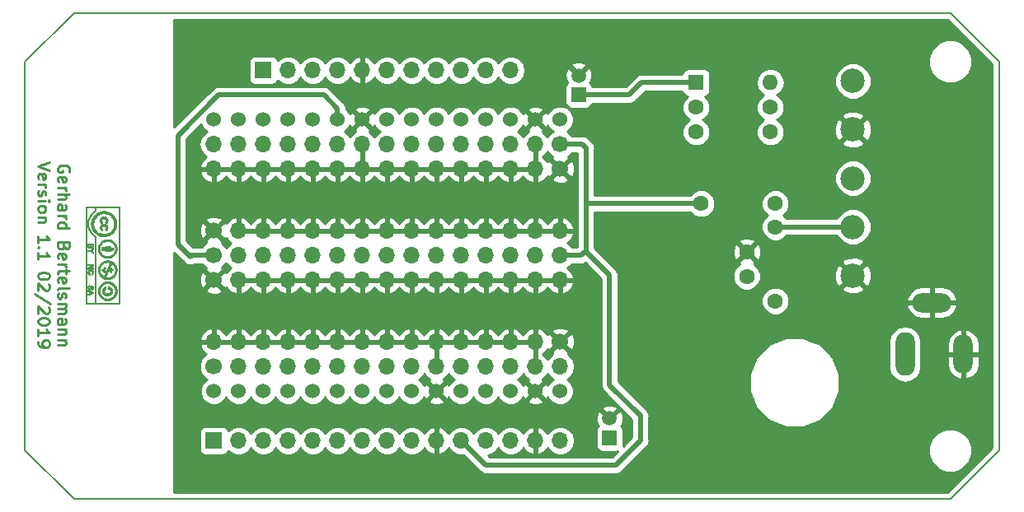
<source format=gtl>
G04 #@! TF.GenerationSoftware,KiCad,Pcbnew,5.0.2-bee76a0~70~ubuntu18.04.1*
G04 #@! TF.CreationDate,2019-02-08T19:23:00+01:00*
G04 #@! TF.ProjectId,Metering,4d657465-7269-46e6-972e-6b696361645f,rev?*
G04 #@! TF.SameCoordinates,Original*
G04 #@! TF.FileFunction,Copper,L1,Top*
G04 #@! TF.FilePolarity,Positive*
%FSLAX46Y46*%
G04 Gerber Fmt 4.6, Leading zero omitted, Abs format (unit mm)*
G04 Created by KiCad (PCBNEW 5.0.2-bee76a0~70~ubuntu18.04.1) date Fr 08 Feb 2019 19:23:00 CET*
%MOMM*%
%LPD*%
G01*
G04 APERTURE LIST*
G04 #@! TA.AperFunction,NonConductor*
%ADD10C,0.150000*%
G04 #@! TD*
G04 #@! TA.AperFunction,NonConductor*
%ADD11C,0.250000*%
G04 #@! TD*
G04 #@! TA.AperFunction,EtchedComponent*
%ADD12C,0.002540*%
G04 #@! TD*
G04 #@! TA.AperFunction,ComponentPad*
%ADD13C,1.524000*%
G04 #@! TD*
G04 #@! TA.AperFunction,ComponentPad*
%ADD14R,1.600000X1.600000*%
G04 #@! TD*
G04 #@! TA.AperFunction,ComponentPad*
%ADD15O,1.600000X1.600000*%
G04 #@! TD*
G04 #@! TA.AperFunction,ComponentPad*
%ADD16C,2.500000*%
G04 #@! TD*
G04 #@! TA.AperFunction,ComponentPad*
%ADD17C,1.500000*%
G04 #@! TD*
G04 #@! TA.AperFunction,ComponentPad*
%ADD18R,1.500000X1.500000*%
G04 #@! TD*
G04 #@! TA.AperFunction,ComponentPad*
%ADD19C,1.600000*%
G04 #@! TD*
G04 #@! TA.AperFunction,ComponentPad*
%ADD20O,4.000500X1.998980*%
G04 #@! TD*
G04 #@! TA.AperFunction,ComponentPad*
%ADD21O,1.998980X4.000500*%
G04 #@! TD*
G04 #@! TA.AperFunction,ComponentPad*
%ADD22O,1.998980X4.500880*%
G04 #@! TD*
G04 #@! TA.AperFunction,ComponentPad*
%ADD23C,1.700000*%
G04 #@! TD*
G04 #@! TA.AperFunction,ComponentPad*
%ADD24O,1.700000X1.700000*%
G04 #@! TD*
G04 #@! TA.AperFunction,ComponentPad*
%ADD25R,1.700000X1.700000*%
G04 #@! TD*
G04 #@! TA.AperFunction,Conductor*
%ADD26C,0.500000*%
G04 #@! TD*
G04 #@! TA.AperFunction,Conductor*
%ADD27C,0.254000*%
G04 #@! TD*
G04 APERTURE END LIST*
D10*
X100000000Y-95000000D02*
X105000000Y-100000000D01*
X100000000Y-55000000D02*
X105000000Y-50000000D01*
X195000000Y-100000000D02*
X200000000Y-95000000D01*
X195000000Y-50000000D02*
X200000000Y-55000000D01*
D11*
X104495000Y-66330000D02*
X104552142Y-66215714D01*
X104552142Y-66044285D01*
X104495000Y-65872857D01*
X104380714Y-65758571D01*
X104266428Y-65701428D01*
X104037857Y-65644285D01*
X103866428Y-65644285D01*
X103637857Y-65701428D01*
X103523571Y-65758571D01*
X103409285Y-65872857D01*
X103352142Y-66044285D01*
X103352142Y-66158571D01*
X103409285Y-66330000D01*
X103466428Y-66387142D01*
X103866428Y-66387142D01*
X103866428Y-66158571D01*
X103409285Y-67358571D02*
X103352142Y-67244285D01*
X103352142Y-67015714D01*
X103409285Y-66901428D01*
X103523571Y-66844285D01*
X103980714Y-66844285D01*
X104095000Y-66901428D01*
X104152142Y-67015714D01*
X104152142Y-67244285D01*
X104095000Y-67358571D01*
X103980714Y-67415714D01*
X103866428Y-67415714D01*
X103752142Y-66844285D01*
X103352142Y-67930000D02*
X104152142Y-67930000D01*
X103923571Y-67930000D02*
X104037857Y-67987142D01*
X104095000Y-68044285D01*
X104152142Y-68158571D01*
X104152142Y-68272857D01*
X103352142Y-68672857D02*
X104552142Y-68672857D01*
X103352142Y-69187142D02*
X103980714Y-69187142D01*
X104095000Y-69130000D01*
X104152142Y-69015714D01*
X104152142Y-68844285D01*
X104095000Y-68730000D01*
X104037857Y-68672857D01*
X103352142Y-70272857D02*
X103980714Y-70272857D01*
X104095000Y-70215714D01*
X104152142Y-70101428D01*
X104152142Y-69872857D01*
X104095000Y-69758571D01*
X103409285Y-70272857D02*
X103352142Y-70158571D01*
X103352142Y-69872857D01*
X103409285Y-69758571D01*
X103523571Y-69701428D01*
X103637857Y-69701428D01*
X103752142Y-69758571D01*
X103809285Y-69872857D01*
X103809285Y-70158571D01*
X103866428Y-70272857D01*
X103352142Y-70844285D02*
X104152142Y-70844285D01*
X103923571Y-70844285D02*
X104037857Y-70901428D01*
X104095000Y-70958571D01*
X104152142Y-71072857D01*
X104152142Y-71187142D01*
X103352142Y-72101428D02*
X104552142Y-72101428D01*
X103409285Y-72101428D02*
X103352142Y-71987142D01*
X103352142Y-71758571D01*
X103409285Y-71644285D01*
X103466428Y-71587142D01*
X103580714Y-71530000D01*
X103923571Y-71530000D01*
X104037857Y-71587142D01*
X104095000Y-71644285D01*
X104152142Y-71758571D01*
X104152142Y-71987142D01*
X104095000Y-72101428D01*
X103980714Y-73987142D02*
X103923571Y-74158571D01*
X103866428Y-74215714D01*
X103752142Y-74272857D01*
X103580714Y-74272857D01*
X103466428Y-74215714D01*
X103409285Y-74158571D01*
X103352142Y-74044285D01*
X103352142Y-73587142D01*
X104552142Y-73587142D01*
X104552142Y-73987142D01*
X104495000Y-74101428D01*
X104437857Y-74158571D01*
X104323571Y-74215714D01*
X104209285Y-74215714D01*
X104095000Y-74158571D01*
X104037857Y-74101428D01*
X103980714Y-73987142D01*
X103980714Y-73587142D01*
X103409285Y-75244285D02*
X103352142Y-75130000D01*
X103352142Y-74901428D01*
X103409285Y-74787142D01*
X103523571Y-74730000D01*
X103980714Y-74730000D01*
X104095000Y-74787142D01*
X104152142Y-74901428D01*
X104152142Y-75130000D01*
X104095000Y-75244285D01*
X103980714Y-75301428D01*
X103866428Y-75301428D01*
X103752142Y-74730000D01*
X103352142Y-75815714D02*
X104152142Y-75815714D01*
X103923571Y-75815714D02*
X104037857Y-75872857D01*
X104095000Y-75930000D01*
X104152142Y-76044285D01*
X104152142Y-76158571D01*
X104152142Y-76387142D02*
X104152142Y-76844285D01*
X104552142Y-76558571D02*
X103523571Y-76558571D01*
X103409285Y-76615714D01*
X103352142Y-76730000D01*
X103352142Y-76844285D01*
X103409285Y-77701428D02*
X103352142Y-77587142D01*
X103352142Y-77358571D01*
X103409285Y-77244285D01*
X103523571Y-77187142D01*
X103980714Y-77187142D01*
X104095000Y-77244285D01*
X104152142Y-77358571D01*
X104152142Y-77587142D01*
X104095000Y-77701428D01*
X103980714Y-77758571D01*
X103866428Y-77758571D01*
X103752142Y-77187142D01*
X103352142Y-78444285D02*
X103409285Y-78330000D01*
X103523571Y-78272857D01*
X104552142Y-78272857D01*
X103409285Y-78844285D02*
X103352142Y-78958571D01*
X103352142Y-79187142D01*
X103409285Y-79301428D01*
X103523571Y-79358571D01*
X103580714Y-79358571D01*
X103695000Y-79301428D01*
X103752142Y-79187142D01*
X103752142Y-79015714D01*
X103809285Y-78901428D01*
X103923571Y-78844285D01*
X103980714Y-78844285D01*
X104095000Y-78901428D01*
X104152142Y-79015714D01*
X104152142Y-79187142D01*
X104095000Y-79301428D01*
X103352142Y-79872857D02*
X104152142Y-79872857D01*
X104037857Y-79872857D02*
X104095000Y-79930000D01*
X104152142Y-80044285D01*
X104152142Y-80215714D01*
X104095000Y-80330000D01*
X103980714Y-80387142D01*
X103352142Y-80387142D01*
X103980714Y-80387142D02*
X104095000Y-80444285D01*
X104152142Y-80558571D01*
X104152142Y-80730000D01*
X104095000Y-80844285D01*
X103980714Y-80901428D01*
X103352142Y-80901428D01*
X103352142Y-81987142D02*
X103980714Y-81987142D01*
X104095000Y-81930000D01*
X104152142Y-81815714D01*
X104152142Y-81587142D01*
X104095000Y-81472857D01*
X103409285Y-81987142D02*
X103352142Y-81872857D01*
X103352142Y-81587142D01*
X103409285Y-81472857D01*
X103523571Y-81415714D01*
X103637857Y-81415714D01*
X103752142Y-81472857D01*
X103809285Y-81587142D01*
X103809285Y-81872857D01*
X103866428Y-81987142D01*
X104152142Y-82558571D02*
X103352142Y-82558571D01*
X104037857Y-82558571D02*
X104095000Y-82615714D01*
X104152142Y-82730000D01*
X104152142Y-82901428D01*
X104095000Y-83015714D01*
X103980714Y-83072857D01*
X103352142Y-83072857D01*
X104152142Y-83644285D02*
X103352142Y-83644285D01*
X104037857Y-83644285D02*
X104095000Y-83701428D01*
X104152142Y-83815714D01*
X104152142Y-83987142D01*
X104095000Y-84101428D01*
X103980714Y-84158571D01*
X103352142Y-84158571D01*
X102502142Y-65387142D02*
X101302142Y-65787142D01*
X102502142Y-66187142D01*
X101359285Y-67044285D02*
X101302142Y-66930000D01*
X101302142Y-66701428D01*
X101359285Y-66587142D01*
X101473571Y-66530000D01*
X101930714Y-66530000D01*
X102045000Y-66587142D01*
X102102142Y-66701428D01*
X102102142Y-66930000D01*
X102045000Y-67044285D01*
X101930714Y-67101428D01*
X101816428Y-67101428D01*
X101702142Y-66530000D01*
X101302142Y-67615714D02*
X102102142Y-67615714D01*
X101873571Y-67615714D02*
X101987857Y-67672857D01*
X102045000Y-67730000D01*
X102102142Y-67844285D01*
X102102142Y-67958571D01*
X101359285Y-68301428D02*
X101302142Y-68415714D01*
X101302142Y-68644285D01*
X101359285Y-68758571D01*
X101473571Y-68815714D01*
X101530714Y-68815714D01*
X101645000Y-68758571D01*
X101702142Y-68644285D01*
X101702142Y-68472857D01*
X101759285Y-68358571D01*
X101873571Y-68301428D01*
X101930714Y-68301428D01*
X102045000Y-68358571D01*
X102102142Y-68472857D01*
X102102142Y-68644285D01*
X102045000Y-68758571D01*
X101302142Y-69330000D02*
X102102142Y-69330000D01*
X102502142Y-69330000D02*
X102445000Y-69272857D01*
X102387857Y-69330000D01*
X102445000Y-69387142D01*
X102502142Y-69330000D01*
X102387857Y-69330000D01*
X101302142Y-70072857D02*
X101359285Y-69958571D01*
X101416428Y-69901428D01*
X101530714Y-69844285D01*
X101873571Y-69844285D01*
X101987857Y-69901428D01*
X102045000Y-69958571D01*
X102102142Y-70072857D01*
X102102142Y-70244285D01*
X102045000Y-70358571D01*
X101987857Y-70415714D01*
X101873571Y-70472857D01*
X101530714Y-70472857D01*
X101416428Y-70415714D01*
X101359285Y-70358571D01*
X101302142Y-70244285D01*
X101302142Y-70072857D01*
X102102142Y-70987142D02*
X101302142Y-70987142D01*
X101987857Y-70987142D02*
X102045000Y-71044285D01*
X102102142Y-71158571D01*
X102102142Y-71330000D01*
X102045000Y-71444285D01*
X101930714Y-71501428D01*
X101302142Y-71501428D01*
X101302142Y-73615714D02*
X101302142Y-72930000D01*
X101302142Y-73272857D02*
X102502142Y-73272857D01*
X102330714Y-73158571D01*
X102216428Y-73044285D01*
X102159285Y-72930000D01*
X101416428Y-74130000D02*
X101359285Y-74187142D01*
X101302142Y-74130000D01*
X101359285Y-74072857D01*
X101416428Y-74130000D01*
X101302142Y-74130000D01*
X101302142Y-75330000D02*
X101302142Y-74644285D01*
X101302142Y-74987142D02*
X102502142Y-74987142D01*
X102330714Y-74872857D01*
X102216428Y-74758571D01*
X102159285Y-74644285D01*
X102502142Y-76987142D02*
X102502142Y-77101428D01*
X102445000Y-77215714D01*
X102387857Y-77272857D01*
X102273571Y-77330000D01*
X102045000Y-77387142D01*
X101759285Y-77387142D01*
X101530714Y-77330000D01*
X101416428Y-77272857D01*
X101359285Y-77215714D01*
X101302142Y-77101428D01*
X101302142Y-76987142D01*
X101359285Y-76872857D01*
X101416428Y-76815714D01*
X101530714Y-76758571D01*
X101759285Y-76701428D01*
X102045000Y-76701428D01*
X102273571Y-76758571D01*
X102387857Y-76815714D01*
X102445000Y-76872857D01*
X102502142Y-76987142D01*
X102387857Y-77844285D02*
X102445000Y-77901428D01*
X102502142Y-78015714D01*
X102502142Y-78301428D01*
X102445000Y-78415714D01*
X102387857Y-78472857D01*
X102273571Y-78530000D01*
X102159285Y-78530000D01*
X101987857Y-78472857D01*
X101302142Y-77787142D01*
X101302142Y-78530000D01*
X102559285Y-79901428D02*
X101016428Y-78872857D01*
X102387857Y-80244285D02*
X102445000Y-80301428D01*
X102502142Y-80415714D01*
X102502142Y-80701428D01*
X102445000Y-80815714D01*
X102387857Y-80872857D01*
X102273571Y-80930000D01*
X102159285Y-80930000D01*
X101987857Y-80872857D01*
X101302142Y-80187142D01*
X101302142Y-80930000D01*
X102502142Y-81672857D02*
X102502142Y-81787142D01*
X102445000Y-81901428D01*
X102387857Y-81958571D01*
X102273571Y-82015714D01*
X102045000Y-82072857D01*
X101759285Y-82072857D01*
X101530714Y-82015714D01*
X101416428Y-81958571D01*
X101359285Y-81901428D01*
X101302142Y-81787142D01*
X101302142Y-81672857D01*
X101359285Y-81558571D01*
X101416428Y-81501428D01*
X101530714Y-81444285D01*
X101759285Y-81387142D01*
X102045000Y-81387142D01*
X102273571Y-81444285D01*
X102387857Y-81501428D01*
X102445000Y-81558571D01*
X102502142Y-81672857D01*
X101302142Y-83215714D02*
X101302142Y-82530000D01*
X101302142Y-82872857D02*
X102502142Y-82872857D01*
X102330714Y-82758571D01*
X102216428Y-82644285D01*
X102159285Y-82530000D01*
X101302142Y-83787142D02*
X101302142Y-84015714D01*
X101359285Y-84130000D01*
X101416428Y-84187142D01*
X101587857Y-84301428D01*
X101816428Y-84358571D01*
X102273571Y-84358571D01*
X102387857Y-84301428D01*
X102445000Y-84244285D01*
X102502142Y-84130000D01*
X102502142Y-83901428D01*
X102445000Y-83787142D01*
X102387857Y-83730000D01*
X102273571Y-83672857D01*
X101987857Y-83672857D01*
X101873571Y-83730000D01*
X101816428Y-83787142D01*
X101759285Y-83901428D01*
X101759285Y-84130000D01*
X101816428Y-84244285D01*
X101873571Y-84301428D01*
X101987857Y-84358571D01*
D10*
X100000000Y-95000000D02*
X100000000Y-55000000D01*
X195000000Y-100000000D02*
X105000000Y-100000000D01*
X200000000Y-55000000D02*
X200000000Y-95000000D01*
X105000000Y-50000000D02*
X195000000Y-50000000D01*
D12*
G04 #@! TO.C,G\002A\002A\002A*
G36*
X108455460Y-79080360D02*
X108358940Y-79075280D01*
X108264960Y-79054960D01*
X108178600Y-79021940D01*
X108145580Y-79001620D01*
X108104940Y-78971140D01*
X108066840Y-78940660D01*
X108064300Y-78935580D01*
X108000800Y-78859380D01*
X107957620Y-78775560D01*
X107932220Y-78681580D01*
X107922060Y-78585060D01*
X107932220Y-78486000D01*
X107932220Y-78480920D01*
X107955080Y-78397100D01*
X107998260Y-78320900D01*
X108056680Y-78259940D01*
X108130340Y-78206600D01*
X108219240Y-78171040D01*
X108270040Y-78155800D01*
X108297980Y-78148180D01*
X108297980Y-78272640D01*
X108297980Y-78397100D01*
X108257340Y-78404720D01*
X108216700Y-78417420D01*
X108178600Y-78445360D01*
X108150660Y-78475840D01*
X108148120Y-78480920D01*
X108140500Y-78501240D01*
X108132880Y-78534260D01*
X108127800Y-78557120D01*
X108125260Y-78625700D01*
X108140500Y-78686660D01*
X108173520Y-78737460D01*
X108221780Y-78778100D01*
X108287820Y-78808580D01*
X108369100Y-78828900D01*
X108440220Y-78833980D01*
X108513880Y-78831440D01*
X108585000Y-78816200D01*
X108643420Y-78795880D01*
X108648500Y-78793340D01*
X108696760Y-78760320D01*
X108729780Y-78714600D01*
X108750100Y-78668880D01*
X108755180Y-78605380D01*
X108747560Y-78544420D01*
X108727240Y-78491080D01*
X108694220Y-78445360D01*
X108656120Y-78419960D01*
X108623100Y-78404720D01*
X108602780Y-78402180D01*
X108592620Y-78407260D01*
X108590080Y-78430120D01*
X108587540Y-78437740D01*
X108587540Y-78473300D01*
X108491020Y-78376780D01*
X108394500Y-78280260D01*
X108491020Y-78181200D01*
X108587540Y-78084680D01*
X108587540Y-78120240D01*
X108592620Y-78150720D01*
X108610400Y-78165960D01*
X108638340Y-78168500D01*
X108661200Y-78173580D01*
X108696760Y-78188820D01*
X108739940Y-78211680D01*
X108780580Y-78234540D01*
X108818680Y-78259940D01*
X108844080Y-78282800D01*
X108894880Y-78348840D01*
X108930440Y-78425040D01*
X108953300Y-78508860D01*
X108960920Y-78597760D01*
X108950760Y-78686660D01*
X108925360Y-78778100D01*
X108902500Y-78831440D01*
X108856780Y-78902560D01*
X108795820Y-78963520D01*
X108722160Y-79011780D01*
X108638340Y-79047340D01*
X108549440Y-79070200D01*
X108455460Y-79080360D01*
X108455460Y-79080360D01*
G37*
X108455460Y-79080360D02*
X108358940Y-79075280D01*
X108264960Y-79054960D01*
X108178600Y-79021940D01*
X108145580Y-79001620D01*
X108104940Y-78971140D01*
X108066840Y-78940660D01*
X108064300Y-78935580D01*
X108000800Y-78859380D01*
X107957620Y-78775560D01*
X107932220Y-78681580D01*
X107922060Y-78585060D01*
X107932220Y-78486000D01*
X107932220Y-78480920D01*
X107955080Y-78397100D01*
X107998260Y-78320900D01*
X108056680Y-78259940D01*
X108130340Y-78206600D01*
X108219240Y-78171040D01*
X108270040Y-78155800D01*
X108297980Y-78148180D01*
X108297980Y-78272640D01*
X108297980Y-78397100D01*
X108257340Y-78404720D01*
X108216700Y-78417420D01*
X108178600Y-78445360D01*
X108150660Y-78475840D01*
X108148120Y-78480920D01*
X108140500Y-78501240D01*
X108132880Y-78534260D01*
X108127800Y-78557120D01*
X108125260Y-78625700D01*
X108140500Y-78686660D01*
X108173520Y-78737460D01*
X108221780Y-78778100D01*
X108287820Y-78808580D01*
X108369100Y-78828900D01*
X108440220Y-78833980D01*
X108513880Y-78831440D01*
X108585000Y-78816200D01*
X108643420Y-78795880D01*
X108648500Y-78793340D01*
X108696760Y-78760320D01*
X108729780Y-78714600D01*
X108750100Y-78668880D01*
X108755180Y-78605380D01*
X108747560Y-78544420D01*
X108727240Y-78491080D01*
X108694220Y-78445360D01*
X108656120Y-78419960D01*
X108623100Y-78404720D01*
X108602780Y-78402180D01*
X108592620Y-78407260D01*
X108590080Y-78430120D01*
X108587540Y-78437740D01*
X108587540Y-78473300D01*
X108491020Y-78376780D01*
X108394500Y-78280260D01*
X108491020Y-78181200D01*
X108587540Y-78084680D01*
X108587540Y-78120240D01*
X108592620Y-78150720D01*
X108610400Y-78165960D01*
X108638340Y-78168500D01*
X108661200Y-78173580D01*
X108696760Y-78188820D01*
X108739940Y-78211680D01*
X108780580Y-78234540D01*
X108818680Y-78259940D01*
X108844080Y-78282800D01*
X108894880Y-78348840D01*
X108930440Y-78425040D01*
X108953300Y-78508860D01*
X108960920Y-78597760D01*
X108950760Y-78686660D01*
X108925360Y-78778100D01*
X108902500Y-78831440D01*
X108856780Y-78902560D01*
X108795820Y-78963520D01*
X108722160Y-79011780D01*
X108638340Y-79047340D01*
X108549440Y-79070200D01*
X108455460Y-79080360D01*
G36*
X108927900Y-74376280D02*
X108887260Y-74368660D01*
X108851700Y-74348340D01*
X108823760Y-74315320D01*
X108805980Y-74269600D01*
X108805980Y-74267060D01*
X108805980Y-74236580D01*
X108811060Y-74203560D01*
X108813600Y-74195940D01*
X108823760Y-74170540D01*
X108828840Y-74155300D01*
X108836460Y-74147680D01*
X108854240Y-74137520D01*
X108861860Y-74132440D01*
X108910120Y-74112120D01*
X108958380Y-74112120D01*
X109001560Y-74124820D01*
X109037120Y-74152760D01*
X109059980Y-74190860D01*
X109070140Y-74241660D01*
X109072680Y-74249280D01*
X109062520Y-74295000D01*
X109039660Y-74333100D01*
X109009180Y-74358500D01*
X108971080Y-74373740D01*
X108927900Y-74376280D01*
X108927900Y-74376280D01*
G37*
X108927900Y-74376280D02*
X108887260Y-74368660D01*
X108851700Y-74348340D01*
X108823760Y-74315320D01*
X108805980Y-74269600D01*
X108805980Y-74267060D01*
X108805980Y-74236580D01*
X108811060Y-74203560D01*
X108813600Y-74195940D01*
X108823760Y-74170540D01*
X108828840Y-74155300D01*
X108836460Y-74147680D01*
X108854240Y-74137520D01*
X108861860Y-74132440D01*
X108910120Y-74112120D01*
X108958380Y-74112120D01*
X109001560Y-74124820D01*
X109037120Y-74152760D01*
X109059980Y-74190860D01*
X109070140Y-74241660D01*
X109072680Y-74249280D01*
X109062520Y-74295000D01*
X109039660Y-74333100D01*
X109009180Y-74358500D01*
X108971080Y-74373740D01*
X108927900Y-74376280D01*
G36*
X108658660Y-74503280D02*
X108628180Y-74503280D01*
X108585000Y-74503280D01*
X108531660Y-74503280D01*
X108478320Y-74503280D01*
X108300520Y-74500740D01*
X108297980Y-74449940D01*
X108292900Y-74396600D01*
X108061760Y-74394060D01*
X107830620Y-74391520D01*
X107830620Y-74241660D01*
X107830620Y-74091800D01*
X108064300Y-74091800D01*
X108300520Y-74091800D01*
X108297980Y-74048620D01*
X108297980Y-74018140D01*
X108297980Y-73997820D01*
X108297980Y-73992740D01*
X108303060Y-73990200D01*
X108318300Y-73985120D01*
X108346240Y-73982580D01*
X108391960Y-73982580D01*
X108450380Y-73982580D01*
X108501180Y-73982580D01*
X108572300Y-73982580D01*
X108628180Y-73982580D01*
X108666280Y-73985120D01*
X108694220Y-73987660D01*
X108712000Y-73990200D01*
X108724700Y-73995280D01*
X108727240Y-73997820D01*
X108734860Y-74002900D01*
X108739940Y-74010520D01*
X108742480Y-74020680D01*
X108745020Y-74038460D01*
X108747560Y-74066400D01*
X108747560Y-74104500D01*
X108750100Y-74157840D01*
X108750100Y-74228960D01*
X108750100Y-74241660D01*
X108747560Y-74320400D01*
X108747560Y-74381360D01*
X108745020Y-74427080D01*
X108742480Y-74460100D01*
X108734860Y-74482960D01*
X108724700Y-74495660D01*
X108712000Y-74500740D01*
X108694220Y-74503280D01*
X108673900Y-74503280D01*
X108658660Y-74503280D01*
X108658660Y-74503280D01*
G37*
X108658660Y-74503280D02*
X108628180Y-74503280D01*
X108585000Y-74503280D01*
X108531660Y-74503280D01*
X108478320Y-74503280D01*
X108300520Y-74500740D01*
X108297980Y-74449940D01*
X108292900Y-74396600D01*
X108061760Y-74394060D01*
X107830620Y-74391520D01*
X107830620Y-74241660D01*
X107830620Y-74091800D01*
X108064300Y-74091800D01*
X108300520Y-74091800D01*
X108297980Y-74048620D01*
X108297980Y-74018140D01*
X108297980Y-73997820D01*
X108297980Y-73992740D01*
X108303060Y-73990200D01*
X108318300Y-73985120D01*
X108346240Y-73982580D01*
X108391960Y-73982580D01*
X108450380Y-73982580D01*
X108501180Y-73982580D01*
X108572300Y-73982580D01*
X108628180Y-73982580D01*
X108666280Y-73985120D01*
X108694220Y-73987660D01*
X108712000Y-73990200D01*
X108724700Y-73995280D01*
X108727240Y-73997820D01*
X108734860Y-74002900D01*
X108739940Y-74010520D01*
X108742480Y-74020680D01*
X108745020Y-74038460D01*
X108747560Y-74066400D01*
X108747560Y-74104500D01*
X108750100Y-74157840D01*
X108750100Y-74228960D01*
X108750100Y-74241660D01*
X108747560Y-74320400D01*
X108747560Y-74381360D01*
X108745020Y-74427080D01*
X108742480Y-74460100D01*
X108734860Y-74482960D01*
X108724700Y-74495660D01*
X108712000Y-74500740D01*
X108694220Y-74503280D01*
X108673900Y-74503280D01*
X108658660Y-74503280D01*
G36*
X107871260Y-72405240D02*
X107858560Y-72405240D01*
X107835700Y-72392540D01*
X107817920Y-72379840D01*
X107754420Y-72321420D01*
X107711240Y-72257920D01*
X107683300Y-72186800D01*
X107670600Y-72105520D01*
X107673140Y-72014080D01*
X107685840Y-71937880D01*
X107713780Y-71874380D01*
X107754420Y-71813420D01*
X107764580Y-71803260D01*
X107825540Y-71752460D01*
X107899200Y-71714360D01*
X107980480Y-71691500D01*
X107998260Y-71688960D01*
X108089700Y-71686420D01*
X108176060Y-71696580D01*
X108257340Y-71721980D01*
X108328460Y-71762620D01*
X108386880Y-71813420D01*
X108430060Y-71876920D01*
X108447840Y-71915020D01*
X108468160Y-71991220D01*
X108473240Y-72075040D01*
X108465620Y-72161400D01*
X108442760Y-72237600D01*
X108440220Y-72247760D01*
X108417360Y-72283320D01*
X108389420Y-72321420D01*
X108356400Y-72359520D01*
X108323380Y-72387460D01*
X108308140Y-72395080D01*
X108295440Y-72402700D01*
X108287820Y-72402700D01*
X108277660Y-72392540D01*
X108264960Y-72374760D01*
X108247180Y-72339200D01*
X108239560Y-72323960D01*
X108198920Y-72240140D01*
X108249720Y-72191880D01*
X108275120Y-72166480D01*
X108290360Y-72146160D01*
X108297980Y-72128380D01*
X108297980Y-72100440D01*
X108297980Y-72090280D01*
X108292900Y-72034400D01*
X108270040Y-71991220D01*
X108229400Y-71955660D01*
X108204000Y-71940420D01*
X108153200Y-71925180D01*
X108089700Y-71915020D01*
X108026200Y-71917560D01*
X107965240Y-71927720D01*
X107939840Y-71937880D01*
X107894120Y-71968360D01*
X107861100Y-72009000D01*
X107845860Y-72057260D01*
X107843320Y-72108060D01*
X107858560Y-72156320D01*
X107889040Y-72202040D01*
X107914440Y-72222360D01*
X107934760Y-72240140D01*
X107942380Y-72242680D01*
X107947460Y-72247760D01*
X107944920Y-72263000D01*
X107934760Y-72285860D01*
X107916980Y-72321420D01*
X107899200Y-72356980D01*
X107881420Y-72384920D01*
X107871260Y-72402700D01*
X107871260Y-72405240D01*
X107871260Y-72405240D01*
G37*
X107871260Y-72405240D02*
X107858560Y-72405240D01*
X107835700Y-72392540D01*
X107817920Y-72379840D01*
X107754420Y-72321420D01*
X107711240Y-72257920D01*
X107683300Y-72186800D01*
X107670600Y-72105520D01*
X107673140Y-72014080D01*
X107685840Y-71937880D01*
X107713780Y-71874380D01*
X107754420Y-71813420D01*
X107764580Y-71803260D01*
X107825540Y-71752460D01*
X107899200Y-71714360D01*
X107980480Y-71691500D01*
X107998260Y-71688960D01*
X108089700Y-71686420D01*
X108176060Y-71696580D01*
X108257340Y-71721980D01*
X108328460Y-71762620D01*
X108386880Y-71813420D01*
X108430060Y-71876920D01*
X108447840Y-71915020D01*
X108468160Y-71991220D01*
X108473240Y-72075040D01*
X108465620Y-72161400D01*
X108442760Y-72237600D01*
X108440220Y-72247760D01*
X108417360Y-72283320D01*
X108389420Y-72321420D01*
X108356400Y-72359520D01*
X108323380Y-72387460D01*
X108308140Y-72395080D01*
X108295440Y-72402700D01*
X108287820Y-72402700D01*
X108277660Y-72392540D01*
X108264960Y-72374760D01*
X108247180Y-72339200D01*
X108239560Y-72323960D01*
X108198920Y-72240140D01*
X108249720Y-72191880D01*
X108275120Y-72166480D01*
X108290360Y-72146160D01*
X108297980Y-72128380D01*
X108297980Y-72100440D01*
X108297980Y-72090280D01*
X108292900Y-72034400D01*
X108270040Y-71991220D01*
X108229400Y-71955660D01*
X108204000Y-71940420D01*
X108153200Y-71925180D01*
X108089700Y-71915020D01*
X108026200Y-71917560D01*
X107965240Y-71927720D01*
X107939840Y-71937880D01*
X107894120Y-71968360D01*
X107861100Y-72009000D01*
X107845860Y-72057260D01*
X107843320Y-72108060D01*
X107858560Y-72156320D01*
X107889040Y-72202040D01*
X107914440Y-72222360D01*
X107934760Y-72240140D01*
X107942380Y-72242680D01*
X107947460Y-72247760D01*
X107944920Y-72263000D01*
X107934760Y-72285860D01*
X107916980Y-72321420D01*
X107899200Y-72356980D01*
X107881420Y-72384920D01*
X107871260Y-72402700D01*
X107871260Y-72405240D01*
G36*
X107868720Y-71661020D02*
X107840780Y-71643240D01*
X107802680Y-71615300D01*
X107764580Y-71577200D01*
X107729020Y-71534020D01*
X107703620Y-71493380D01*
X107698540Y-71483220D01*
X107678220Y-71412100D01*
X107670600Y-71328280D01*
X107673140Y-71264780D01*
X107688380Y-71180960D01*
X107721400Y-71104760D01*
X107769660Y-71043800D01*
X107830620Y-70993000D01*
X107904280Y-70957440D01*
X107985560Y-70937120D01*
X108082080Y-70932040D01*
X108107480Y-70934580D01*
X108193840Y-70947280D01*
X108267500Y-70972680D01*
X108333540Y-71015860D01*
X108353860Y-71033640D01*
X108409740Y-71097140D01*
X108447840Y-71170800D01*
X108470700Y-71252080D01*
X108473240Y-71343520D01*
X108468160Y-71381620D01*
X108460540Y-71427340D01*
X108445300Y-71475600D01*
X108432600Y-71508620D01*
X108414820Y-71539100D01*
X108389420Y-71572120D01*
X108358940Y-71602600D01*
X108331000Y-71630540D01*
X108305600Y-71645780D01*
X108292900Y-71650860D01*
X108282740Y-71643240D01*
X108267500Y-71620380D01*
X108247180Y-71587360D01*
X108239560Y-71572120D01*
X108198920Y-71490840D01*
X108249720Y-71442580D01*
X108275120Y-71417180D01*
X108290360Y-71396860D01*
X108297980Y-71376540D01*
X108297980Y-71351140D01*
X108297980Y-71338440D01*
X108290360Y-71282560D01*
X108264960Y-71236840D01*
X108224320Y-71198740D01*
X108219240Y-71196200D01*
X108183680Y-71183500D01*
X108135420Y-71175880D01*
X108079540Y-71170800D01*
X108023660Y-71173340D01*
X107972860Y-71178420D01*
X107950000Y-71186040D01*
X107901740Y-71208900D01*
X107868720Y-71241920D01*
X107850940Y-71287640D01*
X107845860Y-71335900D01*
X107850940Y-71389240D01*
X107868720Y-71429880D01*
X107899200Y-71460360D01*
X107919520Y-71475600D01*
X107939840Y-71490840D01*
X107950000Y-71503540D01*
X107947460Y-71516240D01*
X107934760Y-71541640D01*
X107916980Y-71574660D01*
X107909360Y-71587360D01*
X107868720Y-71661020D01*
X107868720Y-71661020D01*
G37*
X107868720Y-71661020D02*
X107840780Y-71643240D01*
X107802680Y-71615300D01*
X107764580Y-71577200D01*
X107729020Y-71534020D01*
X107703620Y-71493380D01*
X107698540Y-71483220D01*
X107678220Y-71412100D01*
X107670600Y-71328280D01*
X107673140Y-71264780D01*
X107688380Y-71180960D01*
X107721400Y-71104760D01*
X107769660Y-71043800D01*
X107830620Y-70993000D01*
X107904280Y-70957440D01*
X107985560Y-70937120D01*
X108082080Y-70932040D01*
X108107480Y-70934580D01*
X108193840Y-70947280D01*
X108267500Y-70972680D01*
X108333540Y-71015860D01*
X108353860Y-71033640D01*
X108409740Y-71097140D01*
X108447840Y-71170800D01*
X108470700Y-71252080D01*
X108473240Y-71343520D01*
X108468160Y-71381620D01*
X108460540Y-71427340D01*
X108445300Y-71475600D01*
X108432600Y-71508620D01*
X108414820Y-71539100D01*
X108389420Y-71572120D01*
X108358940Y-71602600D01*
X108331000Y-71630540D01*
X108305600Y-71645780D01*
X108292900Y-71650860D01*
X108282740Y-71643240D01*
X108267500Y-71620380D01*
X108247180Y-71587360D01*
X108239560Y-71572120D01*
X108198920Y-71490840D01*
X108249720Y-71442580D01*
X108275120Y-71417180D01*
X108290360Y-71396860D01*
X108297980Y-71376540D01*
X108297980Y-71351140D01*
X108297980Y-71338440D01*
X108290360Y-71282560D01*
X108264960Y-71236840D01*
X108224320Y-71198740D01*
X108219240Y-71196200D01*
X108183680Y-71183500D01*
X108135420Y-71175880D01*
X108079540Y-71170800D01*
X108023660Y-71173340D01*
X107972860Y-71178420D01*
X107950000Y-71186040D01*
X107901740Y-71208900D01*
X107868720Y-71241920D01*
X107850940Y-71287640D01*
X107845860Y-71335900D01*
X107850940Y-71389240D01*
X107868720Y-71429880D01*
X107899200Y-71460360D01*
X107919520Y-71475600D01*
X107939840Y-71490840D01*
X107950000Y-71503540D01*
X107947460Y-71516240D01*
X107934760Y-71541640D01*
X107916980Y-71574660D01*
X107909360Y-71587360D01*
X107868720Y-71661020D01*
G36*
X108427520Y-79555340D02*
X108348780Y-79552800D01*
X108280200Y-79547720D01*
X108224320Y-79537560D01*
X108216700Y-79537560D01*
X108084620Y-79494380D01*
X107962700Y-79433420D01*
X107886500Y-79377540D01*
X108419900Y-79377540D01*
X108478320Y-79377540D01*
X108559600Y-79372460D01*
X108628180Y-79362300D01*
X108689140Y-79347060D01*
X108750100Y-79324200D01*
X108803440Y-79298800D01*
X108905040Y-79237840D01*
X108996480Y-79161640D01*
X109077760Y-79070200D01*
X109143800Y-78971140D01*
X109194600Y-78864460D01*
X109207300Y-78831440D01*
X109222540Y-78760320D01*
X109235240Y-78679040D01*
X109237780Y-78590140D01*
X109235240Y-78506320D01*
X109225080Y-78430120D01*
X109225080Y-78422500D01*
X109189520Y-78308200D01*
X109136180Y-78198980D01*
X109067600Y-78099920D01*
X108983780Y-78011020D01*
X108887260Y-77937360D01*
X108778040Y-77873860D01*
X108689140Y-77838300D01*
X108648500Y-77823060D01*
X108618020Y-77815440D01*
X108587540Y-77810360D01*
X108551980Y-77805280D01*
X108508800Y-77805280D01*
X108452920Y-77805280D01*
X108366560Y-77807820D01*
X108295440Y-77815440D01*
X108229400Y-77830680D01*
X108165900Y-77853540D01*
X108115100Y-77876400D01*
X108036360Y-77922120D01*
X107955080Y-77983080D01*
X107883960Y-78051660D01*
X107820460Y-78125320D01*
X107772200Y-78193900D01*
X107721400Y-78295500D01*
X107685840Y-78409800D01*
X107668060Y-78526640D01*
X107665520Y-78643480D01*
X107683300Y-78760320D01*
X107690920Y-78798420D01*
X107731560Y-78905100D01*
X107784900Y-79006700D01*
X107853480Y-79100680D01*
X107934760Y-79184500D01*
X108018580Y-79255620D01*
X108112560Y-79308960D01*
X108125260Y-79314040D01*
X108216700Y-79349600D01*
X108313220Y-79369920D01*
X108419900Y-79377540D01*
X107886500Y-79377540D01*
X107853480Y-79354680D01*
X107751880Y-79260700D01*
X107680760Y-79176880D01*
X107604560Y-79060040D01*
X107546140Y-78935580D01*
X107508040Y-78806040D01*
X107487720Y-78668880D01*
X107485180Y-78529180D01*
X107495340Y-78430120D01*
X107525820Y-78303120D01*
X107574080Y-78178660D01*
X107640120Y-78064360D01*
X107723940Y-77955140D01*
X107823000Y-77856080D01*
X107840780Y-77843380D01*
X107950000Y-77762100D01*
X108066840Y-77701140D01*
X108191300Y-77655420D01*
X108320840Y-77627480D01*
X108452920Y-77619860D01*
X108587540Y-77630020D01*
X108717080Y-77657960D01*
X108846620Y-77706220D01*
X108874560Y-77718920D01*
X108991400Y-77787500D01*
X109095540Y-77868780D01*
X109189520Y-77965300D01*
X109270800Y-78071980D01*
X109334300Y-78188820D01*
X109382560Y-78310740D01*
X109390180Y-78338680D01*
X109400340Y-78374240D01*
X109405420Y-78407260D01*
X109410500Y-78445360D01*
X109410500Y-78488540D01*
X109413040Y-78544420D01*
X109413040Y-78595220D01*
X109413040Y-78661260D01*
X109410500Y-78714600D01*
X109407960Y-78757780D01*
X109402880Y-78793340D01*
X109395260Y-78826360D01*
X109390180Y-78844140D01*
X109362240Y-78925420D01*
X109326680Y-79011780D01*
X109283500Y-79093060D01*
X109245400Y-79154020D01*
X109209840Y-79197200D01*
X109164120Y-79245460D01*
X109115860Y-79296260D01*
X109062520Y-79344520D01*
X109016800Y-79382620D01*
X108996480Y-79397860D01*
X108935520Y-79433420D01*
X108864400Y-79468980D01*
X108790740Y-79502000D01*
X108719620Y-79527400D01*
X108704380Y-79529940D01*
X108651040Y-79542640D01*
X108582460Y-79547720D01*
X108506260Y-79552800D01*
X108427520Y-79555340D01*
X108427520Y-79555340D01*
G37*
X108427520Y-79555340D02*
X108348780Y-79552800D01*
X108280200Y-79547720D01*
X108224320Y-79537560D01*
X108216700Y-79537560D01*
X108084620Y-79494380D01*
X107962700Y-79433420D01*
X107886500Y-79377540D01*
X108419900Y-79377540D01*
X108478320Y-79377540D01*
X108559600Y-79372460D01*
X108628180Y-79362300D01*
X108689140Y-79347060D01*
X108750100Y-79324200D01*
X108803440Y-79298800D01*
X108905040Y-79237840D01*
X108996480Y-79161640D01*
X109077760Y-79070200D01*
X109143800Y-78971140D01*
X109194600Y-78864460D01*
X109207300Y-78831440D01*
X109222540Y-78760320D01*
X109235240Y-78679040D01*
X109237780Y-78590140D01*
X109235240Y-78506320D01*
X109225080Y-78430120D01*
X109225080Y-78422500D01*
X109189520Y-78308200D01*
X109136180Y-78198980D01*
X109067600Y-78099920D01*
X108983780Y-78011020D01*
X108887260Y-77937360D01*
X108778040Y-77873860D01*
X108689140Y-77838300D01*
X108648500Y-77823060D01*
X108618020Y-77815440D01*
X108587540Y-77810360D01*
X108551980Y-77805280D01*
X108508800Y-77805280D01*
X108452920Y-77805280D01*
X108366560Y-77807820D01*
X108295440Y-77815440D01*
X108229400Y-77830680D01*
X108165900Y-77853540D01*
X108115100Y-77876400D01*
X108036360Y-77922120D01*
X107955080Y-77983080D01*
X107883960Y-78051660D01*
X107820460Y-78125320D01*
X107772200Y-78193900D01*
X107721400Y-78295500D01*
X107685840Y-78409800D01*
X107668060Y-78526640D01*
X107665520Y-78643480D01*
X107683300Y-78760320D01*
X107690920Y-78798420D01*
X107731560Y-78905100D01*
X107784900Y-79006700D01*
X107853480Y-79100680D01*
X107934760Y-79184500D01*
X108018580Y-79255620D01*
X108112560Y-79308960D01*
X108125260Y-79314040D01*
X108216700Y-79349600D01*
X108313220Y-79369920D01*
X108419900Y-79377540D01*
X107886500Y-79377540D01*
X107853480Y-79354680D01*
X107751880Y-79260700D01*
X107680760Y-79176880D01*
X107604560Y-79060040D01*
X107546140Y-78935580D01*
X107508040Y-78806040D01*
X107487720Y-78668880D01*
X107485180Y-78529180D01*
X107495340Y-78430120D01*
X107525820Y-78303120D01*
X107574080Y-78178660D01*
X107640120Y-78064360D01*
X107723940Y-77955140D01*
X107823000Y-77856080D01*
X107840780Y-77843380D01*
X107950000Y-77762100D01*
X108066840Y-77701140D01*
X108191300Y-77655420D01*
X108320840Y-77627480D01*
X108452920Y-77619860D01*
X108587540Y-77630020D01*
X108717080Y-77657960D01*
X108846620Y-77706220D01*
X108874560Y-77718920D01*
X108991400Y-77787500D01*
X109095540Y-77868780D01*
X109189520Y-77965300D01*
X109270800Y-78071980D01*
X109334300Y-78188820D01*
X109382560Y-78310740D01*
X109390180Y-78338680D01*
X109400340Y-78374240D01*
X109405420Y-78407260D01*
X109410500Y-78445360D01*
X109410500Y-78488540D01*
X109413040Y-78544420D01*
X109413040Y-78595220D01*
X109413040Y-78661260D01*
X109410500Y-78714600D01*
X109407960Y-78757780D01*
X109402880Y-78793340D01*
X109395260Y-78826360D01*
X109390180Y-78844140D01*
X109362240Y-78925420D01*
X109326680Y-79011780D01*
X109283500Y-79093060D01*
X109245400Y-79154020D01*
X109209840Y-79197200D01*
X109164120Y-79245460D01*
X109115860Y-79296260D01*
X109062520Y-79344520D01*
X109016800Y-79382620D01*
X108996480Y-79397860D01*
X108935520Y-79433420D01*
X108864400Y-79468980D01*
X108790740Y-79502000D01*
X108719620Y-79527400D01*
X108704380Y-79529940D01*
X108651040Y-79542640D01*
X108582460Y-79547720D01*
X108506260Y-79552800D01*
X108427520Y-79555340D01*
G36*
X108424980Y-77383640D02*
X108346240Y-77378560D01*
X108262420Y-77368400D01*
X108188760Y-77353160D01*
X108120180Y-77332840D01*
X108049060Y-77302360D01*
X108041440Y-77297280D01*
X107957620Y-77254100D01*
X107889040Y-77208380D01*
X108460540Y-77208380D01*
X108582460Y-77195680D01*
X108699300Y-77167740D01*
X108808520Y-77119480D01*
X108912660Y-77058520D01*
X109004100Y-76979780D01*
X109085380Y-76888340D01*
X109153960Y-76781660D01*
X109164120Y-76761340D01*
X109199680Y-76674980D01*
X109225080Y-76586080D01*
X109235240Y-76492100D01*
X109235240Y-76382880D01*
X109235240Y-76324460D01*
X109230160Y-76278740D01*
X109225080Y-76243180D01*
X109214920Y-76205080D01*
X109202220Y-76166980D01*
X109184440Y-76118720D01*
X109161580Y-76070460D01*
X109141260Y-76029820D01*
X109136180Y-76022200D01*
X109118400Y-75991720D01*
X109087920Y-75956160D01*
X109052360Y-75915520D01*
X109014260Y-75872340D01*
X108976160Y-75834240D01*
X108940600Y-75801220D01*
X108912660Y-75778360D01*
X108899960Y-75770740D01*
X108884720Y-75763120D01*
X108874560Y-75770740D01*
X108864400Y-75791060D01*
X108854240Y-75811380D01*
X108841540Y-75846940D01*
X108821220Y-75890120D01*
X108798360Y-75943460D01*
X108785660Y-75971400D01*
X108719620Y-76118720D01*
X108762800Y-76144120D01*
X108808520Y-76179680D01*
X108846620Y-76230480D01*
X108872020Y-76288900D01*
X108879640Y-76314300D01*
X108892340Y-76367640D01*
X108966000Y-76367640D01*
X109039660Y-76367640D01*
X109039660Y-76423520D01*
X109039660Y-76479400D01*
X108966000Y-76479400D01*
X108892340Y-76479400D01*
X108882180Y-76540360D01*
X108872020Y-76578460D01*
X108856780Y-76619100D01*
X108841540Y-76657200D01*
X108823760Y-76690220D01*
X108811060Y-76710540D01*
X108803440Y-76715620D01*
X108793280Y-76710540D01*
X108770420Y-76695300D01*
X108742480Y-76672440D01*
X108729780Y-76662280D01*
X108666280Y-76603860D01*
X108694220Y-76545440D01*
X108712000Y-76494640D01*
X108722160Y-76443840D01*
X108719620Y-76398120D01*
X108706920Y-76360020D01*
X108686600Y-76334620D01*
X108658660Y-76324460D01*
X108656120Y-76324460D01*
X108648500Y-76324460D01*
X108640880Y-76327000D01*
X108633260Y-76334620D01*
X108625640Y-76347320D01*
X108612940Y-76367640D01*
X108600240Y-76395580D01*
X108579920Y-76433680D01*
X108557060Y-76484480D01*
X108529120Y-76545440D01*
X108493560Y-76624180D01*
X108450380Y-76718160D01*
X108440220Y-76743560D01*
X108402120Y-76829920D01*
X108364020Y-76911200D01*
X108333540Y-76984860D01*
X108303060Y-77048360D01*
X108280200Y-77101700D01*
X108264960Y-77142340D01*
X108252260Y-77167740D01*
X108249720Y-77175360D01*
X108259880Y-77182980D01*
X108285280Y-77190600D01*
X108325920Y-77198220D01*
X108336080Y-77198220D01*
X108460540Y-77208380D01*
X107889040Y-77208380D01*
X107883960Y-77203300D01*
X107810300Y-77142340D01*
X107762040Y-77094080D01*
X108056680Y-77094080D01*
X108071920Y-77083920D01*
X108087160Y-77058520D01*
X108107480Y-77017880D01*
X108132880Y-76962000D01*
X108145580Y-76931520D01*
X108224320Y-76753720D01*
X108163360Y-76723240D01*
X108104940Y-76685140D01*
X108061760Y-76631800D01*
X108031280Y-76565760D01*
X108028740Y-76555600D01*
X108018580Y-76520040D01*
X108005880Y-76497180D01*
X107988100Y-76487020D01*
X107960160Y-76481940D01*
X107937300Y-76481940D01*
X107871260Y-76476860D01*
X107871260Y-76423520D01*
X107871260Y-76367640D01*
X107939840Y-76367640D01*
X107972860Y-76367640D01*
X107995720Y-76367640D01*
X108008420Y-76357480D01*
X108013500Y-76339700D01*
X108021120Y-76306680D01*
X108023660Y-76283820D01*
X108033820Y-76248260D01*
X108051600Y-76202540D01*
X108074460Y-76154280D01*
X108097320Y-76116180D01*
X108110020Y-76098400D01*
X108130340Y-76075540D01*
X108196380Y-76141580D01*
X108229400Y-76177140D01*
X108249720Y-76200000D01*
X108254800Y-76215240D01*
X108254800Y-76222860D01*
X108219240Y-76273660D01*
X108196380Y-76319380D01*
X108183680Y-76360020D01*
X108178600Y-76408280D01*
X108178600Y-76415900D01*
X108186220Y-76471780D01*
X108204000Y-76512420D01*
X108234480Y-76537820D01*
X108237020Y-76537820D01*
X108267500Y-76545440D01*
X108295440Y-76540360D01*
X108297980Y-76540360D01*
X108305600Y-76535280D01*
X108313220Y-76527660D01*
X108323380Y-76514960D01*
X108333540Y-76494640D01*
X108348780Y-76466700D01*
X108369100Y-76428600D01*
X108391960Y-76377800D01*
X108419900Y-76314300D01*
X108455460Y-76238100D01*
X108496100Y-76144120D01*
X108516420Y-76100940D01*
X108554520Y-76014580D01*
X108590080Y-75933300D01*
X108620560Y-75859640D01*
X108648500Y-75796140D01*
X108671360Y-75742800D01*
X108686600Y-75702160D01*
X108696760Y-75676760D01*
X108699300Y-75666600D01*
X108684060Y-75658980D01*
X108651040Y-75648820D01*
X108607860Y-75641200D01*
X108557060Y-75633580D01*
X108506260Y-75631040D01*
X108455460Y-75628500D01*
X108442760Y-75628500D01*
X108325920Y-75638660D01*
X108211620Y-75664060D01*
X108104940Y-75709780D01*
X108005880Y-75768200D01*
X107919520Y-75839320D01*
X107840780Y-75923140D01*
X107774740Y-76014580D01*
X107723940Y-76116180D01*
X107685840Y-76225400D01*
X107665520Y-76339700D01*
X107662980Y-76456540D01*
X107670600Y-76530200D01*
X107701080Y-76652120D01*
X107749340Y-76768960D01*
X107812840Y-76875640D01*
X107894120Y-76972160D01*
X107957620Y-77033120D01*
X107993180Y-77061060D01*
X108021120Y-77083920D01*
X108041440Y-77094080D01*
X108056680Y-77094080D01*
X107762040Y-77094080D01*
X107756960Y-77089000D01*
X107665520Y-76979780D01*
X107594400Y-76865480D01*
X107538520Y-76743560D01*
X107505500Y-76626720D01*
X107495340Y-76568300D01*
X107490260Y-76497180D01*
X107485180Y-76423520D01*
X107485180Y-76352400D01*
X107490260Y-76293980D01*
X107490260Y-76281280D01*
X107518200Y-76151740D01*
X107563920Y-76027280D01*
X107627420Y-75910440D01*
X107708700Y-75801220D01*
X107795060Y-75712320D01*
X107896660Y-75625960D01*
X107995720Y-75559920D01*
X108102400Y-75509120D01*
X108216700Y-75476100D01*
X108341160Y-75455780D01*
X108414820Y-75453240D01*
X108478320Y-75450700D01*
X108529120Y-75450700D01*
X108572300Y-75453240D01*
X108615480Y-75460860D01*
X108648500Y-75465940D01*
X108778040Y-75504040D01*
X108902500Y-75557380D01*
X109016800Y-75628500D01*
X109120940Y-75714860D01*
X109212380Y-75813920D01*
X109288580Y-75925680D01*
X109329220Y-75999340D01*
X109367320Y-76088240D01*
X109392720Y-76177140D01*
X109407960Y-76273660D01*
X109415580Y-76367640D01*
X109413040Y-76512420D01*
X109392720Y-76647040D01*
X109357160Y-76771500D01*
X109301280Y-76890880D01*
X109227620Y-77002640D01*
X109156500Y-77083920D01*
X109057440Y-77177900D01*
X108945680Y-77254100D01*
X108826300Y-77312520D01*
X108699300Y-77355700D01*
X108564680Y-77378560D01*
X108424980Y-77383640D01*
X108424980Y-77383640D01*
G37*
X108424980Y-77383640D02*
X108346240Y-77378560D01*
X108262420Y-77368400D01*
X108188760Y-77353160D01*
X108120180Y-77332840D01*
X108049060Y-77302360D01*
X108041440Y-77297280D01*
X107957620Y-77254100D01*
X107889040Y-77208380D01*
X108460540Y-77208380D01*
X108582460Y-77195680D01*
X108699300Y-77167740D01*
X108808520Y-77119480D01*
X108912660Y-77058520D01*
X109004100Y-76979780D01*
X109085380Y-76888340D01*
X109153960Y-76781660D01*
X109164120Y-76761340D01*
X109199680Y-76674980D01*
X109225080Y-76586080D01*
X109235240Y-76492100D01*
X109235240Y-76382880D01*
X109235240Y-76324460D01*
X109230160Y-76278740D01*
X109225080Y-76243180D01*
X109214920Y-76205080D01*
X109202220Y-76166980D01*
X109184440Y-76118720D01*
X109161580Y-76070460D01*
X109141260Y-76029820D01*
X109136180Y-76022200D01*
X109118400Y-75991720D01*
X109087920Y-75956160D01*
X109052360Y-75915520D01*
X109014260Y-75872340D01*
X108976160Y-75834240D01*
X108940600Y-75801220D01*
X108912660Y-75778360D01*
X108899960Y-75770740D01*
X108884720Y-75763120D01*
X108874560Y-75770740D01*
X108864400Y-75791060D01*
X108854240Y-75811380D01*
X108841540Y-75846940D01*
X108821220Y-75890120D01*
X108798360Y-75943460D01*
X108785660Y-75971400D01*
X108719620Y-76118720D01*
X108762800Y-76144120D01*
X108808520Y-76179680D01*
X108846620Y-76230480D01*
X108872020Y-76288900D01*
X108879640Y-76314300D01*
X108892340Y-76367640D01*
X108966000Y-76367640D01*
X109039660Y-76367640D01*
X109039660Y-76423520D01*
X109039660Y-76479400D01*
X108966000Y-76479400D01*
X108892340Y-76479400D01*
X108882180Y-76540360D01*
X108872020Y-76578460D01*
X108856780Y-76619100D01*
X108841540Y-76657200D01*
X108823760Y-76690220D01*
X108811060Y-76710540D01*
X108803440Y-76715620D01*
X108793280Y-76710540D01*
X108770420Y-76695300D01*
X108742480Y-76672440D01*
X108729780Y-76662280D01*
X108666280Y-76603860D01*
X108694220Y-76545440D01*
X108712000Y-76494640D01*
X108722160Y-76443840D01*
X108719620Y-76398120D01*
X108706920Y-76360020D01*
X108686600Y-76334620D01*
X108658660Y-76324460D01*
X108656120Y-76324460D01*
X108648500Y-76324460D01*
X108640880Y-76327000D01*
X108633260Y-76334620D01*
X108625640Y-76347320D01*
X108612940Y-76367640D01*
X108600240Y-76395580D01*
X108579920Y-76433680D01*
X108557060Y-76484480D01*
X108529120Y-76545440D01*
X108493560Y-76624180D01*
X108450380Y-76718160D01*
X108440220Y-76743560D01*
X108402120Y-76829920D01*
X108364020Y-76911200D01*
X108333540Y-76984860D01*
X108303060Y-77048360D01*
X108280200Y-77101700D01*
X108264960Y-77142340D01*
X108252260Y-77167740D01*
X108249720Y-77175360D01*
X108259880Y-77182980D01*
X108285280Y-77190600D01*
X108325920Y-77198220D01*
X108336080Y-77198220D01*
X108460540Y-77208380D01*
X107889040Y-77208380D01*
X107883960Y-77203300D01*
X107810300Y-77142340D01*
X107762040Y-77094080D01*
X108056680Y-77094080D01*
X108071920Y-77083920D01*
X108087160Y-77058520D01*
X108107480Y-77017880D01*
X108132880Y-76962000D01*
X108145580Y-76931520D01*
X108224320Y-76753720D01*
X108163360Y-76723240D01*
X108104940Y-76685140D01*
X108061760Y-76631800D01*
X108031280Y-76565760D01*
X108028740Y-76555600D01*
X108018580Y-76520040D01*
X108005880Y-76497180D01*
X107988100Y-76487020D01*
X107960160Y-76481940D01*
X107937300Y-76481940D01*
X107871260Y-76476860D01*
X107871260Y-76423520D01*
X107871260Y-76367640D01*
X107939840Y-76367640D01*
X107972860Y-76367640D01*
X107995720Y-76367640D01*
X108008420Y-76357480D01*
X108013500Y-76339700D01*
X108021120Y-76306680D01*
X108023660Y-76283820D01*
X108033820Y-76248260D01*
X108051600Y-76202540D01*
X108074460Y-76154280D01*
X108097320Y-76116180D01*
X108110020Y-76098400D01*
X108130340Y-76075540D01*
X108196380Y-76141580D01*
X108229400Y-76177140D01*
X108249720Y-76200000D01*
X108254800Y-76215240D01*
X108254800Y-76222860D01*
X108219240Y-76273660D01*
X108196380Y-76319380D01*
X108183680Y-76360020D01*
X108178600Y-76408280D01*
X108178600Y-76415900D01*
X108186220Y-76471780D01*
X108204000Y-76512420D01*
X108234480Y-76537820D01*
X108237020Y-76537820D01*
X108267500Y-76545440D01*
X108295440Y-76540360D01*
X108297980Y-76540360D01*
X108305600Y-76535280D01*
X108313220Y-76527660D01*
X108323380Y-76514960D01*
X108333540Y-76494640D01*
X108348780Y-76466700D01*
X108369100Y-76428600D01*
X108391960Y-76377800D01*
X108419900Y-76314300D01*
X108455460Y-76238100D01*
X108496100Y-76144120D01*
X108516420Y-76100940D01*
X108554520Y-76014580D01*
X108590080Y-75933300D01*
X108620560Y-75859640D01*
X108648500Y-75796140D01*
X108671360Y-75742800D01*
X108686600Y-75702160D01*
X108696760Y-75676760D01*
X108699300Y-75666600D01*
X108684060Y-75658980D01*
X108651040Y-75648820D01*
X108607860Y-75641200D01*
X108557060Y-75633580D01*
X108506260Y-75631040D01*
X108455460Y-75628500D01*
X108442760Y-75628500D01*
X108325920Y-75638660D01*
X108211620Y-75664060D01*
X108104940Y-75709780D01*
X108005880Y-75768200D01*
X107919520Y-75839320D01*
X107840780Y-75923140D01*
X107774740Y-76014580D01*
X107723940Y-76116180D01*
X107685840Y-76225400D01*
X107665520Y-76339700D01*
X107662980Y-76456540D01*
X107670600Y-76530200D01*
X107701080Y-76652120D01*
X107749340Y-76768960D01*
X107812840Y-76875640D01*
X107894120Y-76972160D01*
X107957620Y-77033120D01*
X107993180Y-77061060D01*
X108021120Y-77083920D01*
X108041440Y-77094080D01*
X108056680Y-77094080D01*
X107762040Y-77094080D01*
X107756960Y-77089000D01*
X107665520Y-76979780D01*
X107594400Y-76865480D01*
X107538520Y-76743560D01*
X107505500Y-76626720D01*
X107495340Y-76568300D01*
X107490260Y-76497180D01*
X107485180Y-76423520D01*
X107485180Y-76352400D01*
X107490260Y-76293980D01*
X107490260Y-76281280D01*
X107518200Y-76151740D01*
X107563920Y-76027280D01*
X107627420Y-75910440D01*
X107708700Y-75801220D01*
X107795060Y-75712320D01*
X107896660Y-75625960D01*
X107995720Y-75559920D01*
X108102400Y-75509120D01*
X108216700Y-75476100D01*
X108341160Y-75455780D01*
X108414820Y-75453240D01*
X108478320Y-75450700D01*
X108529120Y-75450700D01*
X108572300Y-75453240D01*
X108615480Y-75460860D01*
X108648500Y-75465940D01*
X108778040Y-75504040D01*
X108902500Y-75557380D01*
X109016800Y-75628500D01*
X109120940Y-75714860D01*
X109212380Y-75813920D01*
X109288580Y-75925680D01*
X109329220Y-75999340D01*
X109367320Y-76088240D01*
X109392720Y-76177140D01*
X109407960Y-76273660D01*
X109415580Y-76367640D01*
X109413040Y-76512420D01*
X109392720Y-76647040D01*
X109357160Y-76771500D01*
X109301280Y-76890880D01*
X109227620Y-77002640D01*
X109156500Y-77083920D01*
X109057440Y-77177900D01*
X108945680Y-77254100D01*
X108826300Y-77312520D01*
X108699300Y-77355700D01*
X108564680Y-77378560D01*
X108424980Y-77383640D01*
G36*
X108473240Y-75206860D02*
X108381800Y-75204320D01*
X108295440Y-75196700D01*
X108216700Y-75184000D01*
X108193840Y-75178920D01*
X108117640Y-75156060D01*
X108036360Y-75120500D01*
X107957620Y-75079860D01*
X107891580Y-75036680D01*
X107881420Y-75029060D01*
X108447840Y-75029060D01*
X108557060Y-75023980D01*
X108651040Y-75006200D01*
X108745020Y-74978260D01*
X108793280Y-74955400D01*
X108892340Y-74899520D01*
X108983780Y-74825860D01*
X109065060Y-74736960D01*
X109133640Y-74640440D01*
X109186980Y-74533760D01*
X109209840Y-74470260D01*
X109220000Y-74437240D01*
X109227620Y-74406760D01*
X109230160Y-74371200D01*
X109232700Y-74328020D01*
X109232700Y-74274680D01*
X109232700Y-74246740D01*
X109232700Y-74183240D01*
X109232700Y-74137520D01*
X109227620Y-74099420D01*
X109222540Y-74068940D01*
X109214920Y-74035920D01*
X109209840Y-74020680D01*
X109164120Y-73906380D01*
X109100620Y-73799700D01*
X109021880Y-73703180D01*
X108930440Y-73621900D01*
X108828840Y-73553320D01*
X108714540Y-73499980D01*
X108651040Y-73479660D01*
X108587540Y-73466960D01*
X108511340Y-73459340D01*
X108432600Y-73456800D01*
X108353860Y-73459340D01*
X108285280Y-73469500D01*
X108259880Y-73474580D01*
X108143040Y-73517760D01*
X108033820Y-73578720D01*
X107934760Y-73652380D01*
X107848400Y-73743820D01*
X107805220Y-73797160D01*
X107741720Y-73903840D01*
X107696000Y-74015600D01*
X107670600Y-74134980D01*
X107662980Y-74256900D01*
X107670600Y-74358500D01*
X107690920Y-74449940D01*
X107723940Y-74543920D01*
X107764580Y-74630280D01*
X107777280Y-74653140D01*
X107800140Y-74686160D01*
X107830620Y-74726800D01*
X107871260Y-74769980D01*
X107909360Y-74810620D01*
X107911900Y-74810620D01*
X107955080Y-74856340D01*
X107993180Y-74889360D01*
X108028740Y-74914760D01*
X108066840Y-74935080D01*
X108089700Y-74947780D01*
X108178600Y-74985880D01*
X108262420Y-75011280D01*
X108353860Y-75023980D01*
X108447840Y-75029060D01*
X107881420Y-75029060D01*
X107873800Y-75026520D01*
X107779820Y-74940160D01*
X107693460Y-74846180D01*
X107619800Y-74736960D01*
X107558840Y-74622660D01*
X107518200Y-74505820D01*
X107510580Y-74480420D01*
X107500420Y-74422000D01*
X107492800Y-74350880D01*
X107487720Y-74277220D01*
X107485180Y-74203560D01*
X107487720Y-74137520D01*
X107492800Y-74096880D01*
X107523280Y-73964800D01*
X107571540Y-73840340D01*
X107640120Y-73720960D01*
X107723940Y-73609200D01*
X107769660Y-73560940D01*
X107876340Y-73469500D01*
X107988100Y-73393300D01*
X108110020Y-73334880D01*
X108209080Y-73304400D01*
X108252260Y-73291700D01*
X108292900Y-73286620D01*
X108336080Y-73281540D01*
X108384340Y-73279000D01*
X108442760Y-73279000D01*
X108536740Y-73281540D01*
X108610400Y-73286620D01*
X108656120Y-73294240D01*
X108785660Y-73332340D01*
X108905040Y-73388220D01*
X109019340Y-73459340D01*
X109120940Y-73545700D01*
X109209840Y-73642220D01*
X109286040Y-73751440D01*
X109347000Y-73868280D01*
X109390180Y-73992740D01*
X109395260Y-74018140D01*
X109405420Y-74079100D01*
X109413040Y-74152760D01*
X109415580Y-74234040D01*
X109413040Y-74317860D01*
X109407960Y-74396600D01*
X109397800Y-74462640D01*
X109390180Y-74495660D01*
X109344460Y-74625200D01*
X109283500Y-74747120D01*
X109204760Y-74856340D01*
X109113320Y-74950320D01*
X109009180Y-75034140D01*
X108894880Y-75105260D01*
X108770420Y-75158600D01*
X108638340Y-75194160D01*
X108633260Y-75194160D01*
X108557060Y-75204320D01*
X108473240Y-75206860D01*
X108473240Y-75206860D01*
G37*
X108473240Y-75206860D02*
X108381800Y-75204320D01*
X108295440Y-75196700D01*
X108216700Y-75184000D01*
X108193840Y-75178920D01*
X108117640Y-75156060D01*
X108036360Y-75120500D01*
X107957620Y-75079860D01*
X107891580Y-75036680D01*
X107881420Y-75029060D01*
X108447840Y-75029060D01*
X108557060Y-75023980D01*
X108651040Y-75006200D01*
X108745020Y-74978260D01*
X108793280Y-74955400D01*
X108892340Y-74899520D01*
X108983780Y-74825860D01*
X109065060Y-74736960D01*
X109133640Y-74640440D01*
X109186980Y-74533760D01*
X109209840Y-74470260D01*
X109220000Y-74437240D01*
X109227620Y-74406760D01*
X109230160Y-74371200D01*
X109232700Y-74328020D01*
X109232700Y-74274680D01*
X109232700Y-74246740D01*
X109232700Y-74183240D01*
X109232700Y-74137520D01*
X109227620Y-74099420D01*
X109222540Y-74068940D01*
X109214920Y-74035920D01*
X109209840Y-74020680D01*
X109164120Y-73906380D01*
X109100620Y-73799700D01*
X109021880Y-73703180D01*
X108930440Y-73621900D01*
X108828840Y-73553320D01*
X108714540Y-73499980D01*
X108651040Y-73479660D01*
X108587540Y-73466960D01*
X108511340Y-73459340D01*
X108432600Y-73456800D01*
X108353860Y-73459340D01*
X108285280Y-73469500D01*
X108259880Y-73474580D01*
X108143040Y-73517760D01*
X108033820Y-73578720D01*
X107934760Y-73652380D01*
X107848400Y-73743820D01*
X107805220Y-73797160D01*
X107741720Y-73903840D01*
X107696000Y-74015600D01*
X107670600Y-74134980D01*
X107662980Y-74256900D01*
X107670600Y-74358500D01*
X107690920Y-74449940D01*
X107723940Y-74543920D01*
X107764580Y-74630280D01*
X107777280Y-74653140D01*
X107800140Y-74686160D01*
X107830620Y-74726800D01*
X107871260Y-74769980D01*
X107909360Y-74810620D01*
X107911900Y-74810620D01*
X107955080Y-74856340D01*
X107993180Y-74889360D01*
X108028740Y-74914760D01*
X108066840Y-74935080D01*
X108089700Y-74947780D01*
X108178600Y-74985880D01*
X108262420Y-75011280D01*
X108353860Y-75023980D01*
X108447840Y-75029060D01*
X107881420Y-75029060D01*
X107873800Y-75026520D01*
X107779820Y-74940160D01*
X107693460Y-74846180D01*
X107619800Y-74736960D01*
X107558840Y-74622660D01*
X107518200Y-74505820D01*
X107510580Y-74480420D01*
X107500420Y-74422000D01*
X107492800Y-74350880D01*
X107487720Y-74277220D01*
X107485180Y-74203560D01*
X107487720Y-74137520D01*
X107492800Y-74096880D01*
X107523280Y-73964800D01*
X107571540Y-73840340D01*
X107640120Y-73720960D01*
X107723940Y-73609200D01*
X107769660Y-73560940D01*
X107876340Y-73469500D01*
X107988100Y-73393300D01*
X108110020Y-73334880D01*
X108209080Y-73304400D01*
X108252260Y-73291700D01*
X108292900Y-73286620D01*
X108336080Y-73281540D01*
X108384340Y-73279000D01*
X108442760Y-73279000D01*
X108536740Y-73281540D01*
X108610400Y-73286620D01*
X108656120Y-73294240D01*
X108785660Y-73332340D01*
X108905040Y-73388220D01*
X109019340Y-73459340D01*
X109120940Y-73545700D01*
X109209840Y-73642220D01*
X109286040Y-73751440D01*
X109347000Y-73868280D01*
X109390180Y-73992740D01*
X109395260Y-74018140D01*
X109405420Y-74079100D01*
X109413040Y-74152760D01*
X109415580Y-74234040D01*
X109413040Y-74317860D01*
X109407960Y-74396600D01*
X109397800Y-74462640D01*
X109390180Y-74495660D01*
X109344460Y-74625200D01*
X109283500Y-74747120D01*
X109204760Y-74856340D01*
X109113320Y-74950320D01*
X109009180Y-75034140D01*
X108894880Y-75105260D01*
X108770420Y-75158600D01*
X108638340Y-75194160D01*
X108633260Y-75194160D01*
X108557060Y-75204320D01*
X108473240Y-75206860D01*
G36*
X108087160Y-72969120D02*
X108016040Y-72969120D01*
X107922060Y-72964040D01*
X107838240Y-72956420D01*
X107762040Y-72943720D01*
X107690920Y-72925940D01*
X107617260Y-72900540D01*
X107566460Y-72882760D01*
X107436920Y-72819260D01*
X107315000Y-72740520D01*
X107312460Y-72737980D01*
X108087160Y-72737980D01*
X108226860Y-72727820D01*
X108361480Y-72699880D01*
X108491020Y-72654160D01*
X108615480Y-72590660D01*
X108729780Y-72511920D01*
X108833920Y-72417940D01*
X108927900Y-72308720D01*
X109009180Y-72186800D01*
X109011720Y-72179180D01*
X109067600Y-72059800D01*
X109108240Y-71932800D01*
X109131100Y-71798180D01*
X109136180Y-71661020D01*
X109126020Y-71523860D01*
X109100620Y-71391780D01*
X109057440Y-71264780D01*
X109019340Y-71183500D01*
X108948220Y-71069200D01*
X108859320Y-70962520D01*
X108760260Y-70868540D01*
X108651040Y-70784720D01*
X108534200Y-70716140D01*
X108412280Y-70662800D01*
X108343700Y-70642480D01*
X108198920Y-70612000D01*
X108056680Y-70604380D01*
X107919520Y-70614540D01*
X107782360Y-70645020D01*
X107652820Y-70693280D01*
X107528360Y-70761860D01*
X107408980Y-70845680D01*
X107302300Y-70944740D01*
X107205780Y-71061580D01*
X107129580Y-71180960D01*
X107071160Y-71307960D01*
X107030520Y-71440040D01*
X107010200Y-71577200D01*
X107010200Y-71724520D01*
X107022900Y-71856600D01*
X107050840Y-71978520D01*
X107096560Y-72097900D01*
X107157520Y-72214740D01*
X107233720Y-72323960D01*
X107320080Y-72425560D01*
X107416600Y-72514460D01*
X107520740Y-72588120D01*
X107629960Y-72646540D01*
X107662980Y-72661780D01*
X107805220Y-72707500D01*
X107947460Y-72732900D01*
X108087160Y-72737980D01*
X107312460Y-72737980D01*
X107200700Y-72646540D01*
X107096560Y-72542400D01*
X107005120Y-72425560D01*
X106926380Y-72298560D01*
X106862880Y-72166480D01*
X106814620Y-72031860D01*
X106784140Y-71892160D01*
X106776520Y-71826120D01*
X106771440Y-71762620D01*
X106768900Y-71711820D01*
X106766360Y-71668640D01*
X106766360Y-71630540D01*
X106768900Y-71589900D01*
X106771440Y-71554340D01*
X106791760Y-71401940D01*
X106829860Y-71257160D01*
X106888280Y-71120000D01*
X106961940Y-70987920D01*
X107055920Y-70860920D01*
X107170220Y-70739000D01*
X107172760Y-70736460D01*
X107294680Y-70629780D01*
X107419140Y-70540880D01*
X107551220Y-70472300D01*
X107688380Y-70421500D01*
X107835700Y-70388480D01*
X107988100Y-70373240D01*
X108069380Y-70370700D01*
X108211620Y-70375780D01*
X108346240Y-70396100D01*
X108470700Y-70429120D01*
X108595160Y-70474840D01*
X108671360Y-70512940D01*
X108805980Y-70594220D01*
X108930440Y-70690740D01*
X109042200Y-70799960D01*
X109138720Y-70919340D01*
X109222540Y-71051420D01*
X109288580Y-71188580D01*
X109336840Y-71333360D01*
X109357160Y-71424800D01*
X109364780Y-71490840D01*
X109369860Y-71572120D01*
X109372400Y-71658480D01*
X109369860Y-71744840D01*
X109367320Y-71828660D01*
X109359700Y-71899780D01*
X109354620Y-71915020D01*
X109319060Y-72067420D01*
X109263180Y-72212200D01*
X109192060Y-72346820D01*
X109105700Y-72473820D01*
X109004100Y-72590660D01*
X108889800Y-72692260D01*
X108765340Y-72783700D01*
X108628180Y-72857360D01*
X108485940Y-72913240D01*
X108447840Y-72923400D01*
X108379260Y-72943720D01*
X108313220Y-72956420D01*
X108244640Y-72964040D01*
X108170980Y-72969120D01*
X108087160Y-72969120D01*
X108087160Y-72969120D01*
G37*
X108087160Y-72969120D02*
X108016040Y-72969120D01*
X107922060Y-72964040D01*
X107838240Y-72956420D01*
X107762040Y-72943720D01*
X107690920Y-72925940D01*
X107617260Y-72900540D01*
X107566460Y-72882760D01*
X107436920Y-72819260D01*
X107315000Y-72740520D01*
X107312460Y-72737980D01*
X108087160Y-72737980D01*
X108226860Y-72727820D01*
X108361480Y-72699880D01*
X108491020Y-72654160D01*
X108615480Y-72590660D01*
X108729780Y-72511920D01*
X108833920Y-72417940D01*
X108927900Y-72308720D01*
X109009180Y-72186800D01*
X109011720Y-72179180D01*
X109067600Y-72059800D01*
X109108240Y-71932800D01*
X109131100Y-71798180D01*
X109136180Y-71661020D01*
X109126020Y-71523860D01*
X109100620Y-71391780D01*
X109057440Y-71264780D01*
X109019340Y-71183500D01*
X108948220Y-71069200D01*
X108859320Y-70962520D01*
X108760260Y-70868540D01*
X108651040Y-70784720D01*
X108534200Y-70716140D01*
X108412280Y-70662800D01*
X108343700Y-70642480D01*
X108198920Y-70612000D01*
X108056680Y-70604380D01*
X107919520Y-70614540D01*
X107782360Y-70645020D01*
X107652820Y-70693280D01*
X107528360Y-70761860D01*
X107408980Y-70845680D01*
X107302300Y-70944740D01*
X107205780Y-71061580D01*
X107129580Y-71180960D01*
X107071160Y-71307960D01*
X107030520Y-71440040D01*
X107010200Y-71577200D01*
X107010200Y-71724520D01*
X107022900Y-71856600D01*
X107050840Y-71978520D01*
X107096560Y-72097900D01*
X107157520Y-72214740D01*
X107233720Y-72323960D01*
X107320080Y-72425560D01*
X107416600Y-72514460D01*
X107520740Y-72588120D01*
X107629960Y-72646540D01*
X107662980Y-72661780D01*
X107805220Y-72707500D01*
X107947460Y-72732900D01*
X108087160Y-72737980D01*
X107312460Y-72737980D01*
X107200700Y-72646540D01*
X107096560Y-72542400D01*
X107005120Y-72425560D01*
X106926380Y-72298560D01*
X106862880Y-72166480D01*
X106814620Y-72031860D01*
X106784140Y-71892160D01*
X106776520Y-71826120D01*
X106771440Y-71762620D01*
X106768900Y-71711820D01*
X106766360Y-71668640D01*
X106766360Y-71630540D01*
X106768900Y-71589900D01*
X106771440Y-71554340D01*
X106791760Y-71401940D01*
X106829860Y-71257160D01*
X106888280Y-71120000D01*
X106961940Y-70987920D01*
X107055920Y-70860920D01*
X107170220Y-70739000D01*
X107172760Y-70736460D01*
X107294680Y-70629780D01*
X107419140Y-70540880D01*
X107551220Y-70472300D01*
X107688380Y-70421500D01*
X107835700Y-70388480D01*
X107988100Y-70373240D01*
X108069380Y-70370700D01*
X108211620Y-70375780D01*
X108346240Y-70396100D01*
X108470700Y-70429120D01*
X108595160Y-70474840D01*
X108671360Y-70512940D01*
X108805980Y-70594220D01*
X108930440Y-70690740D01*
X109042200Y-70799960D01*
X109138720Y-70919340D01*
X109222540Y-71051420D01*
X109288580Y-71188580D01*
X109336840Y-71333360D01*
X109357160Y-71424800D01*
X109364780Y-71490840D01*
X109369860Y-71572120D01*
X109372400Y-71658480D01*
X109369860Y-71744840D01*
X109367320Y-71828660D01*
X109359700Y-71899780D01*
X109354620Y-71915020D01*
X109319060Y-72067420D01*
X109263180Y-72212200D01*
X109192060Y-72346820D01*
X109105700Y-72473820D01*
X109004100Y-72590660D01*
X108889800Y-72692260D01*
X108765340Y-72783700D01*
X108628180Y-72857360D01*
X108485940Y-72913240D01*
X108447840Y-72923400D01*
X108379260Y-72943720D01*
X108313220Y-72956420D01*
X108244640Y-72964040D01*
X108170980Y-72969120D01*
X108087160Y-72969120D01*
G36*
X106428540Y-79019400D02*
X106423460Y-79009240D01*
X106420920Y-78986380D01*
X106420920Y-78955900D01*
X106420920Y-78892400D01*
X106481880Y-78874620D01*
X106540300Y-78856840D01*
X106540300Y-78818740D01*
X106641900Y-78818740D01*
X106730800Y-78788260D01*
X106768900Y-78773020D01*
X106799380Y-78762860D01*
X106812080Y-78752700D01*
X106814620Y-78750160D01*
X106801920Y-78742540D01*
X106776520Y-78732380D01*
X106743500Y-78719680D01*
X106707940Y-78706980D01*
X106677460Y-78696820D01*
X106654600Y-78691740D01*
X106646980Y-78689200D01*
X106644440Y-78699360D01*
X106641900Y-78722220D01*
X106641900Y-78752700D01*
X106641900Y-78818740D01*
X106540300Y-78818740D01*
X106540300Y-78752700D01*
X106540300Y-78651100D01*
X106481880Y-78628240D01*
X106420920Y-78605380D01*
X106420920Y-78544420D01*
X106420920Y-78480920D01*
X106692700Y-78585060D01*
X106967020Y-78686660D01*
X106967020Y-78755240D01*
X106967020Y-78821280D01*
X106700320Y-78920340D01*
X106631740Y-78945740D01*
X106570780Y-78968600D01*
X106514900Y-78988920D01*
X106471720Y-79004160D01*
X106443780Y-79014320D01*
X106428540Y-79019400D01*
X106428540Y-79019400D01*
G37*
X106428540Y-79019400D02*
X106423460Y-79009240D01*
X106420920Y-78986380D01*
X106420920Y-78955900D01*
X106420920Y-78892400D01*
X106481880Y-78874620D01*
X106540300Y-78856840D01*
X106540300Y-78818740D01*
X106641900Y-78818740D01*
X106730800Y-78788260D01*
X106768900Y-78773020D01*
X106799380Y-78762860D01*
X106812080Y-78752700D01*
X106814620Y-78750160D01*
X106801920Y-78742540D01*
X106776520Y-78732380D01*
X106743500Y-78719680D01*
X106707940Y-78706980D01*
X106677460Y-78696820D01*
X106654600Y-78691740D01*
X106646980Y-78689200D01*
X106644440Y-78699360D01*
X106641900Y-78722220D01*
X106641900Y-78752700D01*
X106641900Y-78818740D01*
X106540300Y-78818740D01*
X106540300Y-78752700D01*
X106540300Y-78651100D01*
X106481880Y-78628240D01*
X106420920Y-78605380D01*
X106420920Y-78544420D01*
X106420920Y-78480920D01*
X106692700Y-78585060D01*
X106967020Y-78686660D01*
X106967020Y-78755240D01*
X106967020Y-78821280D01*
X106700320Y-78920340D01*
X106631740Y-78945740D01*
X106570780Y-78968600D01*
X106514900Y-78988920D01*
X106471720Y-79004160D01*
X106443780Y-79014320D01*
X106428540Y-79019400D01*
G36*
X106420920Y-76319380D02*
X106420920Y-76255880D01*
X106420920Y-76194920D01*
X106598720Y-76083160D01*
X106773980Y-75973940D01*
X106596180Y-75971400D01*
X106420920Y-75968860D01*
X106420920Y-75907900D01*
X106420920Y-75849480D01*
X106695240Y-75849480D01*
X106972100Y-75849480D01*
X106972100Y-75912980D01*
X106972100Y-75976480D01*
X106796840Y-76083160D01*
X106743500Y-76116180D01*
X106697780Y-76146660D01*
X106662220Y-76169520D01*
X106636820Y-76187300D01*
X106626660Y-76194920D01*
X106626660Y-76197460D01*
X106636820Y-76197460D01*
X106664760Y-76200000D01*
X106705400Y-76200000D01*
X106756200Y-76200000D01*
X106799380Y-76200000D01*
X106972100Y-76197460D01*
X106972100Y-76258420D01*
X106972100Y-76319380D01*
X106695240Y-76319380D01*
X106420920Y-76319380D01*
X106420920Y-76319380D01*
G37*
X106420920Y-76319380D02*
X106420920Y-76255880D01*
X106420920Y-76194920D01*
X106598720Y-76083160D01*
X106773980Y-75973940D01*
X106596180Y-75971400D01*
X106420920Y-75968860D01*
X106420920Y-75907900D01*
X106420920Y-75849480D01*
X106695240Y-75849480D01*
X106972100Y-75849480D01*
X106972100Y-75912980D01*
X106972100Y-75976480D01*
X106796840Y-76083160D01*
X106743500Y-76116180D01*
X106697780Y-76146660D01*
X106662220Y-76169520D01*
X106636820Y-76187300D01*
X106626660Y-76194920D01*
X106626660Y-76197460D01*
X106636820Y-76197460D01*
X106664760Y-76200000D01*
X106705400Y-76200000D01*
X106756200Y-76200000D01*
X106799380Y-76200000D01*
X106972100Y-76197460D01*
X106972100Y-76258420D01*
X106972100Y-76319380D01*
X106695240Y-76319380D01*
X106420920Y-76319380D01*
G36*
X106972100Y-74719180D02*
X106796840Y-74615040D01*
X106621580Y-74510900D01*
X106522520Y-74510900D01*
X106420920Y-74510900D01*
X106420920Y-74452480D01*
X106420920Y-74391520D01*
X106527600Y-74391520D01*
X106634280Y-74391520D01*
X106794300Y-74295000D01*
X106845100Y-74264520D01*
X106890820Y-74236580D01*
X106928920Y-74216260D01*
X106951780Y-74201020D01*
X106964480Y-74193400D01*
X106967020Y-74201020D01*
X106969560Y-74223880D01*
X106972100Y-74256900D01*
X106972100Y-74259440D01*
X106972100Y-74330560D01*
X106865420Y-74391520D01*
X106817160Y-74419460D01*
X106786680Y-74439780D01*
X106771440Y-74455020D01*
X106771440Y-74462640D01*
X106786680Y-74470260D01*
X106812080Y-74485500D01*
X106850180Y-74508360D01*
X106875580Y-74523600D01*
X106967020Y-74576940D01*
X106969560Y-74648060D01*
X106972100Y-74719180D01*
X106972100Y-74719180D01*
G37*
X106972100Y-74719180D02*
X106796840Y-74615040D01*
X106621580Y-74510900D01*
X106522520Y-74510900D01*
X106420920Y-74510900D01*
X106420920Y-74452480D01*
X106420920Y-74391520D01*
X106527600Y-74391520D01*
X106634280Y-74391520D01*
X106794300Y-74295000D01*
X106845100Y-74264520D01*
X106890820Y-74236580D01*
X106928920Y-74216260D01*
X106951780Y-74201020D01*
X106964480Y-74193400D01*
X106967020Y-74201020D01*
X106969560Y-74223880D01*
X106972100Y-74256900D01*
X106972100Y-74259440D01*
X106972100Y-74330560D01*
X106865420Y-74391520D01*
X106817160Y-74419460D01*
X106786680Y-74439780D01*
X106771440Y-74455020D01*
X106771440Y-74462640D01*
X106786680Y-74470260D01*
X106812080Y-74485500D01*
X106850180Y-74508360D01*
X106875580Y-74523600D01*
X106967020Y-74576940D01*
X106969560Y-74648060D01*
X106972100Y-74719180D01*
G36*
X106560620Y-74168000D02*
X106509820Y-74152760D01*
X106466640Y-74119740D01*
X106441240Y-74076560D01*
X106433620Y-74058780D01*
X106428540Y-74041000D01*
X106591100Y-74041000D01*
X106621580Y-74038460D01*
X106641900Y-74025760D01*
X106644440Y-74020680D01*
X106819700Y-74020680D01*
X106847640Y-74010520D01*
X106855260Y-74005440D01*
X106865420Y-73990200D01*
X106870500Y-73962260D01*
X106870500Y-73921620D01*
X106870500Y-73911460D01*
X106870500Y-73832720D01*
X106840020Y-73830180D01*
X106807000Y-73827640D01*
X106779060Y-73830180D01*
X106763820Y-73832720D01*
X106756200Y-73837800D01*
X106751120Y-73853040D01*
X106751120Y-73880980D01*
X106751120Y-73903840D01*
X106753660Y-73954640D01*
X106761280Y-73990200D01*
X106766360Y-73997820D01*
X106789220Y-74015600D01*
X106819700Y-74020680D01*
X106644440Y-74020680D01*
X106654600Y-74000360D01*
X106659680Y-73962260D01*
X106662220Y-73914000D01*
X106662220Y-73830180D01*
X106591100Y-73830180D01*
X106519980Y-73830180D01*
X106519980Y-73919080D01*
X106522520Y-73964800D01*
X106525060Y-73995280D01*
X106532680Y-74015600D01*
X106537760Y-74023220D01*
X106563160Y-74038460D01*
X106591100Y-74041000D01*
X106428540Y-74041000D01*
X106428540Y-74035920D01*
X106423460Y-74007980D01*
X106423460Y-73969880D01*
X106420920Y-73916540D01*
X106420920Y-73868280D01*
X106420920Y-73700640D01*
X106695240Y-73700640D01*
X106972100Y-73700640D01*
X106972100Y-73865740D01*
X106969560Y-73939400D01*
X106969560Y-73992740D01*
X106964480Y-74035920D01*
X106956860Y-74066400D01*
X106946700Y-74089260D01*
X106931460Y-74107040D01*
X106923840Y-74114660D01*
X106895900Y-74129900D01*
X106857800Y-74137520D01*
X106817160Y-74140060D01*
X106796840Y-74137520D01*
X106771440Y-74124820D01*
X106746040Y-74104500D01*
X106743500Y-74101960D01*
X106725720Y-74086720D01*
X106715560Y-74084180D01*
X106713020Y-74091800D01*
X106695240Y-74117200D01*
X106667300Y-74145140D01*
X106631740Y-74162920D01*
X106616500Y-74165460D01*
X106560620Y-74168000D01*
X106560620Y-74168000D01*
G37*
X106560620Y-74168000D02*
X106509820Y-74152760D01*
X106466640Y-74119740D01*
X106441240Y-74076560D01*
X106433620Y-74058780D01*
X106428540Y-74041000D01*
X106591100Y-74041000D01*
X106621580Y-74038460D01*
X106641900Y-74025760D01*
X106644440Y-74020680D01*
X106819700Y-74020680D01*
X106847640Y-74010520D01*
X106855260Y-74005440D01*
X106865420Y-73990200D01*
X106870500Y-73962260D01*
X106870500Y-73921620D01*
X106870500Y-73911460D01*
X106870500Y-73832720D01*
X106840020Y-73830180D01*
X106807000Y-73827640D01*
X106779060Y-73830180D01*
X106763820Y-73832720D01*
X106756200Y-73837800D01*
X106751120Y-73853040D01*
X106751120Y-73880980D01*
X106751120Y-73903840D01*
X106753660Y-73954640D01*
X106761280Y-73990200D01*
X106766360Y-73997820D01*
X106789220Y-74015600D01*
X106819700Y-74020680D01*
X106644440Y-74020680D01*
X106654600Y-74000360D01*
X106659680Y-73962260D01*
X106662220Y-73914000D01*
X106662220Y-73830180D01*
X106591100Y-73830180D01*
X106519980Y-73830180D01*
X106519980Y-73919080D01*
X106522520Y-73964800D01*
X106525060Y-73995280D01*
X106532680Y-74015600D01*
X106537760Y-74023220D01*
X106563160Y-74038460D01*
X106591100Y-74041000D01*
X106428540Y-74041000D01*
X106428540Y-74035920D01*
X106423460Y-74007980D01*
X106423460Y-73969880D01*
X106420920Y-73916540D01*
X106420920Y-73868280D01*
X106420920Y-73700640D01*
X106695240Y-73700640D01*
X106972100Y-73700640D01*
X106972100Y-73865740D01*
X106969560Y-73939400D01*
X106969560Y-73992740D01*
X106964480Y-74035920D01*
X106956860Y-74066400D01*
X106946700Y-74089260D01*
X106931460Y-74107040D01*
X106923840Y-74114660D01*
X106895900Y-74129900D01*
X106857800Y-74137520D01*
X106817160Y-74140060D01*
X106796840Y-74137520D01*
X106771440Y-74124820D01*
X106746040Y-74104500D01*
X106743500Y-74101960D01*
X106725720Y-74086720D01*
X106715560Y-74084180D01*
X106713020Y-74091800D01*
X106695240Y-74117200D01*
X106667300Y-74145140D01*
X106631740Y-74162920D01*
X106616500Y-74165460D01*
X106560620Y-74168000D01*
G36*
X106560620Y-78468220D02*
X106522520Y-78458060D01*
X106486960Y-78435200D01*
X106476800Y-78427580D01*
X106443780Y-78389480D01*
X106420920Y-78336140D01*
X106408220Y-78275180D01*
X106408220Y-78211680D01*
X106408220Y-78204060D01*
X106423460Y-78132940D01*
X106453940Y-78077060D01*
X106494580Y-78036420D01*
X106547920Y-78011020D01*
X106553000Y-78008480D01*
X106583480Y-78003400D01*
X106601260Y-78008480D01*
X106608880Y-78026260D01*
X106608880Y-78059280D01*
X106608880Y-78069440D01*
X106606340Y-78099920D01*
X106601260Y-78117700D01*
X106588560Y-78127860D01*
X106570780Y-78132940D01*
X106537760Y-78153260D01*
X106512360Y-78186280D01*
X106502200Y-78229460D01*
X106507280Y-78277720D01*
X106514900Y-78305660D01*
X106532680Y-78336140D01*
X106555540Y-78348840D01*
X106583480Y-78346300D01*
X106598720Y-78338680D01*
X106611420Y-78323440D01*
X106624120Y-78298040D01*
X106639360Y-78259940D01*
X106657140Y-78206600D01*
X106664760Y-78178660D01*
X106680000Y-78130400D01*
X106695240Y-78097380D01*
X106710480Y-78074520D01*
X106725720Y-78061820D01*
X106771440Y-78031340D01*
X106814620Y-78021180D01*
X106860340Y-78026260D01*
X106900980Y-78046580D01*
X106936540Y-78079600D01*
X106964480Y-78122780D01*
X106982260Y-78173580D01*
X106987340Y-78232000D01*
X106982260Y-78287880D01*
X106961940Y-78351380D01*
X106934000Y-78399640D01*
X106893360Y-78430120D01*
X106842560Y-78445360D01*
X106801920Y-78450440D01*
X106801920Y-78394560D01*
X106801920Y-78361540D01*
X106807000Y-78343760D01*
X106814620Y-78333600D01*
X106832400Y-78325980D01*
X106862880Y-78308200D01*
X106880660Y-78275180D01*
X106890820Y-78237080D01*
X106885740Y-78198980D01*
X106870500Y-78165960D01*
X106865420Y-78163420D01*
X106845100Y-78145640D01*
X106827320Y-78140560D01*
X106809540Y-78150720D01*
X106801920Y-78155800D01*
X106789220Y-78178660D01*
X106771440Y-78219300D01*
X106753660Y-78277720D01*
X106753660Y-78282800D01*
X106730800Y-78348840D01*
X106710480Y-78399640D01*
X106685080Y-78432660D01*
X106654600Y-78455520D01*
X106616500Y-78465680D01*
X106608880Y-78465680D01*
X106560620Y-78468220D01*
X106560620Y-78468220D01*
G37*
X106560620Y-78468220D02*
X106522520Y-78458060D01*
X106486960Y-78435200D01*
X106476800Y-78427580D01*
X106443780Y-78389480D01*
X106420920Y-78336140D01*
X106408220Y-78275180D01*
X106408220Y-78211680D01*
X106408220Y-78204060D01*
X106423460Y-78132940D01*
X106453940Y-78077060D01*
X106494580Y-78036420D01*
X106547920Y-78011020D01*
X106553000Y-78008480D01*
X106583480Y-78003400D01*
X106601260Y-78008480D01*
X106608880Y-78026260D01*
X106608880Y-78059280D01*
X106608880Y-78069440D01*
X106606340Y-78099920D01*
X106601260Y-78117700D01*
X106588560Y-78127860D01*
X106570780Y-78132940D01*
X106537760Y-78153260D01*
X106512360Y-78186280D01*
X106502200Y-78229460D01*
X106507280Y-78277720D01*
X106514900Y-78305660D01*
X106532680Y-78336140D01*
X106555540Y-78348840D01*
X106583480Y-78346300D01*
X106598720Y-78338680D01*
X106611420Y-78323440D01*
X106624120Y-78298040D01*
X106639360Y-78259940D01*
X106657140Y-78206600D01*
X106664760Y-78178660D01*
X106680000Y-78130400D01*
X106695240Y-78097380D01*
X106710480Y-78074520D01*
X106725720Y-78061820D01*
X106771440Y-78031340D01*
X106814620Y-78021180D01*
X106860340Y-78026260D01*
X106900980Y-78046580D01*
X106936540Y-78079600D01*
X106964480Y-78122780D01*
X106982260Y-78173580D01*
X106987340Y-78232000D01*
X106982260Y-78287880D01*
X106961940Y-78351380D01*
X106934000Y-78399640D01*
X106893360Y-78430120D01*
X106842560Y-78445360D01*
X106801920Y-78450440D01*
X106801920Y-78394560D01*
X106801920Y-78361540D01*
X106807000Y-78343760D01*
X106814620Y-78333600D01*
X106832400Y-78325980D01*
X106862880Y-78308200D01*
X106880660Y-78275180D01*
X106890820Y-78237080D01*
X106885740Y-78198980D01*
X106870500Y-78165960D01*
X106865420Y-78163420D01*
X106845100Y-78145640D01*
X106827320Y-78140560D01*
X106809540Y-78150720D01*
X106801920Y-78155800D01*
X106789220Y-78178660D01*
X106771440Y-78219300D01*
X106753660Y-78277720D01*
X106753660Y-78282800D01*
X106730800Y-78348840D01*
X106710480Y-78399640D01*
X106685080Y-78432660D01*
X106654600Y-78455520D01*
X106616500Y-78465680D01*
X106608880Y-78465680D01*
X106560620Y-78468220D01*
G36*
X106631740Y-76918820D02*
X106603800Y-76913740D01*
X106532680Y-76888340D01*
X106479340Y-76850240D01*
X106438700Y-76799440D01*
X106415840Y-76738480D01*
X106408220Y-76667360D01*
X106413300Y-76624180D01*
X106423460Y-76570840D01*
X106443780Y-76530200D01*
X106476800Y-76489560D01*
X106494580Y-76471780D01*
X106550460Y-76433680D01*
X106616500Y-76408280D01*
X106685080Y-76400660D01*
X106756200Y-76405740D01*
X106824780Y-76423520D01*
X106885740Y-76459080D01*
X106911140Y-76479400D01*
X106951780Y-76532740D01*
X106977180Y-76593700D01*
X106987340Y-76657200D01*
X106982260Y-76720700D01*
X106964480Y-76779120D01*
X106931460Y-76832460D01*
X106885740Y-76875640D01*
X106860340Y-76888340D01*
X106832400Y-76901040D01*
X106807000Y-76908660D01*
X106801920Y-76908660D01*
X106789220Y-76906120D01*
X106784140Y-76895960D01*
X106781600Y-76873100D01*
X106781600Y-76855320D01*
X106781600Y-76822300D01*
X106786680Y-76804520D01*
X106796840Y-76791820D01*
X106812080Y-76784200D01*
X106850180Y-76753720D01*
X106870500Y-76715620D01*
X106880660Y-76672440D01*
X106873040Y-76629260D01*
X106852720Y-76588620D01*
X106817160Y-76555600D01*
X106796840Y-76545440D01*
X106756200Y-76532740D01*
X106702860Y-76527660D01*
X106649520Y-76530200D01*
X106603800Y-76540360D01*
X106593640Y-76545440D01*
X106550460Y-76575920D01*
X106525060Y-76616560D01*
X106512360Y-76662280D01*
X106517440Y-76708000D01*
X106527600Y-76728320D01*
X106547920Y-76756260D01*
X106578400Y-76776580D01*
X106608880Y-76789280D01*
X106616500Y-76789280D01*
X106624120Y-76791820D01*
X106629200Y-76807060D01*
X106631740Y-76835000D01*
X106631740Y-76852780D01*
X106631740Y-76918820D01*
X106631740Y-76918820D01*
G37*
X106631740Y-76918820D02*
X106603800Y-76913740D01*
X106532680Y-76888340D01*
X106479340Y-76850240D01*
X106438700Y-76799440D01*
X106415840Y-76738480D01*
X106408220Y-76667360D01*
X106413300Y-76624180D01*
X106423460Y-76570840D01*
X106443780Y-76530200D01*
X106476800Y-76489560D01*
X106494580Y-76471780D01*
X106550460Y-76433680D01*
X106616500Y-76408280D01*
X106685080Y-76400660D01*
X106756200Y-76405740D01*
X106824780Y-76423520D01*
X106885740Y-76459080D01*
X106911140Y-76479400D01*
X106951780Y-76532740D01*
X106977180Y-76593700D01*
X106987340Y-76657200D01*
X106982260Y-76720700D01*
X106964480Y-76779120D01*
X106931460Y-76832460D01*
X106885740Y-76875640D01*
X106860340Y-76888340D01*
X106832400Y-76901040D01*
X106807000Y-76908660D01*
X106801920Y-76908660D01*
X106789220Y-76906120D01*
X106784140Y-76895960D01*
X106781600Y-76873100D01*
X106781600Y-76855320D01*
X106781600Y-76822300D01*
X106786680Y-76804520D01*
X106796840Y-76791820D01*
X106812080Y-76784200D01*
X106850180Y-76753720D01*
X106870500Y-76715620D01*
X106880660Y-76672440D01*
X106873040Y-76629260D01*
X106852720Y-76588620D01*
X106817160Y-76555600D01*
X106796840Y-76545440D01*
X106756200Y-76532740D01*
X106702860Y-76527660D01*
X106649520Y-76530200D01*
X106603800Y-76540360D01*
X106593640Y-76545440D01*
X106550460Y-76575920D01*
X106525060Y-76616560D01*
X106512360Y-76662280D01*
X106517440Y-76708000D01*
X106527600Y-76728320D01*
X106547920Y-76756260D01*
X106578400Y-76776580D01*
X106608880Y-76789280D01*
X106616500Y-76789280D01*
X106624120Y-76791820D01*
X106629200Y-76807060D01*
X106631740Y-76835000D01*
X106631740Y-76852780D01*
X106631740Y-76918820D01*
G36*
X106199940Y-79928720D02*
X106199940Y-79839820D01*
X107251500Y-79839820D01*
X108399580Y-79839820D01*
X109550200Y-79839820D01*
X109580680Y-79809340D01*
X109608620Y-79781400D01*
X109608620Y-74930000D01*
X109608620Y-70078600D01*
X109580680Y-70050660D01*
X109550200Y-70020180D01*
X108399580Y-70020180D01*
X107251500Y-70020180D01*
X107251500Y-70197980D01*
X107251500Y-70375780D01*
X107149900Y-70441820D01*
X107017820Y-70538340D01*
X106898440Y-70650100D01*
X106791760Y-70774560D01*
X106697780Y-70911720D01*
X106619040Y-71056500D01*
X106558080Y-71211440D01*
X106512360Y-71374000D01*
X106492040Y-71503540D01*
X106486960Y-71569580D01*
X106484420Y-71650860D01*
X106486960Y-71737220D01*
X106494580Y-71823580D01*
X106502200Y-71902320D01*
X106509820Y-71948040D01*
X106555540Y-72118220D01*
X106613960Y-72275700D01*
X106692700Y-72425560D01*
X106786680Y-72562720D01*
X106900980Y-72692260D01*
X106954320Y-72745600D01*
X107002580Y-72788780D01*
X107058460Y-72834500D01*
X107111800Y-72875140D01*
X107149900Y-72900540D01*
X107248960Y-72966580D01*
X107251500Y-76400660D01*
X107251500Y-79839820D01*
X106199940Y-79839820D01*
X106199940Y-79829660D01*
X106281220Y-79829660D01*
X106720640Y-79829660D01*
X107160060Y-79829660D01*
X107160060Y-76428600D01*
X107160060Y-73032620D01*
X107068620Y-72969120D01*
X106961940Y-72892920D01*
X106867960Y-72819260D01*
X106789220Y-72740520D01*
X106723180Y-72659240D01*
X106659680Y-72567800D01*
X106619040Y-72499220D01*
X106563160Y-72390000D01*
X106517440Y-72293480D01*
X106481880Y-72202040D01*
X106451400Y-72108060D01*
X106426000Y-72011540D01*
X106426000Y-72006460D01*
X106400600Y-71861680D01*
X106387900Y-71729600D01*
X106387900Y-71600060D01*
X106400600Y-71467980D01*
X106426000Y-71333360D01*
X106471720Y-71180960D01*
X106537760Y-71028560D01*
X106621580Y-70871080D01*
X106725720Y-70713600D01*
X106763820Y-70660260D01*
X106796840Y-70619620D01*
X106842560Y-70573900D01*
X106893360Y-70523100D01*
X106949240Y-70469760D01*
X107005120Y-70421500D01*
X107055920Y-70378320D01*
X107101640Y-70345300D01*
X107129580Y-70330060D01*
X107160060Y-70312280D01*
X107160060Y-70162420D01*
X107160060Y-70010020D01*
X106720640Y-70010020D01*
X106281220Y-70010020D01*
X106281220Y-74922380D01*
X106281220Y-79829660D01*
X106199940Y-79829660D01*
X106199940Y-74935080D01*
X106199940Y-69943980D01*
X106344720Y-69936360D01*
X106372660Y-69936360D01*
X106418380Y-69933820D01*
X106481880Y-69933820D01*
X106560620Y-69933820D01*
X106652060Y-69933820D01*
X106753660Y-69931280D01*
X106870500Y-69931280D01*
X106994960Y-69931280D01*
X107127040Y-69931280D01*
X107269280Y-69931280D01*
X107416600Y-69931280D01*
X107569000Y-69931280D01*
X107723940Y-69931280D01*
X107881420Y-69931280D01*
X108036360Y-69933820D01*
X108196380Y-69933820D01*
X108353860Y-69933820D01*
X108506260Y-69933820D01*
X108658660Y-69933820D01*
X108803440Y-69936360D01*
X108940600Y-69936360D01*
X109070140Y-69936360D01*
X109192060Y-69936360D01*
X109303820Y-69938900D01*
X109402880Y-69938900D01*
X109489240Y-69938900D01*
X109562900Y-69941440D01*
X109618780Y-69941440D01*
X109659420Y-69941440D01*
X109682280Y-69943980D01*
X109684820Y-69943980D01*
X109687360Y-69954140D01*
X109687360Y-69984620D01*
X109687360Y-70032880D01*
X109687360Y-70098920D01*
X109687360Y-70180200D01*
X109687360Y-70281800D01*
X109689900Y-70396100D01*
X109689900Y-70525640D01*
X109689900Y-70670420D01*
X109689900Y-70827900D01*
X109689900Y-70998080D01*
X109689900Y-71178420D01*
X109692440Y-71371460D01*
X109692440Y-71574660D01*
X109692440Y-71788020D01*
X109692440Y-72011540D01*
X109692440Y-72242680D01*
X109692440Y-72478900D01*
X109692440Y-72725280D01*
X109692440Y-72976740D01*
X109694980Y-73233280D01*
X109694980Y-73492360D01*
X109694980Y-73759060D01*
X109694980Y-74025760D01*
X109694980Y-74297540D01*
X109694980Y-74569320D01*
X109694980Y-74841100D01*
X109694980Y-75112880D01*
X109694980Y-75384660D01*
X109694980Y-75656440D01*
X109694980Y-75925680D01*
X109694980Y-76192380D01*
X109694980Y-76454000D01*
X109694980Y-76713080D01*
X109694980Y-76967080D01*
X109694980Y-77216000D01*
X109694980Y-77457300D01*
X109694980Y-77693520D01*
X109694980Y-77919580D01*
X109694980Y-78138020D01*
X109694980Y-78346300D01*
X109694980Y-78544420D01*
X109694980Y-78734920D01*
X109694980Y-78910180D01*
X109694980Y-79075280D01*
X109694980Y-79225140D01*
X109694980Y-79362300D01*
X109694980Y-79486760D01*
X109694980Y-79593440D01*
X109692440Y-79684880D01*
X109692440Y-79761080D01*
X109692440Y-79819500D01*
X109692440Y-79857600D01*
X109692440Y-79880460D01*
X109692440Y-79883000D01*
X109687360Y-79928720D01*
X107944920Y-79928720D01*
X106199940Y-79928720D01*
X106199940Y-79928720D01*
G37*
X106199940Y-79928720D02*
X106199940Y-79839820D01*
X107251500Y-79839820D01*
X108399580Y-79839820D01*
X109550200Y-79839820D01*
X109580680Y-79809340D01*
X109608620Y-79781400D01*
X109608620Y-74930000D01*
X109608620Y-70078600D01*
X109580680Y-70050660D01*
X109550200Y-70020180D01*
X108399580Y-70020180D01*
X107251500Y-70020180D01*
X107251500Y-70197980D01*
X107251500Y-70375780D01*
X107149900Y-70441820D01*
X107017820Y-70538340D01*
X106898440Y-70650100D01*
X106791760Y-70774560D01*
X106697780Y-70911720D01*
X106619040Y-71056500D01*
X106558080Y-71211440D01*
X106512360Y-71374000D01*
X106492040Y-71503540D01*
X106486960Y-71569580D01*
X106484420Y-71650860D01*
X106486960Y-71737220D01*
X106494580Y-71823580D01*
X106502200Y-71902320D01*
X106509820Y-71948040D01*
X106555540Y-72118220D01*
X106613960Y-72275700D01*
X106692700Y-72425560D01*
X106786680Y-72562720D01*
X106900980Y-72692260D01*
X106954320Y-72745600D01*
X107002580Y-72788780D01*
X107058460Y-72834500D01*
X107111800Y-72875140D01*
X107149900Y-72900540D01*
X107248960Y-72966580D01*
X107251500Y-76400660D01*
X107251500Y-79839820D01*
X106199940Y-79839820D01*
X106199940Y-79829660D01*
X106281220Y-79829660D01*
X106720640Y-79829660D01*
X107160060Y-79829660D01*
X107160060Y-76428600D01*
X107160060Y-73032620D01*
X107068620Y-72969120D01*
X106961940Y-72892920D01*
X106867960Y-72819260D01*
X106789220Y-72740520D01*
X106723180Y-72659240D01*
X106659680Y-72567800D01*
X106619040Y-72499220D01*
X106563160Y-72390000D01*
X106517440Y-72293480D01*
X106481880Y-72202040D01*
X106451400Y-72108060D01*
X106426000Y-72011540D01*
X106426000Y-72006460D01*
X106400600Y-71861680D01*
X106387900Y-71729600D01*
X106387900Y-71600060D01*
X106400600Y-71467980D01*
X106426000Y-71333360D01*
X106471720Y-71180960D01*
X106537760Y-71028560D01*
X106621580Y-70871080D01*
X106725720Y-70713600D01*
X106763820Y-70660260D01*
X106796840Y-70619620D01*
X106842560Y-70573900D01*
X106893360Y-70523100D01*
X106949240Y-70469760D01*
X107005120Y-70421500D01*
X107055920Y-70378320D01*
X107101640Y-70345300D01*
X107129580Y-70330060D01*
X107160060Y-70312280D01*
X107160060Y-70162420D01*
X107160060Y-70010020D01*
X106720640Y-70010020D01*
X106281220Y-70010020D01*
X106281220Y-74922380D01*
X106281220Y-79829660D01*
X106199940Y-79829660D01*
X106199940Y-74935080D01*
X106199940Y-69943980D01*
X106344720Y-69936360D01*
X106372660Y-69936360D01*
X106418380Y-69933820D01*
X106481880Y-69933820D01*
X106560620Y-69933820D01*
X106652060Y-69933820D01*
X106753660Y-69931280D01*
X106870500Y-69931280D01*
X106994960Y-69931280D01*
X107127040Y-69931280D01*
X107269280Y-69931280D01*
X107416600Y-69931280D01*
X107569000Y-69931280D01*
X107723940Y-69931280D01*
X107881420Y-69931280D01*
X108036360Y-69933820D01*
X108196380Y-69933820D01*
X108353860Y-69933820D01*
X108506260Y-69933820D01*
X108658660Y-69933820D01*
X108803440Y-69936360D01*
X108940600Y-69936360D01*
X109070140Y-69936360D01*
X109192060Y-69936360D01*
X109303820Y-69938900D01*
X109402880Y-69938900D01*
X109489240Y-69938900D01*
X109562900Y-69941440D01*
X109618780Y-69941440D01*
X109659420Y-69941440D01*
X109682280Y-69943980D01*
X109684820Y-69943980D01*
X109687360Y-69954140D01*
X109687360Y-69984620D01*
X109687360Y-70032880D01*
X109687360Y-70098920D01*
X109687360Y-70180200D01*
X109687360Y-70281800D01*
X109689900Y-70396100D01*
X109689900Y-70525640D01*
X109689900Y-70670420D01*
X109689900Y-70827900D01*
X109689900Y-70998080D01*
X109689900Y-71178420D01*
X109692440Y-71371460D01*
X109692440Y-71574660D01*
X109692440Y-71788020D01*
X109692440Y-72011540D01*
X109692440Y-72242680D01*
X109692440Y-72478900D01*
X109692440Y-72725280D01*
X109692440Y-72976740D01*
X109694980Y-73233280D01*
X109694980Y-73492360D01*
X109694980Y-73759060D01*
X109694980Y-74025760D01*
X109694980Y-74297540D01*
X109694980Y-74569320D01*
X109694980Y-74841100D01*
X109694980Y-75112880D01*
X109694980Y-75384660D01*
X109694980Y-75656440D01*
X109694980Y-75925680D01*
X109694980Y-76192380D01*
X109694980Y-76454000D01*
X109694980Y-76713080D01*
X109694980Y-76967080D01*
X109694980Y-77216000D01*
X109694980Y-77457300D01*
X109694980Y-77693520D01*
X109694980Y-77919580D01*
X109694980Y-78138020D01*
X109694980Y-78346300D01*
X109694980Y-78544420D01*
X109694980Y-78734920D01*
X109694980Y-78910180D01*
X109694980Y-79075280D01*
X109694980Y-79225140D01*
X109694980Y-79362300D01*
X109694980Y-79486760D01*
X109694980Y-79593440D01*
X109692440Y-79684880D01*
X109692440Y-79761080D01*
X109692440Y-79819500D01*
X109692440Y-79857600D01*
X109692440Y-79880460D01*
X109692440Y-79883000D01*
X109687360Y-79928720D01*
X107944920Y-79928720D01*
X106199940Y-79928720D01*
G04 #@! TD*
D13*
G04 #@! TO.P,U1,1*
G04 #@! TO.N,/A0*
X119380000Y-88900000D03*
G04 #@! TO.P,U1,2*
G04 #@! TO.N,/RSV1*
X121920000Y-88900000D03*
G04 #@! TO.P,U1,3*
G04 #@! TO.N,/RSV2*
X124460000Y-88900000D03*
G04 #@! TO.P,U1,4*
G04 #@! TO.N,/SD3*
X127000000Y-88900000D03*
G04 #@! TO.P,U1,5*
G04 #@! TO.N,/SD2*
X129540000Y-88900000D03*
G04 #@! TO.P,U1,6*
G04 #@! TO.N,/MOSI*
X132080000Y-88900000D03*
G04 #@! TO.P,U1,7*
G04 #@! TO.N,/CS*
X134620000Y-88900000D03*
G04 #@! TO.P,U1,8*
G04 #@! TO.N,/MISO*
X137160000Y-88900000D03*
G04 #@! TO.P,U1,9*
G04 #@! TO.N,/CLK*
X139700000Y-88900000D03*
G04 #@! TO.P,U1,10*
G04 #@! TO.N,GND*
X142240000Y-88900000D03*
G04 #@! TO.P,U1,11*
G04 #@! TO.N,+3V3*
X144780000Y-88900000D03*
G04 #@! TO.P,U1,12*
G04 #@! TO.N,/EN*
X147320000Y-88900000D03*
G04 #@! TO.P,U1,13*
G04 #@! TO.N,/RST*
X149860000Y-88900000D03*
G04 #@! TO.P,U1,14*
G04 #@! TO.N,GND*
X152400000Y-88900000D03*
G04 #@! TO.P,U1,15*
G04 #@! TO.N,+12V*
X154940000Y-88900000D03*
G04 #@! TO.P,U1,16*
G04 #@! TO.N,+3V3*
X154940000Y-60960000D03*
G04 #@! TO.P,U1,17*
G04 #@! TO.N,GND*
X152400000Y-60960000D03*
G04 #@! TO.P,U1,18*
G04 #@! TO.N,/TX*
X149860000Y-60960000D03*
G04 #@! TO.P,U1,19*
G04 #@! TO.N,/RX*
X147320000Y-60960000D03*
G04 #@! TO.P,U1,20*
G04 #@! TO.N,/D8*
X144780000Y-60960000D03*
G04 #@! TO.P,U1,21*
G04 #@! TO.N,/D7*
X142240000Y-60960000D03*
G04 #@! TO.P,U1,22*
G04 #@! TO.N,/D6*
X139700000Y-60960000D03*
G04 #@! TO.P,U1,23*
G04 #@! TO.N,/D5*
X137160000Y-60960000D03*
G04 #@! TO.P,U1,24*
G04 #@! TO.N,GND*
X134620000Y-60960000D03*
G04 #@! TO.P,U1,25*
G04 #@! TO.N,+3V3*
X132080000Y-60960000D03*
G04 #@! TO.P,U1,26*
G04 #@! TO.N,/D4*
X129540000Y-60960000D03*
G04 #@! TO.P,U1,27*
G04 #@! TO.N,/D3*
X127000000Y-60960000D03*
G04 #@! TO.P,U1,28*
G04 #@! TO.N,/D2*
X124460000Y-60960000D03*
G04 #@! TO.P,U1,29*
G04 #@! TO.N,Net-(J3-Pad14)*
X121920000Y-60960000D03*
G04 #@! TO.P,U1,30*
G04 #@! TO.N,Net-(C3-Pad1)*
X119380000Y-60960000D03*
G04 #@! TD*
D14*
G04 #@! TO.P,D1,1*
G04 #@! TO.N,+3V3*
X168910000Y-57150000D03*
D15*
G04 #@! TO.P,D1,2*
G04 #@! TO.N,Net-(D1-Pad2)*
X176530000Y-57150000D03*
G04 #@! TD*
D16*
G04 #@! TO.P,J9,5*
G04 #@! TO.N,/WATER*
X185000000Y-57000000D03*
G04 #@! TO.P,J9,4*
G04 #@! TO.N,GND*
X185000000Y-62000000D03*
G04 #@! TO.P,J9,3*
G04 #@! TO.N,+12V*
X185000000Y-67000000D03*
G04 #@! TO.P,J9,1*
G04 #@! TO.N,GND*
X185000000Y-77000000D03*
G04 #@! TO.P,J9,2*
G04 #@! TO.N,/GAS*
X185000000Y-72000000D03*
G04 #@! TD*
D17*
G04 #@! TO.P,C2,2*
G04 #@! TO.N,GND*
X156845000Y-56420000D03*
D18*
G04 #@! TO.P,C2,1*
G04 #@! TO.N,+3V3*
X156845000Y-58420000D03*
G04 #@! TD*
D19*
G04 #@! TO.P,R1,2*
G04 #@! TO.N,+3V3*
X169418000Y-69596000D03*
G04 #@! TO.P,R1,1*
G04 #@! TO.N,Net-(C3-Pad1)*
X177038000Y-69596000D03*
G04 #@! TD*
G04 #@! TO.P,R2,1*
G04 #@! TO.N,Net-(D1-Pad2)*
X176530000Y-59690000D03*
G04 #@! TO.P,R2,2*
G04 #@! TO.N,Net-(J3-Pad14)*
X168910000Y-59690000D03*
G04 #@! TD*
G04 #@! TO.P,R3,1*
G04 #@! TO.N,/WATER*
X176530000Y-62230000D03*
G04 #@! TO.P,R3,2*
G04 #@! TO.N,Net-(D1-Pad2)*
X168910000Y-62230000D03*
G04 #@! TD*
D20*
G04 #@! TO.P,J1,2*
G04 #@! TO.N,GND*
X193100960Y-79789020D03*
D21*
G04 #@! TO.P,J1,3*
X196352160Y-85090000D03*
D22*
G04 #@! TO.P,J1,1*
G04 #@! TO.N,+12V*
X190350140Y-85090000D03*
G04 #@! TD*
D23*
G04 #@! TO.P,J2,1*
G04 #@! TO.N,/A0*
X119380000Y-86360000D03*
D24*
G04 #@! TO.P,J2,2*
G04 #@! TO.N,/RSV1*
X121920000Y-86360000D03*
G04 #@! TO.P,J2,3*
G04 #@! TO.N,/RSV2*
X124460000Y-86360000D03*
G04 #@! TO.P,J2,4*
G04 #@! TO.N,/SD3*
X127000000Y-86360000D03*
G04 #@! TO.P,J2,5*
G04 #@! TO.N,/SD2*
X129540000Y-86360000D03*
G04 #@! TO.P,J2,6*
G04 #@! TO.N,/MOSI*
X132080000Y-86360000D03*
G04 #@! TO.P,J2,7*
G04 #@! TO.N,/CS*
X134620000Y-86360000D03*
G04 #@! TO.P,J2,8*
G04 #@! TO.N,/MISO*
X137160000Y-86360000D03*
G04 #@! TO.P,J2,9*
G04 #@! TO.N,/CLK*
X139700000Y-86360000D03*
G04 #@! TO.P,J2,10*
G04 #@! TO.N,GND*
X142240000Y-86360000D03*
G04 #@! TO.P,J2,11*
G04 #@! TO.N,+3V3*
X144780000Y-86360000D03*
G04 #@! TO.P,J2,12*
G04 #@! TO.N,/EN*
X147320000Y-86360000D03*
G04 #@! TO.P,J2,13*
G04 #@! TO.N,/RST*
X149860000Y-86360000D03*
G04 #@! TO.P,J2,14*
G04 #@! TO.N,GND*
X152400000Y-86360000D03*
G04 #@! TO.P,J2,15*
G04 #@! TO.N,+12V*
X154940000Y-86360000D03*
G04 #@! TD*
D23*
G04 #@! TO.P,J3,1*
G04 #@! TO.N,+3V3*
X154940000Y-63500000D03*
D24*
G04 #@! TO.P,J3,2*
G04 #@! TO.N,GND*
X152400000Y-63500000D03*
G04 #@! TO.P,J3,3*
G04 #@! TO.N,/TX*
X149860000Y-63500000D03*
G04 #@! TO.P,J3,4*
G04 #@! TO.N,/RX*
X147320000Y-63500000D03*
G04 #@! TO.P,J3,5*
G04 #@! TO.N,/D8*
X144780000Y-63500000D03*
G04 #@! TO.P,J3,6*
G04 #@! TO.N,/D7*
X142240000Y-63500000D03*
G04 #@! TO.P,J3,7*
G04 #@! TO.N,/D6*
X139700000Y-63500000D03*
G04 #@! TO.P,J3,8*
G04 #@! TO.N,/D5*
X137160000Y-63500000D03*
G04 #@! TO.P,J3,9*
G04 #@! TO.N,GND*
X134620000Y-63500000D03*
G04 #@! TO.P,J3,10*
G04 #@! TO.N,+3V3*
X132080000Y-63500000D03*
G04 #@! TO.P,J3,11*
G04 #@! TO.N,/D4*
X129540000Y-63500000D03*
G04 #@! TO.P,J3,12*
G04 #@! TO.N,/D3*
X127000000Y-63500000D03*
G04 #@! TO.P,J3,13*
G04 #@! TO.N,/D2*
X124460000Y-63500000D03*
G04 #@! TO.P,J3,14*
G04 #@! TO.N,Net-(J3-Pad14)*
X121920000Y-63500000D03*
G04 #@! TO.P,J3,15*
G04 #@! TO.N,Net-(C3-Pad1)*
X119380000Y-63500000D03*
G04 #@! TD*
G04 #@! TO.P,J4,15*
G04 #@! TO.N,GND*
X119380000Y-66040000D03*
G04 #@! TO.P,J4,14*
X121920000Y-66040000D03*
G04 #@! TO.P,J4,13*
X124460000Y-66040000D03*
G04 #@! TO.P,J4,12*
X127000000Y-66040000D03*
G04 #@! TO.P,J4,11*
X129540000Y-66040000D03*
G04 #@! TO.P,J4,10*
X132080000Y-66040000D03*
G04 #@! TO.P,J4,9*
X134620000Y-66040000D03*
G04 #@! TO.P,J4,8*
X137160000Y-66040000D03*
G04 #@! TO.P,J4,7*
X139700000Y-66040000D03*
G04 #@! TO.P,J4,6*
X142240000Y-66040000D03*
G04 #@! TO.P,J4,5*
X144780000Y-66040000D03*
G04 #@! TO.P,J4,4*
X147320000Y-66040000D03*
G04 #@! TO.P,J4,3*
X149860000Y-66040000D03*
G04 #@! TO.P,J4,2*
X152400000Y-66040000D03*
D23*
G04 #@! TO.P,J4,1*
X154940000Y-66040000D03*
G04 #@! TD*
G04 #@! TO.P,J5,1*
G04 #@! TO.N,GND*
X154940000Y-83820000D03*
D24*
G04 #@! TO.P,J5,2*
X152400000Y-83820000D03*
G04 #@! TO.P,J5,3*
X149860000Y-83820000D03*
G04 #@! TO.P,J5,4*
X147320000Y-83820000D03*
G04 #@! TO.P,J5,5*
X144780000Y-83820000D03*
G04 #@! TO.P,J5,6*
X142240000Y-83820000D03*
G04 #@! TO.P,J5,7*
X139700000Y-83820000D03*
G04 #@! TO.P,J5,8*
X137160000Y-83820000D03*
G04 #@! TO.P,J5,9*
X134620000Y-83820000D03*
G04 #@! TO.P,J5,10*
X132080000Y-83820000D03*
G04 #@! TO.P,J5,11*
X129540000Y-83820000D03*
G04 #@! TO.P,J5,12*
X127000000Y-83820000D03*
G04 #@! TO.P,J5,13*
X124460000Y-83820000D03*
G04 #@! TO.P,J5,14*
X121920000Y-83820000D03*
G04 #@! TO.P,J5,15*
X119380000Y-83820000D03*
G04 #@! TD*
D23*
G04 #@! TO.P,J6,1*
G04 #@! TO.N,GND*
X119380000Y-72390000D03*
D24*
G04 #@! TO.P,J6,2*
X121920000Y-72390000D03*
G04 #@! TO.P,J6,3*
X124460000Y-72390000D03*
G04 #@! TO.P,J6,4*
X127000000Y-72390000D03*
G04 #@! TO.P,J6,5*
X129540000Y-72390000D03*
G04 #@! TO.P,J6,6*
X132080000Y-72390000D03*
G04 #@! TO.P,J6,7*
X134620000Y-72390000D03*
G04 #@! TO.P,J6,8*
X137160000Y-72390000D03*
G04 #@! TO.P,J6,9*
X139700000Y-72390000D03*
G04 #@! TO.P,J6,10*
X142240000Y-72390000D03*
G04 #@! TO.P,J6,11*
X144780000Y-72390000D03*
G04 #@! TO.P,J6,12*
X147320000Y-72390000D03*
G04 #@! TO.P,J6,13*
X149860000Y-72390000D03*
G04 #@! TO.P,J6,14*
X152400000Y-72390000D03*
G04 #@! TO.P,J6,15*
X154940000Y-72390000D03*
G04 #@! TD*
D23*
G04 #@! TO.P,J7,1*
G04 #@! TO.N,GND*
X119380000Y-77470000D03*
D24*
G04 #@! TO.P,J7,2*
X121920000Y-77470000D03*
G04 #@! TO.P,J7,3*
X124460000Y-77470000D03*
G04 #@! TO.P,J7,4*
X127000000Y-77470000D03*
G04 #@! TO.P,J7,5*
X129540000Y-77470000D03*
G04 #@! TO.P,J7,6*
X132080000Y-77470000D03*
G04 #@! TO.P,J7,7*
X134620000Y-77470000D03*
G04 #@! TO.P,J7,8*
X137160000Y-77470000D03*
G04 #@! TO.P,J7,9*
X139700000Y-77470000D03*
G04 #@! TO.P,J7,10*
X142240000Y-77470000D03*
G04 #@! TO.P,J7,11*
X144780000Y-77470000D03*
G04 #@! TO.P,J7,12*
X147320000Y-77470000D03*
G04 #@! TO.P,J7,13*
X149860000Y-77470000D03*
G04 #@! TO.P,J7,14*
X152400000Y-77470000D03*
G04 #@! TO.P,J7,15*
X154940000Y-77470000D03*
G04 #@! TD*
D23*
G04 #@! TO.P,J8,1*
G04 #@! TO.N,+3V3*
X119380000Y-74930000D03*
D24*
G04 #@! TO.P,J8,2*
X121920000Y-74930000D03*
G04 #@! TO.P,J8,3*
X124460000Y-74930000D03*
G04 #@! TO.P,J8,4*
X127000000Y-74930000D03*
G04 #@! TO.P,J8,5*
X129540000Y-74930000D03*
G04 #@! TO.P,J8,6*
X132080000Y-74930000D03*
G04 #@! TO.P,J8,7*
X134620000Y-74930000D03*
G04 #@! TO.P,J8,8*
X137160000Y-74930000D03*
G04 #@! TO.P,J8,9*
X139700000Y-74930000D03*
G04 #@! TO.P,J8,10*
X142240000Y-74930000D03*
G04 #@! TO.P,J8,11*
X144780000Y-74930000D03*
G04 #@! TO.P,J8,12*
X147320000Y-74930000D03*
G04 #@! TO.P,J8,13*
X149860000Y-74930000D03*
G04 #@! TO.P,J8,14*
X152400000Y-74930000D03*
G04 #@! TO.P,J8,15*
X154940000Y-74930000D03*
G04 #@! TD*
D18*
G04 #@! TO.P,C1,1*
G04 #@! TO.N,+12V*
X160020000Y-93710000D03*
D17*
G04 #@! TO.P,C1,2*
G04 #@! TO.N,GND*
X160020000Y-91710000D03*
G04 #@! TD*
D25*
G04 #@! TO.P,J10,1*
G04 #@! TO.N,/A0*
X119380000Y-93980000D03*
D24*
G04 #@! TO.P,J10,2*
G04 #@! TO.N,/RSV1*
X121920000Y-93980000D03*
G04 #@! TO.P,J10,3*
G04 #@! TO.N,/RSV2*
X124460000Y-93980000D03*
G04 #@! TO.P,J10,4*
G04 #@! TO.N,/SD3*
X127000000Y-93980000D03*
G04 #@! TO.P,J10,5*
G04 #@! TO.N,/SD2*
X129540000Y-93980000D03*
G04 #@! TO.P,J10,6*
G04 #@! TO.N,/MOSI*
X132080000Y-93980000D03*
G04 #@! TO.P,J10,7*
G04 #@! TO.N,/CS*
X134620000Y-93980000D03*
G04 #@! TO.P,J10,8*
G04 #@! TO.N,/MISO*
X137160000Y-93980000D03*
G04 #@! TO.P,J10,9*
G04 #@! TO.N,/CLK*
X139700000Y-93980000D03*
G04 #@! TO.P,J10,10*
G04 #@! TO.N,GND*
X142240000Y-93980000D03*
G04 #@! TO.P,J10,11*
G04 #@! TO.N,+3V3*
X144780000Y-93980000D03*
G04 #@! TO.P,J10,12*
G04 #@! TO.N,/EN*
X147320000Y-93980000D03*
G04 #@! TO.P,J10,13*
G04 #@! TO.N,/RST*
X149860000Y-93980000D03*
G04 #@! TO.P,J10,14*
G04 #@! TO.N,GND*
X152400000Y-93980000D03*
G04 #@! TO.P,J10,15*
G04 #@! TO.N,+12V*
X154940000Y-93980000D03*
G04 #@! TD*
D25*
G04 #@! TO.P,J11,1*
G04 #@! TO.N,/D2*
X124460000Y-55880000D03*
D24*
G04 #@! TO.P,J11,2*
G04 #@! TO.N,/D3*
X127000000Y-55880000D03*
G04 #@! TO.P,J11,3*
G04 #@! TO.N,/D4*
X129540000Y-55880000D03*
G04 #@! TO.P,J11,4*
G04 #@! TO.N,+3V3*
X132080000Y-55880000D03*
G04 #@! TO.P,J11,5*
G04 #@! TO.N,GND*
X134620000Y-55880000D03*
G04 #@! TO.P,J11,6*
G04 #@! TO.N,/D5*
X137160000Y-55880000D03*
G04 #@! TO.P,J11,7*
G04 #@! TO.N,/D6*
X139700000Y-55880000D03*
G04 #@! TO.P,J11,8*
G04 #@! TO.N,/D7*
X142240000Y-55880000D03*
G04 #@! TO.P,J11,9*
G04 #@! TO.N,/D8*
X144780000Y-55880000D03*
G04 #@! TO.P,J11,10*
G04 #@! TO.N,/RX*
X147320000Y-55880000D03*
G04 #@! TO.P,J11,11*
G04 #@! TO.N,/TX*
X149860000Y-55880000D03*
G04 #@! TD*
D19*
G04 #@! TO.P,C3,1*
G04 #@! TO.N,Net-(C3-Pad1)*
X174117000Y-77089000D03*
G04 #@! TO.P,C3,2*
G04 #@! TO.N,GND*
X174117000Y-74589000D03*
G04 #@! TD*
G04 #@! TO.P,R4,1*
G04 #@! TO.N,/GAS*
X177038000Y-72009000D03*
G04 #@! TO.P,R4,2*
G04 #@! TO.N,Net-(C3-Pad1)*
X177038000Y-79629000D03*
G04 #@! TD*
D26*
G04 #@! TO.N,+3V3*
X168910000Y-57150000D02*
X163322000Y-57150000D01*
X162052000Y-58420000D02*
X156845000Y-58420000D01*
X163322000Y-57150000D02*
X162052000Y-58420000D01*
X132080000Y-60960000D02*
X132080000Y-59817000D01*
X132080000Y-59817000D02*
X130683000Y-58420000D01*
X130683000Y-58420000D02*
X119888000Y-58420000D01*
X119888000Y-58420000D02*
X115697000Y-62611000D01*
X115697000Y-62611000D02*
X115697000Y-73787000D01*
X115697000Y-73787000D02*
X116967000Y-75057000D01*
X117094000Y-74930000D02*
X119380000Y-74930000D01*
X116967000Y-75057000D02*
X117094000Y-74930000D01*
X157226000Y-63500000D02*
X157607000Y-63881000D01*
X154940000Y-63500000D02*
X157226000Y-63500000D01*
X154940000Y-74930000D02*
X157099000Y-74930000D01*
X157480000Y-74549000D02*
X157607000Y-74549000D01*
X157099000Y-74930000D02*
X157480000Y-74549000D01*
X157734000Y-69596000D02*
X157607000Y-69723000D01*
X169418000Y-69596000D02*
X157734000Y-69596000D01*
X157607000Y-63881000D02*
X157607000Y-69723000D01*
X157607000Y-69723000D02*
X157607000Y-74549000D01*
X160020000Y-76962000D02*
X157607000Y-74549000D01*
X147320000Y-96520000D02*
X160655000Y-96520000D01*
X144780000Y-93980000D02*
X147320000Y-96520000D01*
X160020000Y-88265000D02*
X160020000Y-76962000D01*
X160655000Y-96520000D02*
X163195000Y-93980000D01*
X163195000Y-93980000D02*
X163195000Y-91440000D01*
X163195000Y-91440000D02*
X160020000Y-88265000D01*
G04 #@! TO.N,/GAS*
X184991000Y-72009000D02*
X185000000Y-72000000D01*
X177038000Y-72009000D02*
X184991000Y-72009000D01*
G04 #@! TD*
D27*
G04 #@! TO.N,GND*
G36*
X199290000Y-55294092D02*
X199290001Y-94705907D01*
X194705910Y-99290000D01*
X115316000Y-99290000D01*
X115316000Y-93130000D01*
X117882560Y-93130000D01*
X117882560Y-94830000D01*
X117931843Y-95077765D01*
X118072191Y-95287809D01*
X118282235Y-95428157D01*
X118530000Y-95477440D01*
X120230000Y-95477440D01*
X120477765Y-95428157D01*
X120687809Y-95287809D01*
X120828157Y-95077765D01*
X120837184Y-95032381D01*
X120849375Y-95050625D01*
X121340582Y-95378839D01*
X121773744Y-95465000D01*
X122066256Y-95465000D01*
X122499418Y-95378839D01*
X122990625Y-95050625D01*
X123190000Y-94752239D01*
X123389375Y-95050625D01*
X123880582Y-95378839D01*
X124313744Y-95465000D01*
X124606256Y-95465000D01*
X125039418Y-95378839D01*
X125530625Y-95050625D01*
X125730000Y-94752239D01*
X125929375Y-95050625D01*
X126420582Y-95378839D01*
X126853744Y-95465000D01*
X127146256Y-95465000D01*
X127579418Y-95378839D01*
X128070625Y-95050625D01*
X128270000Y-94752239D01*
X128469375Y-95050625D01*
X128960582Y-95378839D01*
X129393744Y-95465000D01*
X129686256Y-95465000D01*
X130119418Y-95378839D01*
X130610625Y-95050625D01*
X130810000Y-94752239D01*
X131009375Y-95050625D01*
X131500582Y-95378839D01*
X131933744Y-95465000D01*
X132226256Y-95465000D01*
X132659418Y-95378839D01*
X133150625Y-95050625D01*
X133350000Y-94752239D01*
X133549375Y-95050625D01*
X134040582Y-95378839D01*
X134473744Y-95465000D01*
X134766256Y-95465000D01*
X135199418Y-95378839D01*
X135690625Y-95050625D01*
X135890000Y-94752239D01*
X136089375Y-95050625D01*
X136580582Y-95378839D01*
X137013744Y-95465000D01*
X137306256Y-95465000D01*
X137739418Y-95378839D01*
X138230625Y-95050625D01*
X138430000Y-94752239D01*
X138629375Y-95050625D01*
X139120582Y-95378839D01*
X139553744Y-95465000D01*
X139846256Y-95465000D01*
X140279418Y-95378839D01*
X140770625Y-95050625D01*
X140983843Y-94731522D01*
X141044817Y-94861358D01*
X141473076Y-95251645D01*
X141883110Y-95421476D01*
X142113000Y-95300155D01*
X142113000Y-94107000D01*
X142093000Y-94107000D01*
X142093000Y-93853000D01*
X142113000Y-93853000D01*
X142113000Y-92659845D01*
X141883110Y-92538524D01*
X141473076Y-92708355D01*
X141044817Y-93098642D01*
X140983843Y-93228478D01*
X140770625Y-92909375D01*
X140279418Y-92581161D01*
X139846256Y-92495000D01*
X139553744Y-92495000D01*
X139120582Y-92581161D01*
X138629375Y-92909375D01*
X138430000Y-93207761D01*
X138230625Y-92909375D01*
X137739418Y-92581161D01*
X137306256Y-92495000D01*
X137013744Y-92495000D01*
X136580582Y-92581161D01*
X136089375Y-92909375D01*
X135890000Y-93207761D01*
X135690625Y-92909375D01*
X135199418Y-92581161D01*
X134766256Y-92495000D01*
X134473744Y-92495000D01*
X134040582Y-92581161D01*
X133549375Y-92909375D01*
X133350000Y-93207761D01*
X133150625Y-92909375D01*
X132659418Y-92581161D01*
X132226256Y-92495000D01*
X131933744Y-92495000D01*
X131500582Y-92581161D01*
X131009375Y-92909375D01*
X130810000Y-93207761D01*
X130610625Y-92909375D01*
X130119418Y-92581161D01*
X129686256Y-92495000D01*
X129393744Y-92495000D01*
X128960582Y-92581161D01*
X128469375Y-92909375D01*
X128270000Y-93207761D01*
X128070625Y-92909375D01*
X127579418Y-92581161D01*
X127146256Y-92495000D01*
X126853744Y-92495000D01*
X126420582Y-92581161D01*
X125929375Y-92909375D01*
X125730000Y-93207761D01*
X125530625Y-92909375D01*
X125039418Y-92581161D01*
X124606256Y-92495000D01*
X124313744Y-92495000D01*
X123880582Y-92581161D01*
X123389375Y-92909375D01*
X123190000Y-93207761D01*
X122990625Y-92909375D01*
X122499418Y-92581161D01*
X122066256Y-92495000D01*
X121773744Y-92495000D01*
X121340582Y-92581161D01*
X120849375Y-92909375D01*
X120837184Y-92927619D01*
X120828157Y-92882235D01*
X120687809Y-92672191D01*
X120477765Y-92531843D01*
X120230000Y-92482560D01*
X118530000Y-92482560D01*
X118282235Y-92531843D01*
X118072191Y-92672191D01*
X117931843Y-92882235D01*
X117882560Y-93130000D01*
X115316000Y-93130000D01*
X115316000Y-90738483D01*
X159228088Y-90738483D01*
X160020000Y-91530395D01*
X160811912Y-90738483D01*
X160743923Y-90497540D01*
X160224829Y-90312799D01*
X159674552Y-90340770D01*
X159296077Y-90497540D01*
X159228088Y-90738483D01*
X115316000Y-90738483D01*
X115316000Y-86064615D01*
X117895000Y-86064615D01*
X117895000Y-86655385D01*
X118121078Y-87201185D01*
X118538815Y-87618922D01*
X118680536Y-87677625D01*
X118588663Y-87715680D01*
X118195680Y-88108663D01*
X117983000Y-88622119D01*
X117983000Y-89177881D01*
X118195680Y-89691337D01*
X118588663Y-90084320D01*
X119102119Y-90297000D01*
X119657881Y-90297000D01*
X120171337Y-90084320D01*
X120564320Y-89691337D01*
X120650000Y-89484487D01*
X120735680Y-89691337D01*
X121128663Y-90084320D01*
X121642119Y-90297000D01*
X122197881Y-90297000D01*
X122711337Y-90084320D01*
X123104320Y-89691337D01*
X123190000Y-89484487D01*
X123275680Y-89691337D01*
X123668663Y-90084320D01*
X124182119Y-90297000D01*
X124737881Y-90297000D01*
X125251337Y-90084320D01*
X125644320Y-89691337D01*
X125730000Y-89484487D01*
X125815680Y-89691337D01*
X126208663Y-90084320D01*
X126722119Y-90297000D01*
X127277881Y-90297000D01*
X127791337Y-90084320D01*
X128184320Y-89691337D01*
X128270000Y-89484487D01*
X128355680Y-89691337D01*
X128748663Y-90084320D01*
X129262119Y-90297000D01*
X129817881Y-90297000D01*
X130331337Y-90084320D01*
X130724320Y-89691337D01*
X130810000Y-89484487D01*
X130895680Y-89691337D01*
X131288663Y-90084320D01*
X131802119Y-90297000D01*
X132357881Y-90297000D01*
X132871337Y-90084320D01*
X133264320Y-89691337D01*
X133350000Y-89484487D01*
X133435680Y-89691337D01*
X133828663Y-90084320D01*
X134342119Y-90297000D01*
X134897881Y-90297000D01*
X135411337Y-90084320D01*
X135804320Y-89691337D01*
X135890000Y-89484487D01*
X135975680Y-89691337D01*
X136368663Y-90084320D01*
X136882119Y-90297000D01*
X137437881Y-90297000D01*
X137951337Y-90084320D01*
X138344320Y-89691337D01*
X138430000Y-89484487D01*
X138515680Y-89691337D01*
X138908663Y-90084320D01*
X139422119Y-90297000D01*
X139977881Y-90297000D01*
X140491337Y-90084320D01*
X140695444Y-89880213D01*
X141439392Y-89880213D01*
X141508857Y-90122397D01*
X142032302Y-90309144D01*
X142587368Y-90281362D01*
X142971143Y-90122397D01*
X143040608Y-89880213D01*
X142240000Y-89079605D01*
X141439392Y-89880213D01*
X140695444Y-89880213D01*
X140884320Y-89691337D01*
X140963428Y-89500353D01*
X141017603Y-89631143D01*
X141259787Y-89700608D01*
X142060395Y-88900000D01*
X141259787Y-88099392D01*
X141017603Y-88168857D01*
X140967465Y-88309393D01*
X140884320Y-88108663D01*
X140491337Y-87715680D01*
X140400390Y-87678008D01*
X140770625Y-87430625D01*
X140983843Y-87111522D01*
X141044817Y-87241358D01*
X141473076Y-87631645D01*
X141546445Y-87662034D01*
X141508857Y-87677603D01*
X141439392Y-87919787D01*
X142240000Y-88720395D01*
X143040608Y-87919787D01*
X142971143Y-87677603D01*
X142930754Y-87663194D01*
X143006924Y-87631645D01*
X143435183Y-87241358D01*
X143496157Y-87111522D01*
X143709375Y-87430625D01*
X144079610Y-87678008D01*
X143988663Y-87715680D01*
X143595680Y-88108663D01*
X143516572Y-88299647D01*
X143462397Y-88168857D01*
X143220213Y-88099392D01*
X142419605Y-88900000D01*
X143220213Y-89700608D01*
X143462397Y-89631143D01*
X143512535Y-89490607D01*
X143595680Y-89691337D01*
X143988663Y-90084320D01*
X144502119Y-90297000D01*
X145057881Y-90297000D01*
X145571337Y-90084320D01*
X145964320Y-89691337D01*
X146050000Y-89484487D01*
X146135680Y-89691337D01*
X146528663Y-90084320D01*
X147042119Y-90297000D01*
X147597881Y-90297000D01*
X148111337Y-90084320D01*
X148504320Y-89691337D01*
X148590000Y-89484487D01*
X148675680Y-89691337D01*
X149068663Y-90084320D01*
X149582119Y-90297000D01*
X150137881Y-90297000D01*
X150651337Y-90084320D01*
X150855444Y-89880213D01*
X151599392Y-89880213D01*
X151668857Y-90122397D01*
X152192302Y-90309144D01*
X152747368Y-90281362D01*
X153131143Y-90122397D01*
X153200608Y-89880213D01*
X152400000Y-89079605D01*
X151599392Y-89880213D01*
X150855444Y-89880213D01*
X151044320Y-89691337D01*
X151123428Y-89500353D01*
X151177603Y-89631143D01*
X151419787Y-89700608D01*
X152220395Y-88900000D01*
X151419787Y-88099392D01*
X151177603Y-88168857D01*
X151127465Y-88309393D01*
X151044320Y-88108663D01*
X150651337Y-87715680D01*
X150560390Y-87678008D01*
X150930625Y-87430625D01*
X151143843Y-87111522D01*
X151204817Y-87241358D01*
X151633076Y-87631645D01*
X151706445Y-87662034D01*
X151668857Y-87677603D01*
X151599392Y-87919787D01*
X152400000Y-88720395D01*
X153200608Y-87919787D01*
X153131143Y-87677603D01*
X153090754Y-87663194D01*
X153166924Y-87631645D01*
X153595183Y-87241358D01*
X153656157Y-87111522D01*
X153869375Y-87430625D01*
X154239610Y-87678008D01*
X154148663Y-87715680D01*
X153755680Y-88108663D01*
X153676572Y-88299647D01*
X153622397Y-88168857D01*
X153380213Y-88099392D01*
X152579605Y-88900000D01*
X153380213Y-89700608D01*
X153622397Y-89631143D01*
X153672535Y-89490607D01*
X153755680Y-89691337D01*
X154148663Y-90084320D01*
X154662119Y-90297000D01*
X155217881Y-90297000D01*
X155731337Y-90084320D01*
X156124320Y-89691337D01*
X156337000Y-89177881D01*
X156337000Y-88622119D01*
X156124320Y-88108663D01*
X155731337Y-87715680D01*
X155640390Y-87678008D01*
X156010625Y-87430625D01*
X156338839Y-86939418D01*
X156454092Y-86360000D01*
X156338839Y-85780582D01*
X156010625Y-85289375D01*
X155728647Y-85100963D01*
X155804353Y-84863958D01*
X154940000Y-83999605D01*
X154075647Y-84863958D01*
X154151353Y-85100963D01*
X153869375Y-85289375D01*
X153656157Y-85608478D01*
X153595183Y-85478642D01*
X153168729Y-85090000D01*
X153595183Y-84701358D01*
X153642926Y-84599697D01*
X153644741Y-84604080D01*
X153896042Y-84684353D01*
X154760395Y-83820000D01*
X155119605Y-83820000D01*
X155983958Y-84684353D01*
X156235259Y-84604080D01*
X156436718Y-84048721D01*
X156410315Y-83458542D01*
X156235259Y-83035920D01*
X155983958Y-82955647D01*
X155119605Y-83820000D01*
X154760395Y-83820000D01*
X153896042Y-82955647D01*
X153644741Y-83035920D01*
X153643053Y-83040574D01*
X153595183Y-82938642D01*
X153416764Y-82776042D01*
X154075647Y-82776042D01*
X154940000Y-83640395D01*
X155804353Y-82776042D01*
X155724080Y-82524741D01*
X155168721Y-82323282D01*
X154578542Y-82349685D01*
X154155920Y-82524741D01*
X154075647Y-82776042D01*
X153416764Y-82776042D01*
X153166924Y-82548355D01*
X152756890Y-82378524D01*
X152527000Y-82499845D01*
X152527000Y-83693000D01*
X152547000Y-83693000D01*
X152547000Y-83947000D01*
X152527000Y-83947000D01*
X152527000Y-86233000D01*
X152547000Y-86233000D01*
X152547000Y-86487000D01*
X152527000Y-86487000D01*
X152527000Y-86507000D01*
X152273000Y-86507000D01*
X152273000Y-86487000D01*
X152253000Y-86487000D01*
X152253000Y-86233000D01*
X152273000Y-86233000D01*
X152273000Y-83947000D01*
X149987000Y-83947000D01*
X149987000Y-83967000D01*
X149733000Y-83967000D01*
X149733000Y-83947000D01*
X147447000Y-83947000D01*
X147447000Y-83967000D01*
X147193000Y-83967000D01*
X147193000Y-83947000D01*
X144907000Y-83947000D01*
X144907000Y-83967000D01*
X144653000Y-83967000D01*
X144653000Y-83947000D01*
X142367000Y-83947000D01*
X142367000Y-86233000D01*
X142387000Y-86233000D01*
X142387000Y-86487000D01*
X142367000Y-86487000D01*
X142367000Y-86507000D01*
X142113000Y-86507000D01*
X142113000Y-86487000D01*
X142093000Y-86487000D01*
X142093000Y-86233000D01*
X142113000Y-86233000D01*
X142113000Y-83947000D01*
X139827000Y-83947000D01*
X139827000Y-83967000D01*
X139573000Y-83967000D01*
X139573000Y-83947000D01*
X137287000Y-83947000D01*
X137287000Y-83967000D01*
X137033000Y-83967000D01*
X137033000Y-83947000D01*
X134747000Y-83947000D01*
X134747000Y-83967000D01*
X134493000Y-83967000D01*
X134493000Y-83947000D01*
X132207000Y-83947000D01*
X132207000Y-83967000D01*
X131953000Y-83967000D01*
X131953000Y-83947000D01*
X129667000Y-83947000D01*
X129667000Y-83967000D01*
X129413000Y-83967000D01*
X129413000Y-83947000D01*
X127127000Y-83947000D01*
X127127000Y-83967000D01*
X126873000Y-83967000D01*
X126873000Y-83947000D01*
X124587000Y-83947000D01*
X124587000Y-83967000D01*
X124333000Y-83967000D01*
X124333000Y-83947000D01*
X122047000Y-83947000D01*
X122047000Y-83967000D01*
X121793000Y-83967000D01*
X121793000Y-83947000D01*
X119507000Y-83947000D01*
X119507000Y-83967000D01*
X119253000Y-83967000D01*
X119253000Y-83947000D01*
X118059181Y-83947000D01*
X117938514Y-84176892D01*
X118184817Y-84701358D01*
X118596987Y-85076982D01*
X118538815Y-85101078D01*
X118121078Y-85518815D01*
X117895000Y-86064615D01*
X115316000Y-86064615D01*
X115316000Y-83463108D01*
X117938514Y-83463108D01*
X118059181Y-83693000D01*
X119253000Y-83693000D01*
X119253000Y-82499845D01*
X119507000Y-82499845D01*
X119507000Y-83693000D01*
X121793000Y-83693000D01*
X121793000Y-82499845D01*
X122047000Y-82499845D01*
X122047000Y-83693000D01*
X124333000Y-83693000D01*
X124333000Y-82499845D01*
X124587000Y-82499845D01*
X124587000Y-83693000D01*
X126873000Y-83693000D01*
X126873000Y-82499845D01*
X127127000Y-82499845D01*
X127127000Y-83693000D01*
X129413000Y-83693000D01*
X129413000Y-82499845D01*
X129667000Y-82499845D01*
X129667000Y-83693000D01*
X131953000Y-83693000D01*
X131953000Y-82499845D01*
X132207000Y-82499845D01*
X132207000Y-83693000D01*
X134493000Y-83693000D01*
X134493000Y-82499845D01*
X134747000Y-82499845D01*
X134747000Y-83693000D01*
X137033000Y-83693000D01*
X137033000Y-82499845D01*
X137287000Y-82499845D01*
X137287000Y-83693000D01*
X139573000Y-83693000D01*
X139573000Y-82499845D01*
X139827000Y-82499845D01*
X139827000Y-83693000D01*
X142113000Y-83693000D01*
X142113000Y-82499845D01*
X142367000Y-82499845D01*
X142367000Y-83693000D01*
X144653000Y-83693000D01*
X144653000Y-82499845D01*
X144907000Y-82499845D01*
X144907000Y-83693000D01*
X147193000Y-83693000D01*
X147193000Y-82499845D01*
X147447000Y-82499845D01*
X147447000Y-83693000D01*
X149733000Y-83693000D01*
X149733000Y-82499845D01*
X149987000Y-82499845D01*
X149987000Y-83693000D01*
X152273000Y-83693000D01*
X152273000Y-82499845D01*
X152043110Y-82378524D01*
X151633076Y-82548355D01*
X151204817Y-82938642D01*
X151130000Y-83097954D01*
X151055183Y-82938642D01*
X150626924Y-82548355D01*
X150216890Y-82378524D01*
X149987000Y-82499845D01*
X149733000Y-82499845D01*
X149503110Y-82378524D01*
X149093076Y-82548355D01*
X148664817Y-82938642D01*
X148590000Y-83097954D01*
X148515183Y-82938642D01*
X148086924Y-82548355D01*
X147676890Y-82378524D01*
X147447000Y-82499845D01*
X147193000Y-82499845D01*
X146963110Y-82378524D01*
X146553076Y-82548355D01*
X146124817Y-82938642D01*
X146050000Y-83097954D01*
X145975183Y-82938642D01*
X145546924Y-82548355D01*
X145136890Y-82378524D01*
X144907000Y-82499845D01*
X144653000Y-82499845D01*
X144423110Y-82378524D01*
X144013076Y-82548355D01*
X143584817Y-82938642D01*
X143510000Y-83097954D01*
X143435183Y-82938642D01*
X143006924Y-82548355D01*
X142596890Y-82378524D01*
X142367000Y-82499845D01*
X142113000Y-82499845D01*
X141883110Y-82378524D01*
X141473076Y-82548355D01*
X141044817Y-82938642D01*
X140970000Y-83097954D01*
X140895183Y-82938642D01*
X140466924Y-82548355D01*
X140056890Y-82378524D01*
X139827000Y-82499845D01*
X139573000Y-82499845D01*
X139343110Y-82378524D01*
X138933076Y-82548355D01*
X138504817Y-82938642D01*
X138430000Y-83097954D01*
X138355183Y-82938642D01*
X137926924Y-82548355D01*
X137516890Y-82378524D01*
X137287000Y-82499845D01*
X137033000Y-82499845D01*
X136803110Y-82378524D01*
X136393076Y-82548355D01*
X135964817Y-82938642D01*
X135890000Y-83097954D01*
X135815183Y-82938642D01*
X135386924Y-82548355D01*
X134976890Y-82378524D01*
X134747000Y-82499845D01*
X134493000Y-82499845D01*
X134263110Y-82378524D01*
X133853076Y-82548355D01*
X133424817Y-82938642D01*
X133350000Y-83097954D01*
X133275183Y-82938642D01*
X132846924Y-82548355D01*
X132436890Y-82378524D01*
X132207000Y-82499845D01*
X131953000Y-82499845D01*
X131723110Y-82378524D01*
X131313076Y-82548355D01*
X130884817Y-82938642D01*
X130810000Y-83097954D01*
X130735183Y-82938642D01*
X130306924Y-82548355D01*
X129896890Y-82378524D01*
X129667000Y-82499845D01*
X129413000Y-82499845D01*
X129183110Y-82378524D01*
X128773076Y-82548355D01*
X128344817Y-82938642D01*
X128270000Y-83097954D01*
X128195183Y-82938642D01*
X127766924Y-82548355D01*
X127356890Y-82378524D01*
X127127000Y-82499845D01*
X126873000Y-82499845D01*
X126643110Y-82378524D01*
X126233076Y-82548355D01*
X125804817Y-82938642D01*
X125730000Y-83097954D01*
X125655183Y-82938642D01*
X125226924Y-82548355D01*
X124816890Y-82378524D01*
X124587000Y-82499845D01*
X124333000Y-82499845D01*
X124103110Y-82378524D01*
X123693076Y-82548355D01*
X123264817Y-82938642D01*
X123190000Y-83097954D01*
X123115183Y-82938642D01*
X122686924Y-82548355D01*
X122276890Y-82378524D01*
X122047000Y-82499845D01*
X121793000Y-82499845D01*
X121563110Y-82378524D01*
X121153076Y-82548355D01*
X120724817Y-82938642D01*
X120650000Y-83097954D01*
X120575183Y-82938642D01*
X120146924Y-82548355D01*
X119736890Y-82378524D01*
X119507000Y-82499845D01*
X119253000Y-82499845D01*
X119023110Y-82378524D01*
X118613076Y-82548355D01*
X118184817Y-82938642D01*
X117938514Y-83463108D01*
X115316000Y-83463108D01*
X115316000Y-78513958D01*
X118515647Y-78513958D01*
X118595920Y-78765259D01*
X119151279Y-78966718D01*
X119741458Y-78940315D01*
X120164080Y-78765259D01*
X120244353Y-78513958D01*
X119380000Y-77649605D01*
X118515647Y-78513958D01*
X115316000Y-78513958D01*
X115316000Y-77241279D01*
X117883282Y-77241279D01*
X117909685Y-77831458D01*
X118084741Y-78254080D01*
X118336042Y-78334353D01*
X119200395Y-77470000D01*
X118336042Y-76605647D01*
X118084741Y-76685920D01*
X117883282Y-77241279D01*
X115316000Y-77241279D01*
X115316000Y-74657578D01*
X116279577Y-75621156D01*
X116328951Y-75695049D01*
X116402843Y-75744422D01*
X116402845Y-75744424D01*
X116621689Y-75890651D01*
X116621690Y-75890651D01*
X116621691Y-75890652D01*
X116876200Y-75941276D01*
X116966999Y-75959337D01*
X116967000Y-75959337D01*
X117312309Y-75890652D01*
X117425530Y-75815000D01*
X118164893Y-75815000D01*
X118538815Y-76188922D01*
X118585247Y-76208155D01*
X118515647Y-76426042D01*
X119380000Y-77290395D01*
X120244353Y-76426042D01*
X120174753Y-76208155D01*
X120221185Y-76188922D01*
X120638922Y-75771185D01*
X120660791Y-75718389D01*
X120849375Y-76000625D01*
X121149786Y-76201353D01*
X120724817Y-76588642D01*
X120677074Y-76690303D01*
X120675259Y-76685920D01*
X120423958Y-76605647D01*
X119559605Y-77470000D01*
X120423958Y-78334353D01*
X120675259Y-78254080D01*
X120676947Y-78249426D01*
X120724817Y-78351358D01*
X121153076Y-78741645D01*
X121563110Y-78911476D01*
X121793000Y-78790155D01*
X121793000Y-77597000D01*
X122047000Y-77597000D01*
X122047000Y-78790155D01*
X122276890Y-78911476D01*
X122686924Y-78741645D01*
X123115183Y-78351358D01*
X123190000Y-78192046D01*
X123264817Y-78351358D01*
X123693076Y-78741645D01*
X124103110Y-78911476D01*
X124333000Y-78790155D01*
X124333000Y-77597000D01*
X124587000Y-77597000D01*
X124587000Y-78790155D01*
X124816890Y-78911476D01*
X125226924Y-78741645D01*
X125655183Y-78351358D01*
X125730000Y-78192046D01*
X125804817Y-78351358D01*
X126233076Y-78741645D01*
X126643110Y-78911476D01*
X126873000Y-78790155D01*
X126873000Y-77597000D01*
X127127000Y-77597000D01*
X127127000Y-78790155D01*
X127356890Y-78911476D01*
X127766924Y-78741645D01*
X128195183Y-78351358D01*
X128270000Y-78192046D01*
X128344817Y-78351358D01*
X128773076Y-78741645D01*
X129183110Y-78911476D01*
X129413000Y-78790155D01*
X129413000Y-77597000D01*
X129667000Y-77597000D01*
X129667000Y-78790155D01*
X129896890Y-78911476D01*
X130306924Y-78741645D01*
X130735183Y-78351358D01*
X130810000Y-78192046D01*
X130884817Y-78351358D01*
X131313076Y-78741645D01*
X131723110Y-78911476D01*
X131953000Y-78790155D01*
X131953000Y-77597000D01*
X132207000Y-77597000D01*
X132207000Y-78790155D01*
X132436890Y-78911476D01*
X132846924Y-78741645D01*
X133275183Y-78351358D01*
X133350000Y-78192046D01*
X133424817Y-78351358D01*
X133853076Y-78741645D01*
X134263110Y-78911476D01*
X134493000Y-78790155D01*
X134493000Y-77597000D01*
X134747000Y-77597000D01*
X134747000Y-78790155D01*
X134976890Y-78911476D01*
X135386924Y-78741645D01*
X135815183Y-78351358D01*
X135890000Y-78192046D01*
X135964817Y-78351358D01*
X136393076Y-78741645D01*
X136803110Y-78911476D01*
X137033000Y-78790155D01*
X137033000Y-77597000D01*
X137287000Y-77597000D01*
X137287000Y-78790155D01*
X137516890Y-78911476D01*
X137926924Y-78741645D01*
X138355183Y-78351358D01*
X138430000Y-78192046D01*
X138504817Y-78351358D01*
X138933076Y-78741645D01*
X139343110Y-78911476D01*
X139573000Y-78790155D01*
X139573000Y-77597000D01*
X139827000Y-77597000D01*
X139827000Y-78790155D01*
X140056890Y-78911476D01*
X140466924Y-78741645D01*
X140895183Y-78351358D01*
X140970000Y-78192046D01*
X141044817Y-78351358D01*
X141473076Y-78741645D01*
X141883110Y-78911476D01*
X142113000Y-78790155D01*
X142113000Y-77597000D01*
X142367000Y-77597000D01*
X142367000Y-78790155D01*
X142596890Y-78911476D01*
X143006924Y-78741645D01*
X143435183Y-78351358D01*
X143510000Y-78192046D01*
X143584817Y-78351358D01*
X144013076Y-78741645D01*
X144423110Y-78911476D01*
X144653000Y-78790155D01*
X144653000Y-77597000D01*
X144907000Y-77597000D01*
X144907000Y-78790155D01*
X145136890Y-78911476D01*
X145546924Y-78741645D01*
X145975183Y-78351358D01*
X146050000Y-78192046D01*
X146124817Y-78351358D01*
X146553076Y-78741645D01*
X146963110Y-78911476D01*
X147193000Y-78790155D01*
X147193000Y-77597000D01*
X147447000Y-77597000D01*
X147447000Y-78790155D01*
X147676890Y-78911476D01*
X148086924Y-78741645D01*
X148515183Y-78351358D01*
X148590000Y-78192046D01*
X148664817Y-78351358D01*
X149093076Y-78741645D01*
X149503110Y-78911476D01*
X149733000Y-78790155D01*
X149733000Y-77597000D01*
X149987000Y-77597000D01*
X149987000Y-78790155D01*
X150216890Y-78911476D01*
X150626924Y-78741645D01*
X151055183Y-78351358D01*
X151130000Y-78192046D01*
X151204817Y-78351358D01*
X151633076Y-78741645D01*
X152043110Y-78911476D01*
X152273000Y-78790155D01*
X152273000Y-77597000D01*
X152527000Y-77597000D01*
X152527000Y-78790155D01*
X152756890Y-78911476D01*
X153166924Y-78741645D01*
X153595183Y-78351358D01*
X153670000Y-78192046D01*
X153744817Y-78351358D01*
X154173076Y-78741645D01*
X154583110Y-78911476D01*
X154813000Y-78790155D01*
X154813000Y-77597000D01*
X155067000Y-77597000D01*
X155067000Y-78790155D01*
X155296890Y-78911476D01*
X155706924Y-78741645D01*
X156135183Y-78351358D01*
X156381486Y-77826892D01*
X156260819Y-77597000D01*
X155067000Y-77597000D01*
X154813000Y-77597000D01*
X152527000Y-77597000D01*
X152273000Y-77597000D01*
X149987000Y-77597000D01*
X149733000Y-77597000D01*
X147447000Y-77597000D01*
X147193000Y-77597000D01*
X144907000Y-77597000D01*
X144653000Y-77597000D01*
X142367000Y-77597000D01*
X142113000Y-77597000D01*
X139827000Y-77597000D01*
X139573000Y-77597000D01*
X137287000Y-77597000D01*
X137033000Y-77597000D01*
X134747000Y-77597000D01*
X134493000Y-77597000D01*
X132207000Y-77597000D01*
X131953000Y-77597000D01*
X129667000Y-77597000D01*
X129413000Y-77597000D01*
X127127000Y-77597000D01*
X126873000Y-77597000D01*
X124587000Y-77597000D01*
X124333000Y-77597000D01*
X122047000Y-77597000D01*
X121793000Y-77597000D01*
X121773000Y-77597000D01*
X121773000Y-77343000D01*
X121793000Y-77343000D01*
X121793000Y-77323000D01*
X122047000Y-77323000D01*
X122047000Y-77343000D01*
X124333000Y-77343000D01*
X124333000Y-77323000D01*
X124587000Y-77323000D01*
X124587000Y-77343000D01*
X126873000Y-77343000D01*
X126873000Y-77323000D01*
X127127000Y-77323000D01*
X127127000Y-77343000D01*
X129413000Y-77343000D01*
X129413000Y-77323000D01*
X129667000Y-77323000D01*
X129667000Y-77343000D01*
X131953000Y-77343000D01*
X131953000Y-77323000D01*
X132207000Y-77323000D01*
X132207000Y-77343000D01*
X134493000Y-77343000D01*
X134493000Y-77323000D01*
X134747000Y-77323000D01*
X134747000Y-77343000D01*
X137033000Y-77343000D01*
X137033000Y-77323000D01*
X137287000Y-77323000D01*
X137287000Y-77343000D01*
X139573000Y-77343000D01*
X139573000Y-77323000D01*
X139827000Y-77323000D01*
X139827000Y-77343000D01*
X142113000Y-77343000D01*
X142113000Y-77323000D01*
X142367000Y-77323000D01*
X142367000Y-77343000D01*
X144653000Y-77343000D01*
X144653000Y-77323000D01*
X144907000Y-77323000D01*
X144907000Y-77343000D01*
X147193000Y-77343000D01*
X147193000Y-77323000D01*
X147447000Y-77323000D01*
X147447000Y-77343000D01*
X149733000Y-77343000D01*
X149733000Y-77323000D01*
X149987000Y-77323000D01*
X149987000Y-77343000D01*
X152273000Y-77343000D01*
X152273000Y-77323000D01*
X152527000Y-77323000D01*
X152527000Y-77343000D01*
X154813000Y-77343000D01*
X154813000Y-77323000D01*
X155067000Y-77323000D01*
X155067000Y-77343000D01*
X156260819Y-77343000D01*
X156381486Y-77113108D01*
X156135183Y-76588642D01*
X155710214Y-76201353D01*
X156010625Y-76000625D01*
X156134656Y-75815000D01*
X157011839Y-75815000D01*
X157099000Y-75832337D01*
X157186161Y-75815000D01*
X157186165Y-75815000D01*
X157444310Y-75763652D01*
X157519700Y-75713278D01*
X159135001Y-77328580D01*
X159135000Y-88177839D01*
X159117663Y-88265000D01*
X159135000Y-88352161D01*
X159135000Y-88352164D01*
X159186348Y-88610309D01*
X159381951Y-88903049D01*
X159455847Y-88952425D01*
X162310001Y-91806580D01*
X162310000Y-93613421D01*
X161406023Y-94517399D01*
X161417440Y-94460000D01*
X161417440Y-92960000D01*
X161368157Y-92712235D01*
X161227809Y-92502191D01*
X161157356Y-92455116D01*
X161232460Y-92433923D01*
X161417201Y-91914829D01*
X161389230Y-91364552D01*
X161232460Y-90986077D01*
X160991517Y-90918088D01*
X160199605Y-91710000D01*
X160213748Y-91724143D01*
X160034143Y-91903748D01*
X160020000Y-91889605D01*
X160005858Y-91903748D01*
X159826253Y-91724143D01*
X159840395Y-91710000D01*
X159048483Y-90918088D01*
X158807540Y-90986077D01*
X158622799Y-91505171D01*
X158650770Y-92055448D01*
X158807540Y-92433923D01*
X158882644Y-92455116D01*
X158812191Y-92502191D01*
X158671843Y-92712235D01*
X158622560Y-92960000D01*
X158622560Y-94460000D01*
X158671843Y-94707765D01*
X158812191Y-94917809D01*
X159022235Y-95058157D01*
X159270000Y-95107440D01*
X160770000Y-95107440D01*
X160827399Y-95096023D01*
X160288422Y-95635000D01*
X147686579Y-95635000D01*
X147508230Y-95456651D01*
X147899418Y-95378839D01*
X148390625Y-95050625D01*
X148590000Y-94752239D01*
X148789375Y-95050625D01*
X149280582Y-95378839D01*
X149713744Y-95465000D01*
X150006256Y-95465000D01*
X150439418Y-95378839D01*
X150930625Y-95050625D01*
X151143843Y-94731522D01*
X151204817Y-94861358D01*
X151633076Y-95251645D01*
X152043110Y-95421476D01*
X152273000Y-95300155D01*
X152273000Y-94107000D01*
X152253000Y-94107000D01*
X152253000Y-93853000D01*
X152273000Y-93853000D01*
X152273000Y-92659845D01*
X152527000Y-92659845D01*
X152527000Y-93853000D01*
X152547000Y-93853000D01*
X152547000Y-94107000D01*
X152527000Y-94107000D01*
X152527000Y-95300155D01*
X152756890Y-95421476D01*
X153166924Y-95251645D01*
X153595183Y-94861358D01*
X153656157Y-94731522D01*
X153869375Y-95050625D01*
X154360582Y-95378839D01*
X154793744Y-95465000D01*
X155086256Y-95465000D01*
X155519418Y-95378839D01*
X156010625Y-95050625D01*
X156338839Y-94559418D01*
X156454092Y-93980000D01*
X156338839Y-93400582D01*
X156010625Y-92909375D01*
X155519418Y-92581161D01*
X155086256Y-92495000D01*
X154793744Y-92495000D01*
X154360582Y-92581161D01*
X153869375Y-92909375D01*
X153656157Y-93228478D01*
X153595183Y-93098642D01*
X153166924Y-92708355D01*
X152756890Y-92538524D01*
X152527000Y-92659845D01*
X152273000Y-92659845D01*
X152043110Y-92538524D01*
X151633076Y-92708355D01*
X151204817Y-93098642D01*
X151143843Y-93228478D01*
X150930625Y-92909375D01*
X150439418Y-92581161D01*
X150006256Y-92495000D01*
X149713744Y-92495000D01*
X149280582Y-92581161D01*
X148789375Y-92909375D01*
X148590000Y-93207761D01*
X148390625Y-92909375D01*
X147899418Y-92581161D01*
X147466256Y-92495000D01*
X147173744Y-92495000D01*
X146740582Y-92581161D01*
X146249375Y-92909375D01*
X146050000Y-93207761D01*
X145850625Y-92909375D01*
X145359418Y-92581161D01*
X144926256Y-92495000D01*
X144633744Y-92495000D01*
X144200582Y-92581161D01*
X143709375Y-92909375D01*
X143496157Y-93228478D01*
X143435183Y-93098642D01*
X143006924Y-92708355D01*
X142596890Y-92538524D01*
X142367000Y-92659845D01*
X142367000Y-93853000D01*
X142387000Y-93853000D01*
X142387000Y-94107000D01*
X142367000Y-94107000D01*
X142367000Y-95300155D01*
X142596890Y-95421476D01*
X143006924Y-95251645D01*
X143435183Y-94861358D01*
X143496157Y-94731522D01*
X143709375Y-95050625D01*
X144200582Y-95378839D01*
X144633744Y-95465000D01*
X144926256Y-95465000D01*
X144998960Y-95450538D01*
X146632577Y-97084156D01*
X146681951Y-97158049D01*
X146755844Y-97207423D01*
X146755845Y-97207424D01*
X146866880Y-97281615D01*
X146974690Y-97353652D01*
X147232835Y-97405000D01*
X147232839Y-97405000D01*
X147319999Y-97422337D01*
X147407159Y-97405000D01*
X160567839Y-97405000D01*
X160655000Y-97422337D01*
X160742161Y-97405000D01*
X160742165Y-97405000D01*
X161000310Y-97353652D01*
X161293049Y-97158049D01*
X161342425Y-97084153D01*
X163759156Y-94667423D01*
X163833049Y-94618049D01*
X163874889Y-94555431D01*
X192765000Y-94555431D01*
X192765000Y-95444569D01*
X193105259Y-96266026D01*
X193733974Y-96894741D01*
X194555431Y-97235000D01*
X195444569Y-97235000D01*
X196266026Y-96894741D01*
X196894741Y-96266026D01*
X197235000Y-95444569D01*
X197235000Y-94555431D01*
X196894741Y-93733974D01*
X196266026Y-93105259D01*
X195444569Y-92765000D01*
X194555431Y-92765000D01*
X193733974Y-93105259D01*
X193105259Y-93733974D01*
X192765000Y-94555431D01*
X163874889Y-94555431D01*
X163882425Y-94544154D01*
X164024719Y-94331196D01*
X164028652Y-94325310D01*
X164080000Y-94067165D01*
X164080000Y-94067161D01*
X164097337Y-93980001D01*
X164080000Y-93892841D01*
X164080000Y-91527159D01*
X164097337Y-91439999D01*
X164080000Y-91352840D01*
X164080000Y-91352835D01*
X164028652Y-91094690D01*
X163833049Y-90801951D01*
X163759156Y-90752577D01*
X160905000Y-87898422D01*
X160905000Y-87078041D01*
X174365000Y-87078041D01*
X174365000Y-88921959D01*
X175070637Y-90625517D01*
X176374483Y-91929363D01*
X178078041Y-92635000D01*
X179921959Y-92635000D01*
X181625517Y-91929363D01*
X182929363Y-90625517D01*
X183635000Y-88921959D01*
X183635000Y-87078041D01*
X182929363Y-85374483D01*
X181625517Y-84070637D01*
X180677780Y-83678071D01*
X188715650Y-83678071D01*
X188715651Y-86501930D01*
X188810486Y-86978696D01*
X189171740Y-87519351D01*
X189712395Y-87880605D01*
X190350140Y-88007461D01*
X190987886Y-87880605D01*
X191528541Y-87519351D01*
X191889795Y-86978696D01*
X191984630Y-86501930D01*
X191984630Y-85217000D01*
X194717670Y-85217000D01*
X194717670Y-86217760D01*
X194890689Y-86833585D01*
X195286204Y-87336322D01*
X195844001Y-87649433D01*
X195971806Y-87680379D01*
X196225160Y-87561025D01*
X196225160Y-85217000D01*
X196479160Y-85217000D01*
X196479160Y-87561025D01*
X196732514Y-87680379D01*
X196860319Y-87649433D01*
X197418116Y-87336322D01*
X197813631Y-86833585D01*
X197986650Y-86217760D01*
X197986650Y-85217000D01*
X196479160Y-85217000D01*
X196225160Y-85217000D01*
X194717670Y-85217000D01*
X191984630Y-85217000D01*
X191984630Y-83962240D01*
X194717670Y-83962240D01*
X194717670Y-84963000D01*
X196225160Y-84963000D01*
X196225160Y-82618975D01*
X196479160Y-82618975D01*
X196479160Y-84963000D01*
X197986650Y-84963000D01*
X197986650Y-83962240D01*
X197813631Y-83346415D01*
X197418116Y-82843678D01*
X196860319Y-82530567D01*
X196732514Y-82499621D01*
X196479160Y-82618975D01*
X196225160Y-82618975D01*
X195971806Y-82499621D01*
X195844001Y-82530567D01*
X195286204Y-82843678D01*
X194890689Y-83346415D01*
X194717670Y-83962240D01*
X191984630Y-83962240D01*
X191984630Y-83678070D01*
X191889795Y-83201304D01*
X191528541Y-82660649D01*
X190987885Y-82299395D01*
X190350140Y-82172539D01*
X189712394Y-82299395D01*
X189171739Y-82660649D01*
X188810485Y-83201305D01*
X188715650Y-83678071D01*
X180677780Y-83678071D01*
X179921959Y-83365000D01*
X178078041Y-83365000D01*
X176374483Y-84070637D01*
X175070637Y-85374483D01*
X174365000Y-87078041D01*
X160905000Y-87078041D01*
X160905000Y-79343561D01*
X175603000Y-79343561D01*
X175603000Y-79914439D01*
X175821466Y-80441862D01*
X176225138Y-80845534D01*
X176752561Y-81064000D01*
X177323439Y-81064000D01*
X177850862Y-80845534D01*
X178254534Y-80441862D01*
X178367402Y-80169374D01*
X190510581Y-80169374D01*
X190541527Y-80297179D01*
X190854638Y-80854976D01*
X191357375Y-81250491D01*
X191973200Y-81423510D01*
X192973960Y-81423510D01*
X192973960Y-79916020D01*
X193227960Y-79916020D01*
X193227960Y-81423510D01*
X194228720Y-81423510D01*
X194844545Y-81250491D01*
X195347282Y-80854976D01*
X195660393Y-80297179D01*
X195691339Y-80169374D01*
X195571985Y-79916020D01*
X193227960Y-79916020D01*
X192973960Y-79916020D01*
X190629935Y-79916020D01*
X190510581Y-80169374D01*
X178367402Y-80169374D01*
X178473000Y-79914439D01*
X178473000Y-79408666D01*
X190510581Y-79408666D01*
X190629935Y-79662020D01*
X192973960Y-79662020D01*
X192973960Y-78154530D01*
X193227960Y-78154530D01*
X193227960Y-79662020D01*
X195571985Y-79662020D01*
X195691339Y-79408666D01*
X195660393Y-79280861D01*
X195347282Y-78723064D01*
X194844545Y-78327549D01*
X194228720Y-78154530D01*
X193227960Y-78154530D01*
X192973960Y-78154530D01*
X191973200Y-78154530D01*
X191357375Y-78327549D01*
X190854638Y-78723064D01*
X190541527Y-79280861D01*
X190510581Y-79408666D01*
X178473000Y-79408666D01*
X178473000Y-79343561D01*
X178254534Y-78816138D01*
X177850862Y-78412466D01*
X177659787Y-78333320D01*
X183846285Y-78333320D01*
X183975533Y-78626123D01*
X184675806Y-78894388D01*
X185425435Y-78874250D01*
X186024467Y-78626123D01*
X186153715Y-78333320D01*
X185000000Y-77179605D01*
X183846285Y-78333320D01*
X177659787Y-78333320D01*
X177323439Y-78194000D01*
X176752561Y-78194000D01*
X176225138Y-78412466D01*
X175821466Y-78816138D01*
X175603000Y-79343561D01*
X160905000Y-79343561D01*
X160905000Y-77049159D01*
X160922337Y-76961999D01*
X160905000Y-76874839D01*
X160905000Y-76874835D01*
X160890823Y-76803561D01*
X172682000Y-76803561D01*
X172682000Y-77374439D01*
X172900466Y-77901862D01*
X173304138Y-78305534D01*
X173831561Y-78524000D01*
X174402439Y-78524000D01*
X174929862Y-78305534D01*
X175333534Y-77901862D01*
X175552000Y-77374439D01*
X175552000Y-76803561D01*
X175499083Y-76675806D01*
X183105612Y-76675806D01*
X183125750Y-77425435D01*
X183373877Y-78024467D01*
X183666680Y-78153715D01*
X184820395Y-77000000D01*
X185179605Y-77000000D01*
X186333320Y-78153715D01*
X186626123Y-78024467D01*
X186894388Y-77324194D01*
X186874250Y-76574565D01*
X186626123Y-75975533D01*
X186333320Y-75846285D01*
X185179605Y-77000000D01*
X184820395Y-77000000D01*
X183666680Y-75846285D01*
X183373877Y-75975533D01*
X183105612Y-76675806D01*
X175499083Y-76675806D01*
X175333534Y-76276138D01*
X174929862Y-75872466D01*
X174864701Y-75845475D01*
X174871005Y-75842864D01*
X174924073Y-75666680D01*
X183846285Y-75666680D01*
X185000000Y-76820395D01*
X186153715Y-75666680D01*
X186024467Y-75373877D01*
X185324194Y-75105612D01*
X184574565Y-75125750D01*
X183975533Y-75373877D01*
X183846285Y-75666680D01*
X174924073Y-75666680D01*
X174945139Y-75596745D01*
X174117000Y-74768605D01*
X173288861Y-75596745D01*
X173362995Y-75842864D01*
X173369746Y-75845290D01*
X173304138Y-75872466D01*
X172900466Y-76276138D01*
X172682000Y-76803561D01*
X160890823Y-76803561D01*
X160853652Y-76616690D01*
X160771615Y-76493913D01*
X160707424Y-76397845D01*
X160707423Y-76397844D01*
X160658049Y-76323951D01*
X160584156Y-76274577D01*
X158681802Y-74372223D01*
X172670035Y-74372223D01*
X172697222Y-74942454D01*
X172863136Y-75343005D01*
X173109255Y-75417139D01*
X173937395Y-74589000D01*
X174296605Y-74589000D01*
X175124745Y-75417139D01*
X175370864Y-75343005D01*
X175563965Y-74805777D01*
X175536778Y-74235546D01*
X175370864Y-73834995D01*
X175124745Y-73760861D01*
X174296605Y-74589000D01*
X173937395Y-74589000D01*
X173109255Y-73760861D01*
X172863136Y-73834995D01*
X172670035Y-74372223D01*
X158681802Y-74372223D01*
X158492000Y-74182422D01*
X158492000Y-73581255D01*
X173288861Y-73581255D01*
X174117000Y-74409395D01*
X174945139Y-73581255D01*
X174871005Y-73335136D01*
X174333777Y-73142035D01*
X173763546Y-73169222D01*
X173362995Y-73335136D01*
X173288861Y-73581255D01*
X158492000Y-73581255D01*
X158492000Y-70481000D01*
X168273604Y-70481000D01*
X168605138Y-70812534D01*
X169132561Y-71031000D01*
X169703439Y-71031000D01*
X170230862Y-70812534D01*
X170634534Y-70408862D01*
X170853000Y-69881439D01*
X170853000Y-69310561D01*
X175603000Y-69310561D01*
X175603000Y-69881439D01*
X175821466Y-70408862D01*
X176215104Y-70802500D01*
X175821466Y-71196138D01*
X175603000Y-71723561D01*
X175603000Y-72294439D01*
X175821466Y-72821862D01*
X176225138Y-73225534D01*
X176752561Y-73444000D01*
X177323439Y-73444000D01*
X177850862Y-73225534D01*
X178182396Y-72894000D01*
X183329997Y-72894000D01*
X183401974Y-73067767D01*
X183932233Y-73598026D01*
X184625050Y-73885000D01*
X185374950Y-73885000D01*
X186067767Y-73598026D01*
X186598026Y-73067767D01*
X186885000Y-72374950D01*
X186885000Y-71625050D01*
X186598026Y-70932233D01*
X186067767Y-70401974D01*
X185374950Y-70115000D01*
X184625050Y-70115000D01*
X183932233Y-70401974D01*
X183401974Y-70932233D01*
X183322542Y-71124000D01*
X178182396Y-71124000D01*
X177860896Y-70802500D01*
X178254534Y-70408862D01*
X178473000Y-69881439D01*
X178473000Y-69310561D01*
X178254534Y-68783138D01*
X177850862Y-68379466D01*
X177323439Y-68161000D01*
X176752561Y-68161000D01*
X176225138Y-68379466D01*
X175821466Y-68783138D01*
X175603000Y-69310561D01*
X170853000Y-69310561D01*
X170634534Y-68783138D01*
X170230862Y-68379466D01*
X169703439Y-68161000D01*
X169132561Y-68161000D01*
X168605138Y-68379466D01*
X168273604Y-68711000D01*
X158492000Y-68711000D01*
X158492000Y-66625050D01*
X183115000Y-66625050D01*
X183115000Y-67374950D01*
X183401974Y-68067767D01*
X183932233Y-68598026D01*
X184625050Y-68885000D01*
X185374950Y-68885000D01*
X186067767Y-68598026D01*
X186598026Y-68067767D01*
X186885000Y-67374950D01*
X186885000Y-66625050D01*
X186598026Y-65932233D01*
X186067767Y-65401974D01*
X185374950Y-65115000D01*
X184625050Y-65115000D01*
X183932233Y-65401974D01*
X183401974Y-65932233D01*
X183115000Y-66625050D01*
X158492000Y-66625050D01*
X158492000Y-63968159D01*
X158509337Y-63880999D01*
X158492000Y-63793839D01*
X158492000Y-63793835D01*
X158440652Y-63535690D01*
X158245049Y-63242951D01*
X158171154Y-63193576D01*
X157913425Y-62935847D01*
X157864049Y-62861951D01*
X157571310Y-62666348D01*
X157313165Y-62615000D01*
X157313161Y-62615000D01*
X157226000Y-62597663D01*
X157138839Y-62615000D01*
X156155107Y-62615000D01*
X155781185Y-62241078D01*
X155639464Y-62182375D01*
X155731337Y-62144320D01*
X156124320Y-61751337D01*
X156337000Y-61237881D01*
X156337000Y-60682119D01*
X156124320Y-60168663D01*
X155731337Y-59775680D01*
X155217881Y-59563000D01*
X154662119Y-59563000D01*
X154148663Y-59775680D01*
X153755680Y-60168663D01*
X153676572Y-60359647D01*
X153622397Y-60228857D01*
X153380213Y-60159392D01*
X152579605Y-60960000D01*
X153380213Y-61760608D01*
X153622397Y-61691143D01*
X153672535Y-61550607D01*
X153755680Y-61751337D01*
X154148663Y-62144320D01*
X154240536Y-62182375D01*
X154098815Y-62241078D01*
X153681078Y-62658815D01*
X153649665Y-62734653D01*
X153595183Y-62618642D01*
X153166924Y-62228355D01*
X153093555Y-62197966D01*
X153131143Y-62182397D01*
X153200608Y-61940213D01*
X152400000Y-61139605D01*
X151599392Y-61940213D01*
X151668857Y-62182397D01*
X151709246Y-62196806D01*
X151633076Y-62228355D01*
X151204817Y-62618642D01*
X151143843Y-62748478D01*
X150930625Y-62429375D01*
X150560390Y-62181992D01*
X150651337Y-62144320D01*
X151044320Y-61751337D01*
X151123428Y-61560353D01*
X151177603Y-61691143D01*
X151419787Y-61760608D01*
X152220395Y-60960000D01*
X151419787Y-60159392D01*
X151177603Y-60228857D01*
X151127465Y-60369393D01*
X151044320Y-60168663D01*
X150855444Y-59979787D01*
X151599392Y-59979787D01*
X152400000Y-60780395D01*
X153200608Y-59979787D01*
X153131143Y-59737603D01*
X152607698Y-59550856D01*
X152052632Y-59578638D01*
X151668857Y-59737603D01*
X151599392Y-59979787D01*
X150855444Y-59979787D01*
X150651337Y-59775680D01*
X150137881Y-59563000D01*
X149582119Y-59563000D01*
X149068663Y-59775680D01*
X148675680Y-60168663D01*
X148590000Y-60375513D01*
X148504320Y-60168663D01*
X148111337Y-59775680D01*
X147597881Y-59563000D01*
X147042119Y-59563000D01*
X146528663Y-59775680D01*
X146135680Y-60168663D01*
X146050000Y-60375513D01*
X145964320Y-60168663D01*
X145571337Y-59775680D01*
X145057881Y-59563000D01*
X144502119Y-59563000D01*
X143988663Y-59775680D01*
X143595680Y-60168663D01*
X143510000Y-60375513D01*
X143424320Y-60168663D01*
X143031337Y-59775680D01*
X142517881Y-59563000D01*
X141962119Y-59563000D01*
X141448663Y-59775680D01*
X141055680Y-60168663D01*
X140970000Y-60375513D01*
X140884320Y-60168663D01*
X140491337Y-59775680D01*
X139977881Y-59563000D01*
X139422119Y-59563000D01*
X138908663Y-59775680D01*
X138515680Y-60168663D01*
X138430000Y-60375513D01*
X138344320Y-60168663D01*
X137951337Y-59775680D01*
X137437881Y-59563000D01*
X136882119Y-59563000D01*
X136368663Y-59775680D01*
X135975680Y-60168663D01*
X135896572Y-60359647D01*
X135842397Y-60228857D01*
X135600213Y-60159392D01*
X134799605Y-60960000D01*
X135600213Y-61760608D01*
X135842397Y-61691143D01*
X135892535Y-61550607D01*
X135975680Y-61751337D01*
X136368663Y-62144320D01*
X136459610Y-62181992D01*
X136089375Y-62429375D01*
X135876157Y-62748478D01*
X135815183Y-62618642D01*
X135386924Y-62228355D01*
X135313555Y-62197966D01*
X135351143Y-62182397D01*
X135420608Y-61940213D01*
X134620000Y-61139605D01*
X133819392Y-61940213D01*
X133888857Y-62182397D01*
X133929246Y-62196806D01*
X133853076Y-62228355D01*
X133424817Y-62618642D01*
X133363843Y-62748478D01*
X133150625Y-62429375D01*
X132780390Y-62181992D01*
X132871337Y-62144320D01*
X133264320Y-61751337D01*
X133343428Y-61560353D01*
X133397603Y-61691143D01*
X133639787Y-61760608D01*
X134440395Y-60960000D01*
X133639787Y-60159392D01*
X133397603Y-60228857D01*
X133347465Y-60369393D01*
X133264320Y-60168663D01*
X133075444Y-59979787D01*
X133819392Y-59979787D01*
X134620000Y-60780395D01*
X135420608Y-59979787D01*
X135351143Y-59737603D01*
X134827698Y-59550856D01*
X134272632Y-59578638D01*
X133888857Y-59737603D01*
X133819392Y-59979787D01*
X133075444Y-59979787D01*
X132970776Y-59875119D01*
X132982337Y-59816999D01*
X132965000Y-59729839D01*
X132965000Y-59729835D01*
X132913652Y-59471690D01*
X132718049Y-59178951D01*
X132644156Y-59129577D01*
X131370424Y-57855846D01*
X131321049Y-57781951D01*
X131153504Y-57670000D01*
X155447560Y-57670000D01*
X155447560Y-59170000D01*
X155496843Y-59417765D01*
X155637191Y-59627809D01*
X155847235Y-59768157D01*
X156095000Y-59817440D01*
X157595000Y-59817440D01*
X157842765Y-59768157D01*
X158052809Y-59627809D01*
X158193157Y-59417765D01*
X158215587Y-59305000D01*
X161964839Y-59305000D01*
X162052000Y-59322337D01*
X162139161Y-59305000D01*
X162139165Y-59305000D01*
X162397310Y-59253652D01*
X162690049Y-59058049D01*
X162739425Y-58984153D01*
X163688579Y-58035000D01*
X167479467Y-58035000D01*
X167511843Y-58197765D01*
X167652191Y-58407809D01*
X167862235Y-58548157D01*
X167995866Y-58574738D01*
X167693466Y-58877138D01*
X167475000Y-59404561D01*
X167475000Y-59975439D01*
X167693466Y-60502862D01*
X168097138Y-60906534D01*
X168226216Y-60960000D01*
X168097138Y-61013466D01*
X167693466Y-61417138D01*
X167475000Y-61944561D01*
X167475000Y-62515439D01*
X167693466Y-63042862D01*
X168097138Y-63446534D01*
X168624561Y-63665000D01*
X169195439Y-63665000D01*
X169722862Y-63446534D01*
X170126534Y-63042862D01*
X170345000Y-62515439D01*
X170345000Y-61944561D01*
X170126534Y-61417138D01*
X169722862Y-61013466D01*
X169593784Y-60960000D01*
X169722862Y-60906534D01*
X170126534Y-60502862D01*
X170345000Y-59975439D01*
X170345000Y-59404561D01*
X170126534Y-58877138D01*
X169824134Y-58574738D01*
X169957765Y-58548157D01*
X170167809Y-58407809D01*
X170308157Y-58197765D01*
X170357440Y-57950000D01*
X170357440Y-57150000D01*
X175066887Y-57150000D01*
X175178260Y-57709909D01*
X175495423Y-58184577D01*
X175847168Y-58419606D01*
X175717138Y-58473466D01*
X175313466Y-58877138D01*
X175095000Y-59404561D01*
X175095000Y-59975439D01*
X175313466Y-60502862D01*
X175717138Y-60906534D01*
X175846216Y-60960000D01*
X175717138Y-61013466D01*
X175313466Y-61417138D01*
X175095000Y-61944561D01*
X175095000Y-62515439D01*
X175313466Y-63042862D01*
X175717138Y-63446534D01*
X176244561Y-63665000D01*
X176815439Y-63665000D01*
X177342862Y-63446534D01*
X177456076Y-63333320D01*
X183846285Y-63333320D01*
X183975533Y-63626123D01*
X184675806Y-63894388D01*
X185425435Y-63874250D01*
X186024467Y-63626123D01*
X186153715Y-63333320D01*
X185000000Y-62179605D01*
X183846285Y-63333320D01*
X177456076Y-63333320D01*
X177746534Y-63042862D01*
X177965000Y-62515439D01*
X177965000Y-61944561D01*
X177853678Y-61675806D01*
X183105612Y-61675806D01*
X183125750Y-62425435D01*
X183373877Y-63024467D01*
X183666680Y-63153715D01*
X184820395Y-62000000D01*
X185179605Y-62000000D01*
X186333320Y-63153715D01*
X186626123Y-63024467D01*
X186894388Y-62324194D01*
X186874250Y-61574565D01*
X186626123Y-60975533D01*
X186333320Y-60846285D01*
X185179605Y-62000000D01*
X184820395Y-62000000D01*
X183666680Y-60846285D01*
X183373877Y-60975533D01*
X183105612Y-61675806D01*
X177853678Y-61675806D01*
X177746534Y-61417138D01*
X177342862Y-61013466D01*
X177213784Y-60960000D01*
X177342862Y-60906534D01*
X177582716Y-60666680D01*
X183846285Y-60666680D01*
X185000000Y-61820395D01*
X186153715Y-60666680D01*
X186024467Y-60373877D01*
X185324194Y-60105612D01*
X184574565Y-60125750D01*
X183975533Y-60373877D01*
X183846285Y-60666680D01*
X177582716Y-60666680D01*
X177746534Y-60502862D01*
X177965000Y-59975439D01*
X177965000Y-59404561D01*
X177746534Y-58877138D01*
X177342862Y-58473466D01*
X177212832Y-58419606D01*
X177564577Y-58184577D01*
X177881740Y-57709909D01*
X177993113Y-57150000D01*
X177888694Y-56625050D01*
X183115000Y-56625050D01*
X183115000Y-57374950D01*
X183401974Y-58067767D01*
X183932233Y-58598026D01*
X184625050Y-58885000D01*
X185374950Y-58885000D01*
X186067767Y-58598026D01*
X186598026Y-58067767D01*
X186885000Y-57374950D01*
X186885000Y-56625050D01*
X186598026Y-55932233D01*
X186067767Y-55401974D01*
X185374950Y-55115000D01*
X184625050Y-55115000D01*
X183932233Y-55401974D01*
X183401974Y-55932233D01*
X183115000Y-56625050D01*
X177888694Y-56625050D01*
X177881740Y-56590091D01*
X177564577Y-56115423D01*
X177089909Y-55798260D01*
X176671333Y-55715000D01*
X176388667Y-55715000D01*
X175970091Y-55798260D01*
X175495423Y-56115423D01*
X175178260Y-56590091D01*
X175066887Y-57150000D01*
X170357440Y-57150000D01*
X170357440Y-56350000D01*
X170308157Y-56102235D01*
X170167809Y-55892191D01*
X169957765Y-55751843D01*
X169710000Y-55702560D01*
X168110000Y-55702560D01*
X167862235Y-55751843D01*
X167652191Y-55892191D01*
X167511843Y-56102235D01*
X167479467Y-56265000D01*
X163409159Y-56265000D01*
X163321999Y-56247663D01*
X163234839Y-56265000D01*
X163234835Y-56265000D01*
X162976690Y-56316348D01*
X162903878Y-56365000D01*
X162757845Y-56462576D01*
X162757844Y-56462577D01*
X162683951Y-56511951D01*
X162634577Y-56585844D01*
X161685422Y-57535000D01*
X158215587Y-57535000D01*
X158193157Y-57422235D01*
X158052809Y-57212191D01*
X157982356Y-57165116D01*
X158057460Y-57143923D01*
X158242201Y-56624829D01*
X158214230Y-56074552D01*
X158057460Y-55696077D01*
X157816517Y-55628088D01*
X157024605Y-56420000D01*
X157038748Y-56434143D01*
X156859143Y-56613748D01*
X156845000Y-56599605D01*
X156830858Y-56613748D01*
X156651253Y-56434143D01*
X156665395Y-56420000D01*
X155873483Y-55628088D01*
X155632540Y-55696077D01*
X155447799Y-56215171D01*
X155475770Y-56765448D01*
X155632540Y-57143923D01*
X155707644Y-57165116D01*
X155637191Y-57212191D01*
X155496843Y-57422235D01*
X155447560Y-57670000D01*
X131153504Y-57670000D01*
X131028310Y-57586348D01*
X130770165Y-57535000D01*
X130770161Y-57535000D01*
X130683000Y-57517663D01*
X130595839Y-57535000D01*
X119975159Y-57535000D01*
X119887999Y-57517663D01*
X119800840Y-57535000D01*
X119800835Y-57535000D01*
X119542690Y-57586348D01*
X119417497Y-57670000D01*
X119323845Y-57732576D01*
X119323844Y-57732577D01*
X119249951Y-57781951D01*
X119200577Y-57855844D01*
X115316000Y-61740422D01*
X115316000Y-55030000D01*
X122962560Y-55030000D01*
X122962560Y-56730000D01*
X123011843Y-56977765D01*
X123152191Y-57187809D01*
X123362235Y-57328157D01*
X123610000Y-57377440D01*
X125310000Y-57377440D01*
X125557765Y-57328157D01*
X125767809Y-57187809D01*
X125908157Y-56977765D01*
X125917184Y-56932381D01*
X125929375Y-56950625D01*
X126420582Y-57278839D01*
X126853744Y-57365000D01*
X127146256Y-57365000D01*
X127579418Y-57278839D01*
X128070625Y-56950625D01*
X128270000Y-56652239D01*
X128469375Y-56950625D01*
X128960582Y-57278839D01*
X129393744Y-57365000D01*
X129686256Y-57365000D01*
X130119418Y-57278839D01*
X130610625Y-56950625D01*
X130810000Y-56652239D01*
X131009375Y-56950625D01*
X131500582Y-57278839D01*
X131933744Y-57365000D01*
X132226256Y-57365000D01*
X132659418Y-57278839D01*
X133150625Y-56950625D01*
X133363843Y-56631522D01*
X133424817Y-56761358D01*
X133853076Y-57151645D01*
X134263110Y-57321476D01*
X134493000Y-57200155D01*
X134493000Y-56007000D01*
X134473000Y-56007000D01*
X134473000Y-55753000D01*
X134493000Y-55753000D01*
X134493000Y-54559845D01*
X134747000Y-54559845D01*
X134747000Y-55753000D01*
X134767000Y-55753000D01*
X134767000Y-56007000D01*
X134747000Y-56007000D01*
X134747000Y-57200155D01*
X134976890Y-57321476D01*
X135386924Y-57151645D01*
X135815183Y-56761358D01*
X135876157Y-56631522D01*
X136089375Y-56950625D01*
X136580582Y-57278839D01*
X137013744Y-57365000D01*
X137306256Y-57365000D01*
X137739418Y-57278839D01*
X138230625Y-56950625D01*
X138430000Y-56652239D01*
X138629375Y-56950625D01*
X139120582Y-57278839D01*
X139553744Y-57365000D01*
X139846256Y-57365000D01*
X140279418Y-57278839D01*
X140770625Y-56950625D01*
X140970000Y-56652239D01*
X141169375Y-56950625D01*
X141660582Y-57278839D01*
X142093744Y-57365000D01*
X142386256Y-57365000D01*
X142819418Y-57278839D01*
X143310625Y-56950625D01*
X143510000Y-56652239D01*
X143709375Y-56950625D01*
X144200582Y-57278839D01*
X144633744Y-57365000D01*
X144926256Y-57365000D01*
X145359418Y-57278839D01*
X145850625Y-56950625D01*
X146050000Y-56652239D01*
X146249375Y-56950625D01*
X146740582Y-57278839D01*
X147173744Y-57365000D01*
X147466256Y-57365000D01*
X147899418Y-57278839D01*
X148390625Y-56950625D01*
X148590000Y-56652239D01*
X148789375Y-56950625D01*
X149280582Y-57278839D01*
X149713744Y-57365000D01*
X150006256Y-57365000D01*
X150439418Y-57278839D01*
X150930625Y-56950625D01*
X151258839Y-56459418D01*
X151374092Y-55880000D01*
X151288259Y-55448483D01*
X156053088Y-55448483D01*
X156845000Y-56240395D01*
X157636912Y-55448483D01*
X157568923Y-55207540D01*
X157049829Y-55022799D01*
X156499552Y-55050770D01*
X156121077Y-55207540D01*
X156053088Y-55448483D01*
X151288259Y-55448483D01*
X151258839Y-55300582D01*
X150930625Y-54809375D01*
X150550571Y-54555431D01*
X192765000Y-54555431D01*
X192765000Y-55444569D01*
X193105259Y-56266026D01*
X193733974Y-56894741D01*
X194555431Y-57235000D01*
X195444569Y-57235000D01*
X196266026Y-56894741D01*
X196894741Y-56266026D01*
X197235000Y-55444569D01*
X197235000Y-54555431D01*
X196894741Y-53733974D01*
X196266026Y-53105259D01*
X195444569Y-52765000D01*
X194555431Y-52765000D01*
X193733974Y-53105259D01*
X193105259Y-53733974D01*
X192765000Y-54555431D01*
X150550571Y-54555431D01*
X150439418Y-54481161D01*
X150006256Y-54395000D01*
X149713744Y-54395000D01*
X149280582Y-54481161D01*
X148789375Y-54809375D01*
X148590000Y-55107761D01*
X148390625Y-54809375D01*
X147899418Y-54481161D01*
X147466256Y-54395000D01*
X147173744Y-54395000D01*
X146740582Y-54481161D01*
X146249375Y-54809375D01*
X146050000Y-55107761D01*
X145850625Y-54809375D01*
X145359418Y-54481161D01*
X144926256Y-54395000D01*
X144633744Y-54395000D01*
X144200582Y-54481161D01*
X143709375Y-54809375D01*
X143510000Y-55107761D01*
X143310625Y-54809375D01*
X142819418Y-54481161D01*
X142386256Y-54395000D01*
X142093744Y-54395000D01*
X141660582Y-54481161D01*
X141169375Y-54809375D01*
X140970000Y-55107761D01*
X140770625Y-54809375D01*
X140279418Y-54481161D01*
X139846256Y-54395000D01*
X139553744Y-54395000D01*
X139120582Y-54481161D01*
X138629375Y-54809375D01*
X138430000Y-55107761D01*
X138230625Y-54809375D01*
X137739418Y-54481161D01*
X137306256Y-54395000D01*
X137013744Y-54395000D01*
X136580582Y-54481161D01*
X136089375Y-54809375D01*
X135876157Y-55128478D01*
X135815183Y-54998642D01*
X135386924Y-54608355D01*
X134976890Y-54438524D01*
X134747000Y-54559845D01*
X134493000Y-54559845D01*
X134263110Y-54438524D01*
X133853076Y-54608355D01*
X133424817Y-54998642D01*
X133363843Y-55128478D01*
X133150625Y-54809375D01*
X132659418Y-54481161D01*
X132226256Y-54395000D01*
X131933744Y-54395000D01*
X131500582Y-54481161D01*
X131009375Y-54809375D01*
X130810000Y-55107761D01*
X130610625Y-54809375D01*
X130119418Y-54481161D01*
X129686256Y-54395000D01*
X129393744Y-54395000D01*
X128960582Y-54481161D01*
X128469375Y-54809375D01*
X128270000Y-55107761D01*
X128070625Y-54809375D01*
X127579418Y-54481161D01*
X127146256Y-54395000D01*
X126853744Y-54395000D01*
X126420582Y-54481161D01*
X125929375Y-54809375D01*
X125917184Y-54827619D01*
X125908157Y-54782235D01*
X125767809Y-54572191D01*
X125557765Y-54431843D01*
X125310000Y-54382560D01*
X123610000Y-54382560D01*
X123362235Y-54431843D01*
X123152191Y-54572191D01*
X123011843Y-54782235D01*
X122962560Y-55030000D01*
X115316000Y-55030000D01*
X115316000Y-50710000D01*
X194705910Y-50710000D01*
X199290000Y-55294092D01*
X199290000Y-55294092D01*
G37*
X199290000Y-55294092D02*
X199290001Y-94705907D01*
X194705910Y-99290000D01*
X115316000Y-99290000D01*
X115316000Y-93130000D01*
X117882560Y-93130000D01*
X117882560Y-94830000D01*
X117931843Y-95077765D01*
X118072191Y-95287809D01*
X118282235Y-95428157D01*
X118530000Y-95477440D01*
X120230000Y-95477440D01*
X120477765Y-95428157D01*
X120687809Y-95287809D01*
X120828157Y-95077765D01*
X120837184Y-95032381D01*
X120849375Y-95050625D01*
X121340582Y-95378839D01*
X121773744Y-95465000D01*
X122066256Y-95465000D01*
X122499418Y-95378839D01*
X122990625Y-95050625D01*
X123190000Y-94752239D01*
X123389375Y-95050625D01*
X123880582Y-95378839D01*
X124313744Y-95465000D01*
X124606256Y-95465000D01*
X125039418Y-95378839D01*
X125530625Y-95050625D01*
X125730000Y-94752239D01*
X125929375Y-95050625D01*
X126420582Y-95378839D01*
X126853744Y-95465000D01*
X127146256Y-95465000D01*
X127579418Y-95378839D01*
X128070625Y-95050625D01*
X128270000Y-94752239D01*
X128469375Y-95050625D01*
X128960582Y-95378839D01*
X129393744Y-95465000D01*
X129686256Y-95465000D01*
X130119418Y-95378839D01*
X130610625Y-95050625D01*
X130810000Y-94752239D01*
X131009375Y-95050625D01*
X131500582Y-95378839D01*
X131933744Y-95465000D01*
X132226256Y-95465000D01*
X132659418Y-95378839D01*
X133150625Y-95050625D01*
X133350000Y-94752239D01*
X133549375Y-95050625D01*
X134040582Y-95378839D01*
X134473744Y-95465000D01*
X134766256Y-95465000D01*
X135199418Y-95378839D01*
X135690625Y-95050625D01*
X135890000Y-94752239D01*
X136089375Y-95050625D01*
X136580582Y-95378839D01*
X137013744Y-95465000D01*
X137306256Y-95465000D01*
X137739418Y-95378839D01*
X138230625Y-95050625D01*
X138430000Y-94752239D01*
X138629375Y-95050625D01*
X139120582Y-95378839D01*
X139553744Y-95465000D01*
X139846256Y-95465000D01*
X140279418Y-95378839D01*
X140770625Y-95050625D01*
X140983843Y-94731522D01*
X141044817Y-94861358D01*
X141473076Y-95251645D01*
X141883110Y-95421476D01*
X142113000Y-95300155D01*
X142113000Y-94107000D01*
X142093000Y-94107000D01*
X142093000Y-93853000D01*
X142113000Y-93853000D01*
X142113000Y-92659845D01*
X141883110Y-92538524D01*
X141473076Y-92708355D01*
X141044817Y-93098642D01*
X140983843Y-93228478D01*
X140770625Y-92909375D01*
X140279418Y-92581161D01*
X139846256Y-92495000D01*
X139553744Y-92495000D01*
X139120582Y-92581161D01*
X138629375Y-92909375D01*
X138430000Y-93207761D01*
X138230625Y-92909375D01*
X137739418Y-92581161D01*
X137306256Y-92495000D01*
X137013744Y-92495000D01*
X136580582Y-92581161D01*
X136089375Y-92909375D01*
X135890000Y-93207761D01*
X135690625Y-92909375D01*
X135199418Y-92581161D01*
X134766256Y-92495000D01*
X134473744Y-92495000D01*
X134040582Y-92581161D01*
X133549375Y-92909375D01*
X133350000Y-93207761D01*
X133150625Y-92909375D01*
X132659418Y-92581161D01*
X132226256Y-92495000D01*
X131933744Y-92495000D01*
X131500582Y-92581161D01*
X131009375Y-92909375D01*
X130810000Y-93207761D01*
X130610625Y-92909375D01*
X130119418Y-92581161D01*
X129686256Y-92495000D01*
X129393744Y-92495000D01*
X128960582Y-92581161D01*
X128469375Y-92909375D01*
X128270000Y-93207761D01*
X128070625Y-92909375D01*
X127579418Y-92581161D01*
X127146256Y-92495000D01*
X126853744Y-92495000D01*
X126420582Y-92581161D01*
X125929375Y-92909375D01*
X125730000Y-93207761D01*
X125530625Y-92909375D01*
X125039418Y-92581161D01*
X124606256Y-92495000D01*
X124313744Y-92495000D01*
X123880582Y-92581161D01*
X123389375Y-92909375D01*
X123190000Y-93207761D01*
X122990625Y-92909375D01*
X122499418Y-92581161D01*
X122066256Y-92495000D01*
X121773744Y-92495000D01*
X121340582Y-92581161D01*
X120849375Y-92909375D01*
X120837184Y-92927619D01*
X120828157Y-92882235D01*
X120687809Y-92672191D01*
X120477765Y-92531843D01*
X120230000Y-92482560D01*
X118530000Y-92482560D01*
X118282235Y-92531843D01*
X118072191Y-92672191D01*
X117931843Y-92882235D01*
X117882560Y-93130000D01*
X115316000Y-93130000D01*
X115316000Y-90738483D01*
X159228088Y-90738483D01*
X160020000Y-91530395D01*
X160811912Y-90738483D01*
X160743923Y-90497540D01*
X160224829Y-90312799D01*
X159674552Y-90340770D01*
X159296077Y-90497540D01*
X159228088Y-90738483D01*
X115316000Y-90738483D01*
X115316000Y-86064615D01*
X117895000Y-86064615D01*
X117895000Y-86655385D01*
X118121078Y-87201185D01*
X118538815Y-87618922D01*
X118680536Y-87677625D01*
X118588663Y-87715680D01*
X118195680Y-88108663D01*
X117983000Y-88622119D01*
X117983000Y-89177881D01*
X118195680Y-89691337D01*
X118588663Y-90084320D01*
X119102119Y-90297000D01*
X119657881Y-90297000D01*
X120171337Y-90084320D01*
X120564320Y-89691337D01*
X120650000Y-89484487D01*
X120735680Y-89691337D01*
X121128663Y-90084320D01*
X121642119Y-90297000D01*
X122197881Y-90297000D01*
X122711337Y-90084320D01*
X123104320Y-89691337D01*
X123190000Y-89484487D01*
X123275680Y-89691337D01*
X123668663Y-90084320D01*
X124182119Y-90297000D01*
X124737881Y-90297000D01*
X125251337Y-90084320D01*
X125644320Y-89691337D01*
X125730000Y-89484487D01*
X125815680Y-89691337D01*
X126208663Y-90084320D01*
X126722119Y-90297000D01*
X127277881Y-90297000D01*
X127791337Y-90084320D01*
X128184320Y-89691337D01*
X128270000Y-89484487D01*
X128355680Y-89691337D01*
X128748663Y-90084320D01*
X129262119Y-90297000D01*
X129817881Y-90297000D01*
X130331337Y-90084320D01*
X130724320Y-89691337D01*
X130810000Y-89484487D01*
X130895680Y-89691337D01*
X131288663Y-90084320D01*
X131802119Y-90297000D01*
X132357881Y-90297000D01*
X132871337Y-90084320D01*
X133264320Y-89691337D01*
X133350000Y-89484487D01*
X133435680Y-89691337D01*
X133828663Y-90084320D01*
X134342119Y-90297000D01*
X134897881Y-90297000D01*
X135411337Y-90084320D01*
X135804320Y-89691337D01*
X135890000Y-89484487D01*
X135975680Y-89691337D01*
X136368663Y-90084320D01*
X136882119Y-90297000D01*
X137437881Y-90297000D01*
X137951337Y-90084320D01*
X138344320Y-89691337D01*
X138430000Y-89484487D01*
X138515680Y-89691337D01*
X138908663Y-90084320D01*
X139422119Y-90297000D01*
X139977881Y-90297000D01*
X140491337Y-90084320D01*
X140695444Y-89880213D01*
X141439392Y-89880213D01*
X141508857Y-90122397D01*
X142032302Y-90309144D01*
X142587368Y-90281362D01*
X142971143Y-90122397D01*
X143040608Y-89880213D01*
X142240000Y-89079605D01*
X141439392Y-89880213D01*
X140695444Y-89880213D01*
X140884320Y-89691337D01*
X140963428Y-89500353D01*
X141017603Y-89631143D01*
X141259787Y-89700608D01*
X142060395Y-88900000D01*
X141259787Y-88099392D01*
X141017603Y-88168857D01*
X140967465Y-88309393D01*
X140884320Y-88108663D01*
X140491337Y-87715680D01*
X140400390Y-87678008D01*
X140770625Y-87430625D01*
X140983843Y-87111522D01*
X141044817Y-87241358D01*
X141473076Y-87631645D01*
X141546445Y-87662034D01*
X141508857Y-87677603D01*
X141439392Y-87919787D01*
X142240000Y-88720395D01*
X143040608Y-87919787D01*
X142971143Y-87677603D01*
X142930754Y-87663194D01*
X143006924Y-87631645D01*
X143435183Y-87241358D01*
X143496157Y-87111522D01*
X143709375Y-87430625D01*
X144079610Y-87678008D01*
X143988663Y-87715680D01*
X143595680Y-88108663D01*
X143516572Y-88299647D01*
X143462397Y-88168857D01*
X143220213Y-88099392D01*
X142419605Y-88900000D01*
X143220213Y-89700608D01*
X143462397Y-89631143D01*
X143512535Y-89490607D01*
X143595680Y-89691337D01*
X143988663Y-90084320D01*
X144502119Y-90297000D01*
X145057881Y-90297000D01*
X145571337Y-90084320D01*
X145964320Y-89691337D01*
X146050000Y-89484487D01*
X146135680Y-89691337D01*
X146528663Y-90084320D01*
X147042119Y-90297000D01*
X147597881Y-90297000D01*
X148111337Y-90084320D01*
X148504320Y-89691337D01*
X148590000Y-89484487D01*
X148675680Y-89691337D01*
X149068663Y-90084320D01*
X149582119Y-90297000D01*
X150137881Y-90297000D01*
X150651337Y-90084320D01*
X150855444Y-89880213D01*
X151599392Y-89880213D01*
X151668857Y-90122397D01*
X152192302Y-90309144D01*
X152747368Y-90281362D01*
X153131143Y-90122397D01*
X153200608Y-89880213D01*
X152400000Y-89079605D01*
X151599392Y-89880213D01*
X150855444Y-89880213D01*
X151044320Y-89691337D01*
X151123428Y-89500353D01*
X151177603Y-89631143D01*
X151419787Y-89700608D01*
X152220395Y-88900000D01*
X151419787Y-88099392D01*
X151177603Y-88168857D01*
X151127465Y-88309393D01*
X151044320Y-88108663D01*
X150651337Y-87715680D01*
X150560390Y-87678008D01*
X150930625Y-87430625D01*
X151143843Y-87111522D01*
X151204817Y-87241358D01*
X151633076Y-87631645D01*
X151706445Y-87662034D01*
X151668857Y-87677603D01*
X151599392Y-87919787D01*
X152400000Y-88720395D01*
X153200608Y-87919787D01*
X153131143Y-87677603D01*
X153090754Y-87663194D01*
X153166924Y-87631645D01*
X153595183Y-87241358D01*
X153656157Y-87111522D01*
X153869375Y-87430625D01*
X154239610Y-87678008D01*
X154148663Y-87715680D01*
X153755680Y-88108663D01*
X153676572Y-88299647D01*
X153622397Y-88168857D01*
X153380213Y-88099392D01*
X152579605Y-88900000D01*
X153380213Y-89700608D01*
X153622397Y-89631143D01*
X153672535Y-89490607D01*
X153755680Y-89691337D01*
X154148663Y-90084320D01*
X154662119Y-90297000D01*
X155217881Y-90297000D01*
X155731337Y-90084320D01*
X156124320Y-89691337D01*
X156337000Y-89177881D01*
X156337000Y-88622119D01*
X156124320Y-88108663D01*
X155731337Y-87715680D01*
X155640390Y-87678008D01*
X156010625Y-87430625D01*
X156338839Y-86939418D01*
X156454092Y-86360000D01*
X156338839Y-85780582D01*
X156010625Y-85289375D01*
X155728647Y-85100963D01*
X155804353Y-84863958D01*
X154940000Y-83999605D01*
X154075647Y-84863958D01*
X154151353Y-85100963D01*
X153869375Y-85289375D01*
X153656157Y-85608478D01*
X153595183Y-85478642D01*
X153168729Y-85090000D01*
X153595183Y-84701358D01*
X153642926Y-84599697D01*
X153644741Y-84604080D01*
X153896042Y-84684353D01*
X154760395Y-83820000D01*
X155119605Y-83820000D01*
X155983958Y-84684353D01*
X156235259Y-84604080D01*
X156436718Y-84048721D01*
X156410315Y-83458542D01*
X156235259Y-83035920D01*
X155983958Y-82955647D01*
X155119605Y-83820000D01*
X154760395Y-83820000D01*
X153896042Y-82955647D01*
X153644741Y-83035920D01*
X153643053Y-83040574D01*
X153595183Y-82938642D01*
X153416764Y-82776042D01*
X154075647Y-82776042D01*
X154940000Y-83640395D01*
X155804353Y-82776042D01*
X155724080Y-82524741D01*
X155168721Y-82323282D01*
X154578542Y-82349685D01*
X154155920Y-82524741D01*
X154075647Y-82776042D01*
X153416764Y-82776042D01*
X153166924Y-82548355D01*
X152756890Y-82378524D01*
X152527000Y-82499845D01*
X152527000Y-83693000D01*
X152547000Y-83693000D01*
X152547000Y-83947000D01*
X152527000Y-83947000D01*
X152527000Y-86233000D01*
X152547000Y-86233000D01*
X152547000Y-86487000D01*
X152527000Y-86487000D01*
X152527000Y-86507000D01*
X152273000Y-86507000D01*
X152273000Y-86487000D01*
X152253000Y-86487000D01*
X152253000Y-86233000D01*
X152273000Y-86233000D01*
X152273000Y-83947000D01*
X149987000Y-83947000D01*
X149987000Y-83967000D01*
X149733000Y-83967000D01*
X149733000Y-83947000D01*
X147447000Y-83947000D01*
X147447000Y-83967000D01*
X147193000Y-83967000D01*
X147193000Y-83947000D01*
X144907000Y-83947000D01*
X144907000Y-83967000D01*
X144653000Y-83967000D01*
X144653000Y-83947000D01*
X142367000Y-83947000D01*
X142367000Y-86233000D01*
X142387000Y-86233000D01*
X142387000Y-86487000D01*
X142367000Y-86487000D01*
X142367000Y-86507000D01*
X142113000Y-86507000D01*
X142113000Y-86487000D01*
X142093000Y-86487000D01*
X142093000Y-86233000D01*
X142113000Y-86233000D01*
X142113000Y-83947000D01*
X139827000Y-83947000D01*
X139827000Y-83967000D01*
X139573000Y-83967000D01*
X139573000Y-83947000D01*
X137287000Y-83947000D01*
X137287000Y-83967000D01*
X137033000Y-83967000D01*
X137033000Y-83947000D01*
X134747000Y-83947000D01*
X134747000Y-83967000D01*
X134493000Y-83967000D01*
X134493000Y-83947000D01*
X132207000Y-83947000D01*
X132207000Y-83967000D01*
X131953000Y-83967000D01*
X131953000Y-83947000D01*
X129667000Y-83947000D01*
X129667000Y-83967000D01*
X129413000Y-83967000D01*
X129413000Y-83947000D01*
X127127000Y-83947000D01*
X127127000Y-83967000D01*
X126873000Y-83967000D01*
X126873000Y-83947000D01*
X124587000Y-83947000D01*
X124587000Y-83967000D01*
X124333000Y-83967000D01*
X124333000Y-83947000D01*
X122047000Y-83947000D01*
X122047000Y-83967000D01*
X121793000Y-83967000D01*
X121793000Y-83947000D01*
X119507000Y-83947000D01*
X119507000Y-83967000D01*
X119253000Y-83967000D01*
X119253000Y-83947000D01*
X118059181Y-83947000D01*
X117938514Y-84176892D01*
X118184817Y-84701358D01*
X118596987Y-85076982D01*
X118538815Y-85101078D01*
X118121078Y-85518815D01*
X117895000Y-86064615D01*
X115316000Y-86064615D01*
X115316000Y-83463108D01*
X117938514Y-83463108D01*
X118059181Y-83693000D01*
X119253000Y-83693000D01*
X119253000Y-82499845D01*
X119507000Y-82499845D01*
X119507000Y-83693000D01*
X121793000Y-83693000D01*
X121793000Y-82499845D01*
X122047000Y-82499845D01*
X122047000Y-83693000D01*
X124333000Y-83693000D01*
X124333000Y-82499845D01*
X124587000Y-82499845D01*
X124587000Y-83693000D01*
X126873000Y-83693000D01*
X126873000Y-82499845D01*
X127127000Y-82499845D01*
X127127000Y-83693000D01*
X129413000Y-83693000D01*
X129413000Y-82499845D01*
X129667000Y-82499845D01*
X129667000Y-83693000D01*
X131953000Y-83693000D01*
X131953000Y-82499845D01*
X132207000Y-82499845D01*
X132207000Y-83693000D01*
X134493000Y-83693000D01*
X134493000Y-82499845D01*
X134747000Y-82499845D01*
X134747000Y-83693000D01*
X137033000Y-83693000D01*
X137033000Y-82499845D01*
X137287000Y-82499845D01*
X137287000Y-83693000D01*
X139573000Y-83693000D01*
X139573000Y-82499845D01*
X139827000Y-82499845D01*
X139827000Y-83693000D01*
X142113000Y-83693000D01*
X142113000Y-82499845D01*
X142367000Y-82499845D01*
X142367000Y-83693000D01*
X144653000Y-83693000D01*
X144653000Y-82499845D01*
X144907000Y-82499845D01*
X144907000Y-83693000D01*
X147193000Y-83693000D01*
X147193000Y-82499845D01*
X147447000Y-82499845D01*
X147447000Y-83693000D01*
X149733000Y-83693000D01*
X149733000Y-82499845D01*
X149987000Y-82499845D01*
X149987000Y-83693000D01*
X152273000Y-83693000D01*
X152273000Y-82499845D01*
X152043110Y-82378524D01*
X151633076Y-82548355D01*
X151204817Y-82938642D01*
X151130000Y-83097954D01*
X151055183Y-82938642D01*
X150626924Y-82548355D01*
X150216890Y-82378524D01*
X149987000Y-82499845D01*
X149733000Y-82499845D01*
X149503110Y-82378524D01*
X149093076Y-82548355D01*
X148664817Y-82938642D01*
X148590000Y-83097954D01*
X148515183Y-82938642D01*
X148086924Y-82548355D01*
X147676890Y-82378524D01*
X147447000Y-82499845D01*
X147193000Y-82499845D01*
X146963110Y-82378524D01*
X146553076Y-82548355D01*
X146124817Y-82938642D01*
X146050000Y-83097954D01*
X145975183Y-82938642D01*
X145546924Y-82548355D01*
X145136890Y-82378524D01*
X144907000Y-82499845D01*
X144653000Y-82499845D01*
X144423110Y-82378524D01*
X144013076Y-82548355D01*
X143584817Y-82938642D01*
X143510000Y-83097954D01*
X143435183Y-82938642D01*
X143006924Y-82548355D01*
X142596890Y-82378524D01*
X142367000Y-82499845D01*
X142113000Y-82499845D01*
X141883110Y-82378524D01*
X141473076Y-82548355D01*
X141044817Y-82938642D01*
X140970000Y-83097954D01*
X140895183Y-82938642D01*
X140466924Y-82548355D01*
X140056890Y-82378524D01*
X139827000Y-82499845D01*
X139573000Y-82499845D01*
X139343110Y-82378524D01*
X138933076Y-82548355D01*
X138504817Y-82938642D01*
X138430000Y-83097954D01*
X138355183Y-82938642D01*
X137926924Y-82548355D01*
X137516890Y-82378524D01*
X137287000Y-82499845D01*
X137033000Y-82499845D01*
X136803110Y-82378524D01*
X136393076Y-82548355D01*
X135964817Y-82938642D01*
X135890000Y-83097954D01*
X135815183Y-82938642D01*
X135386924Y-82548355D01*
X134976890Y-82378524D01*
X134747000Y-82499845D01*
X134493000Y-82499845D01*
X134263110Y-82378524D01*
X133853076Y-82548355D01*
X133424817Y-82938642D01*
X133350000Y-83097954D01*
X133275183Y-82938642D01*
X132846924Y-82548355D01*
X132436890Y-82378524D01*
X132207000Y-82499845D01*
X131953000Y-82499845D01*
X131723110Y-82378524D01*
X131313076Y-82548355D01*
X130884817Y-82938642D01*
X130810000Y-83097954D01*
X130735183Y-82938642D01*
X130306924Y-82548355D01*
X129896890Y-82378524D01*
X129667000Y-82499845D01*
X129413000Y-82499845D01*
X129183110Y-82378524D01*
X128773076Y-82548355D01*
X128344817Y-82938642D01*
X128270000Y-83097954D01*
X128195183Y-82938642D01*
X127766924Y-82548355D01*
X127356890Y-82378524D01*
X127127000Y-82499845D01*
X126873000Y-82499845D01*
X126643110Y-82378524D01*
X126233076Y-82548355D01*
X125804817Y-82938642D01*
X125730000Y-83097954D01*
X125655183Y-82938642D01*
X125226924Y-82548355D01*
X124816890Y-82378524D01*
X124587000Y-82499845D01*
X124333000Y-82499845D01*
X124103110Y-82378524D01*
X123693076Y-82548355D01*
X123264817Y-82938642D01*
X123190000Y-83097954D01*
X123115183Y-82938642D01*
X122686924Y-82548355D01*
X122276890Y-82378524D01*
X122047000Y-82499845D01*
X121793000Y-82499845D01*
X121563110Y-82378524D01*
X121153076Y-82548355D01*
X120724817Y-82938642D01*
X120650000Y-83097954D01*
X120575183Y-82938642D01*
X120146924Y-82548355D01*
X119736890Y-82378524D01*
X119507000Y-82499845D01*
X119253000Y-82499845D01*
X119023110Y-82378524D01*
X118613076Y-82548355D01*
X118184817Y-82938642D01*
X117938514Y-83463108D01*
X115316000Y-83463108D01*
X115316000Y-78513958D01*
X118515647Y-78513958D01*
X118595920Y-78765259D01*
X119151279Y-78966718D01*
X119741458Y-78940315D01*
X120164080Y-78765259D01*
X120244353Y-78513958D01*
X119380000Y-77649605D01*
X118515647Y-78513958D01*
X115316000Y-78513958D01*
X115316000Y-77241279D01*
X117883282Y-77241279D01*
X117909685Y-77831458D01*
X118084741Y-78254080D01*
X118336042Y-78334353D01*
X119200395Y-77470000D01*
X118336042Y-76605647D01*
X118084741Y-76685920D01*
X117883282Y-77241279D01*
X115316000Y-77241279D01*
X115316000Y-74657578D01*
X116279577Y-75621156D01*
X116328951Y-75695049D01*
X116402843Y-75744422D01*
X116402845Y-75744424D01*
X116621689Y-75890651D01*
X116621690Y-75890651D01*
X116621691Y-75890652D01*
X116876200Y-75941276D01*
X116966999Y-75959337D01*
X116967000Y-75959337D01*
X117312309Y-75890652D01*
X117425530Y-75815000D01*
X118164893Y-75815000D01*
X118538815Y-76188922D01*
X118585247Y-76208155D01*
X118515647Y-76426042D01*
X119380000Y-77290395D01*
X120244353Y-76426042D01*
X120174753Y-76208155D01*
X120221185Y-76188922D01*
X120638922Y-75771185D01*
X120660791Y-75718389D01*
X120849375Y-76000625D01*
X121149786Y-76201353D01*
X120724817Y-76588642D01*
X120677074Y-76690303D01*
X120675259Y-76685920D01*
X120423958Y-76605647D01*
X119559605Y-77470000D01*
X120423958Y-78334353D01*
X120675259Y-78254080D01*
X120676947Y-78249426D01*
X120724817Y-78351358D01*
X121153076Y-78741645D01*
X121563110Y-78911476D01*
X121793000Y-78790155D01*
X121793000Y-77597000D01*
X122047000Y-77597000D01*
X122047000Y-78790155D01*
X122276890Y-78911476D01*
X122686924Y-78741645D01*
X123115183Y-78351358D01*
X123190000Y-78192046D01*
X123264817Y-78351358D01*
X123693076Y-78741645D01*
X124103110Y-78911476D01*
X124333000Y-78790155D01*
X124333000Y-77597000D01*
X124587000Y-77597000D01*
X124587000Y-78790155D01*
X124816890Y-78911476D01*
X125226924Y-78741645D01*
X125655183Y-78351358D01*
X125730000Y-78192046D01*
X125804817Y-78351358D01*
X126233076Y-78741645D01*
X126643110Y-78911476D01*
X126873000Y-78790155D01*
X126873000Y-77597000D01*
X127127000Y-77597000D01*
X127127000Y-78790155D01*
X127356890Y-78911476D01*
X127766924Y-78741645D01*
X128195183Y-78351358D01*
X128270000Y-78192046D01*
X128344817Y-78351358D01*
X128773076Y-78741645D01*
X129183110Y-78911476D01*
X129413000Y-78790155D01*
X129413000Y-77597000D01*
X129667000Y-77597000D01*
X129667000Y-78790155D01*
X129896890Y-78911476D01*
X130306924Y-78741645D01*
X130735183Y-78351358D01*
X130810000Y-78192046D01*
X130884817Y-78351358D01*
X131313076Y-78741645D01*
X131723110Y-78911476D01*
X131953000Y-78790155D01*
X131953000Y-77597000D01*
X132207000Y-77597000D01*
X132207000Y-78790155D01*
X132436890Y-78911476D01*
X132846924Y-78741645D01*
X133275183Y-78351358D01*
X133350000Y-78192046D01*
X133424817Y-78351358D01*
X133853076Y-78741645D01*
X134263110Y-78911476D01*
X134493000Y-78790155D01*
X134493000Y-77597000D01*
X134747000Y-77597000D01*
X134747000Y-78790155D01*
X134976890Y-78911476D01*
X135386924Y-78741645D01*
X135815183Y-78351358D01*
X135890000Y-78192046D01*
X135964817Y-78351358D01*
X136393076Y-78741645D01*
X136803110Y-78911476D01*
X137033000Y-78790155D01*
X137033000Y-77597000D01*
X137287000Y-77597000D01*
X137287000Y-78790155D01*
X137516890Y-78911476D01*
X137926924Y-78741645D01*
X138355183Y-78351358D01*
X138430000Y-78192046D01*
X138504817Y-78351358D01*
X138933076Y-78741645D01*
X139343110Y-78911476D01*
X139573000Y-78790155D01*
X139573000Y-77597000D01*
X139827000Y-77597000D01*
X139827000Y-78790155D01*
X140056890Y-78911476D01*
X140466924Y-78741645D01*
X140895183Y-78351358D01*
X140970000Y-78192046D01*
X141044817Y-78351358D01*
X141473076Y-78741645D01*
X141883110Y-78911476D01*
X142113000Y-78790155D01*
X142113000Y-77597000D01*
X142367000Y-77597000D01*
X142367000Y-78790155D01*
X142596890Y-78911476D01*
X143006924Y-78741645D01*
X143435183Y-78351358D01*
X143510000Y-78192046D01*
X143584817Y-78351358D01*
X144013076Y-78741645D01*
X144423110Y-78911476D01*
X144653000Y-78790155D01*
X144653000Y-77597000D01*
X144907000Y-77597000D01*
X144907000Y-78790155D01*
X145136890Y-78911476D01*
X145546924Y-78741645D01*
X145975183Y-78351358D01*
X146050000Y-78192046D01*
X146124817Y-78351358D01*
X146553076Y-78741645D01*
X146963110Y-78911476D01*
X147193000Y-78790155D01*
X147193000Y-77597000D01*
X147447000Y-77597000D01*
X147447000Y-78790155D01*
X147676890Y-78911476D01*
X148086924Y-78741645D01*
X148515183Y-78351358D01*
X148590000Y-78192046D01*
X148664817Y-78351358D01*
X149093076Y-78741645D01*
X149503110Y-78911476D01*
X149733000Y-78790155D01*
X149733000Y-77597000D01*
X149987000Y-77597000D01*
X149987000Y-78790155D01*
X150216890Y-78911476D01*
X150626924Y-78741645D01*
X151055183Y-78351358D01*
X151130000Y-78192046D01*
X151204817Y-78351358D01*
X151633076Y-78741645D01*
X152043110Y-78911476D01*
X152273000Y-78790155D01*
X152273000Y-77597000D01*
X152527000Y-77597000D01*
X152527000Y-78790155D01*
X152756890Y-78911476D01*
X153166924Y-78741645D01*
X153595183Y-78351358D01*
X153670000Y-78192046D01*
X153744817Y-78351358D01*
X154173076Y-78741645D01*
X154583110Y-78911476D01*
X154813000Y-78790155D01*
X154813000Y-77597000D01*
X155067000Y-77597000D01*
X155067000Y-78790155D01*
X155296890Y-78911476D01*
X155706924Y-78741645D01*
X156135183Y-78351358D01*
X156381486Y-77826892D01*
X156260819Y-77597000D01*
X155067000Y-77597000D01*
X154813000Y-77597000D01*
X152527000Y-77597000D01*
X152273000Y-77597000D01*
X149987000Y-77597000D01*
X149733000Y-77597000D01*
X147447000Y-77597000D01*
X147193000Y-77597000D01*
X144907000Y-77597000D01*
X144653000Y-77597000D01*
X142367000Y-77597000D01*
X142113000Y-77597000D01*
X139827000Y-77597000D01*
X139573000Y-77597000D01*
X137287000Y-77597000D01*
X137033000Y-77597000D01*
X134747000Y-77597000D01*
X134493000Y-77597000D01*
X132207000Y-77597000D01*
X131953000Y-77597000D01*
X129667000Y-77597000D01*
X129413000Y-77597000D01*
X127127000Y-77597000D01*
X126873000Y-77597000D01*
X124587000Y-77597000D01*
X124333000Y-77597000D01*
X122047000Y-77597000D01*
X121793000Y-77597000D01*
X121773000Y-77597000D01*
X121773000Y-77343000D01*
X121793000Y-77343000D01*
X121793000Y-77323000D01*
X122047000Y-77323000D01*
X122047000Y-77343000D01*
X124333000Y-77343000D01*
X124333000Y-77323000D01*
X124587000Y-77323000D01*
X124587000Y-77343000D01*
X126873000Y-77343000D01*
X126873000Y-77323000D01*
X127127000Y-77323000D01*
X127127000Y-77343000D01*
X129413000Y-77343000D01*
X129413000Y-77323000D01*
X129667000Y-77323000D01*
X129667000Y-77343000D01*
X131953000Y-77343000D01*
X131953000Y-77323000D01*
X132207000Y-77323000D01*
X132207000Y-77343000D01*
X134493000Y-77343000D01*
X134493000Y-77323000D01*
X134747000Y-77323000D01*
X134747000Y-77343000D01*
X137033000Y-77343000D01*
X137033000Y-77323000D01*
X137287000Y-77323000D01*
X137287000Y-77343000D01*
X139573000Y-77343000D01*
X139573000Y-77323000D01*
X139827000Y-77323000D01*
X139827000Y-77343000D01*
X142113000Y-77343000D01*
X142113000Y-77323000D01*
X142367000Y-77323000D01*
X142367000Y-77343000D01*
X144653000Y-77343000D01*
X144653000Y-77323000D01*
X144907000Y-77323000D01*
X144907000Y-77343000D01*
X147193000Y-77343000D01*
X147193000Y-77323000D01*
X147447000Y-77323000D01*
X147447000Y-77343000D01*
X149733000Y-77343000D01*
X149733000Y-77323000D01*
X149987000Y-77323000D01*
X149987000Y-77343000D01*
X152273000Y-77343000D01*
X152273000Y-77323000D01*
X152527000Y-77323000D01*
X152527000Y-77343000D01*
X154813000Y-77343000D01*
X154813000Y-77323000D01*
X155067000Y-77323000D01*
X155067000Y-77343000D01*
X156260819Y-77343000D01*
X156381486Y-77113108D01*
X156135183Y-76588642D01*
X155710214Y-76201353D01*
X156010625Y-76000625D01*
X156134656Y-75815000D01*
X157011839Y-75815000D01*
X157099000Y-75832337D01*
X157186161Y-75815000D01*
X157186165Y-75815000D01*
X157444310Y-75763652D01*
X157519700Y-75713278D01*
X159135001Y-77328580D01*
X159135000Y-88177839D01*
X159117663Y-88265000D01*
X159135000Y-88352161D01*
X159135000Y-88352164D01*
X159186348Y-88610309D01*
X159381951Y-88903049D01*
X159455847Y-88952425D01*
X162310001Y-91806580D01*
X162310000Y-93613421D01*
X161406023Y-94517399D01*
X161417440Y-94460000D01*
X161417440Y-92960000D01*
X161368157Y-92712235D01*
X161227809Y-92502191D01*
X161157356Y-92455116D01*
X161232460Y-92433923D01*
X161417201Y-91914829D01*
X161389230Y-91364552D01*
X161232460Y-90986077D01*
X160991517Y-90918088D01*
X160199605Y-91710000D01*
X160213748Y-91724143D01*
X160034143Y-91903748D01*
X160020000Y-91889605D01*
X160005858Y-91903748D01*
X159826253Y-91724143D01*
X159840395Y-91710000D01*
X159048483Y-90918088D01*
X158807540Y-90986077D01*
X158622799Y-91505171D01*
X158650770Y-92055448D01*
X158807540Y-92433923D01*
X158882644Y-92455116D01*
X158812191Y-92502191D01*
X158671843Y-92712235D01*
X158622560Y-92960000D01*
X158622560Y-94460000D01*
X158671843Y-94707765D01*
X158812191Y-94917809D01*
X159022235Y-95058157D01*
X159270000Y-95107440D01*
X160770000Y-95107440D01*
X160827399Y-95096023D01*
X160288422Y-95635000D01*
X147686579Y-95635000D01*
X147508230Y-95456651D01*
X147899418Y-95378839D01*
X148390625Y-95050625D01*
X148590000Y-94752239D01*
X148789375Y-95050625D01*
X149280582Y-95378839D01*
X149713744Y-95465000D01*
X150006256Y-95465000D01*
X150439418Y-95378839D01*
X150930625Y-95050625D01*
X151143843Y-94731522D01*
X151204817Y-94861358D01*
X151633076Y-95251645D01*
X152043110Y-95421476D01*
X152273000Y-95300155D01*
X152273000Y-94107000D01*
X152253000Y-94107000D01*
X152253000Y-93853000D01*
X152273000Y-93853000D01*
X152273000Y-92659845D01*
X152527000Y-92659845D01*
X152527000Y-93853000D01*
X152547000Y-93853000D01*
X152547000Y-94107000D01*
X152527000Y-94107000D01*
X152527000Y-95300155D01*
X152756890Y-95421476D01*
X153166924Y-95251645D01*
X153595183Y-94861358D01*
X153656157Y-94731522D01*
X153869375Y-95050625D01*
X154360582Y-95378839D01*
X154793744Y-95465000D01*
X155086256Y-95465000D01*
X155519418Y-95378839D01*
X156010625Y-95050625D01*
X156338839Y-94559418D01*
X156454092Y-93980000D01*
X156338839Y-93400582D01*
X156010625Y-92909375D01*
X155519418Y-92581161D01*
X155086256Y-92495000D01*
X154793744Y-92495000D01*
X154360582Y-92581161D01*
X153869375Y-92909375D01*
X153656157Y-93228478D01*
X153595183Y-93098642D01*
X153166924Y-92708355D01*
X152756890Y-92538524D01*
X152527000Y-92659845D01*
X152273000Y-92659845D01*
X152043110Y-92538524D01*
X151633076Y-92708355D01*
X151204817Y-93098642D01*
X151143843Y-93228478D01*
X150930625Y-92909375D01*
X150439418Y-92581161D01*
X150006256Y-92495000D01*
X149713744Y-92495000D01*
X149280582Y-92581161D01*
X148789375Y-92909375D01*
X148590000Y-93207761D01*
X148390625Y-92909375D01*
X147899418Y-92581161D01*
X147466256Y-92495000D01*
X147173744Y-92495000D01*
X146740582Y-92581161D01*
X146249375Y-92909375D01*
X146050000Y-93207761D01*
X145850625Y-92909375D01*
X145359418Y-92581161D01*
X144926256Y-92495000D01*
X144633744Y-92495000D01*
X144200582Y-92581161D01*
X143709375Y-92909375D01*
X143496157Y-93228478D01*
X143435183Y-93098642D01*
X143006924Y-92708355D01*
X142596890Y-92538524D01*
X142367000Y-92659845D01*
X142367000Y-93853000D01*
X142387000Y-93853000D01*
X142387000Y-94107000D01*
X142367000Y-94107000D01*
X142367000Y-95300155D01*
X142596890Y-95421476D01*
X143006924Y-95251645D01*
X143435183Y-94861358D01*
X143496157Y-94731522D01*
X143709375Y-95050625D01*
X144200582Y-95378839D01*
X144633744Y-95465000D01*
X144926256Y-95465000D01*
X144998960Y-95450538D01*
X146632577Y-97084156D01*
X146681951Y-97158049D01*
X146755844Y-97207423D01*
X146755845Y-97207424D01*
X146866880Y-97281615D01*
X146974690Y-97353652D01*
X147232835Y-97405000D01*
X147232839Y-97405000D01*
X147319999Y-97422337D01*
X147407159Y-97405000D01*
X160567839Y-97405000D01*
X160655000Y-97422337D01*
X160742161Y-97405000D01*
X160742165Y-97405000D01*
X161000310Y-97353652D01*
X161293049Y-97158049D01*
X161342425Y-97084153D01*
X163759156Y-94667423D01*
X163833049Y-94618049D01*
X163874889Y-94555431D01*
X192765000Y-94555431D01*
X192765000Y-95444569D01*
X193105259Y-96266026D01*
X193733974Y-96894741D01*
X194555431Y-97235000D01*
X195444569Y-97235000D01*
X196266026Y-96894741D01*
X196894741Y-96266026D01*
X197235000Y-95444569D01*
X197235000Y-94555431D01*
X196894741Y-93733974D01*
X196266026Y-93105259D01*
X195444569Y-92765000D01*
X194555431Y-92765000D01*
X193733974Y-93105259D01*
X193105259Y-93733974D01*
X192765000Y-94555431D01*
X163874889Y-94555431D01*
X163882425Y-94544154D01*
X164024719Y-94331196D01*
X164028652Y-94325310D01*
X164080000Y-94067165D01*
X164080000Y-94067161D01*
X164097337Y-93980001D01*
X164080000Y-93892841D01*
X164080000Y-91527159D01*
X164097337Y-91439999D01*
X164080000Y-91352840D01*
X164080000Y-91352835D01*
X164028652Y-91094690D01*
X163833049Y-90801951D01*
X163759156Y-90752577D01*
X160905000Y-87898422D01*
X160905000Y-87078041D01*
X174365000Y-87078041D01*
X174365000Y-88921959D01*
X175070637Y-90625517D01*
X176374483Y-91929363D01*
X178078041Y-92635000D01*
X179921959Y-92635000D01*
X181625517Y-91929363D01*
X182929363Y-90625517D01*
X183635000Y-88921959D01*
X183635000Y-87078041D01*
X182929363Y-85374483D01*
X181625517Y-84070637D01*
X180677780Y-83678071D01*
X188715650Y-83678071D01*
X188715651Y-86501930D01*
X188810486Y-86978696D01*
X189171740Y-87519351D01*
X189712395Y-87880605D01*
X190350140Y-88007461D01*
X190987886Y-87880605D01*
X191528541Y-87519351D01*
X191889795Y-86978696D01*
X191984630Y-86501930D01*
X191984630Y-85217000D01*
X194717670Y-85217000D01*
X194717670Y-86217760D01*
X194890689Y-86833585D01*
X195286204Y-87336322D01*
X195844001Y-87649433D01*
X195971806Y-87680379D01*
X196225160Y-87561025D01*
X196225160Y-85217000D01*
X196479160Y-85217000D01*
X196479160Y-87561025D01*
X196732514Y-87680379D01*
X196860319Y-87649433D01*
X197418116Y-87336322D01*
X197813631Y-86833585D01*
X197986650Y-86217760D01*
X197986650Y-85217000D01*
X196479160Y-85217000D01*
X196225160Y-85217000D01*
X194717670Y-85217000D01*
X191984630Y-85217000D01*
X191984630Y-83962240D01*
X194717670Y-83962240D01*
X194717670Y-84963000D01*
X196225160Y-84963000D01*
X196225160Y-82618975D01*
X196479160Y-82618975D01*
X196479160Y-84963000D01*
X197986650Y-84963000D01*
X197986650Y-83962240D01*
X197813631Y-83346415D01*
X197418116Y-82843678D01*
X196860319Y-82530567D01*
X196732514Y-82499621D01*
X196479160Y-82618975D01*
X196225160Y-82618975D01*
X195971806Y-82499621D01*
X195844001Y-82530567D01*
X195286204Y-82843678D01*
X194890689Y-83346415D01*
X194717670Y-83962240D01*
X191984630Y-83962240D01*
X191984630Y-83678070D01*
X191889795Y-83201304D01*
X191528541Y-82660649D01*
X190987885Y-82299395D01*
X190350140Y-82172539D01*
X189712394Y-82299395D01*
X189171739Y-82660649D01*
X188810485Y-83201305D01*
X188715650Y-83678071D01*
X180677780Y-83678071D01*
X179921959Y-83365000D01*
X178078041Y-83365000D01*
X176374483Y-84070637D01*
X175070637Y-85374483D01*
X174365000Y-87078041D01*
X160905000Y-87078041D01*
X160905000Y-79343561D01*
X175603000Y-79343561D01*
X175603000Y-79914439D01*
X175821466Y-80441862D01*
X176225138Y-80845534D01*
X176752561Y-81064000D01*
X177323439Y-81064000D01*
X177850862Y-80845534D01*
X178254534Y-80441862D01*
X178367402Y-80169374D01*
X190510581Y-80169374D01*
X190541527Y-80297179D01*
X190854638Y-80854976D01*
X191357375Y-81250491D01*
X191973200Y-81423510D01*
X192973960Y-81423510D01*
X192973960Y-79916020D01*
X193227960Y-79916020D01*
X193227960Y-81423510D01*
X194228720Y-81423510D01*
X194844545Y-81250491D01*
X195347282Y-80854976D01*
X195660393Y-80297179D01*
X195691339Y-80169374D01*
X195571985Y-79916020D01*
X193227960Y-79916020D01*
X192973960Y-79916020D01*
X190629935Y-79916020D01*
X190510581Y-80169374D01*
X178367402Y-80169374D01*
X178473000Y-79914439D01*
X178473000Y-79408666D01*
X190510581Y-79408666D01*
X190629935Y-79662020D01*
X192973960Y-79662020D01*
X192973960Y-78154530D01*
X193227960Y-78154530D01*
X193227960Y-79662020D01*
X195571985Y-79662020D01*
X195691339Y-79408666D01*
X195660393Y-79280861D01*
X195347282Y-78723064D01*
X194844545Y-78327549D01*
X194228720Y-78154530D01*
X193227960Y-78154530D01*
X192973960Y-78154530D01*
X191973200Y-78154530D01*
X191357375Y-78327549D01*
X190854638Y-78723064D01*
X190541527Y-79280861D01*
X190510581Y-79408666D01*
X178473000Y-79408666D01*
X178473000Y-79343561D01*
X178254534Y-78816138D01*
X177850862Y-78412466D01*
X177659787Y-78333320D01*
X183846285Y-78333320D01*
X183975533Y-78626123D01*
X184675806Y-78894388D01*
X185425435Y-78874250D01*
X186024467Y-78626123D01*
X186153715Y-78333320D01*
X185000000Y-77179605D01*
X183846285Y-78333320D01*
X177659787Y-78333320D01*
X177323439Y-78194000D01*
X176752561Y-78194000D01*
X176225138Y-78412466D01*
X175821466Y-78816138D01*
X175603000Y-79343561D01*
X160905000Y-79343561D01*
X160905000Y-77049159D01*
X160922337Y-76961999D01*
X160905000Y-76874839D01*
X160905000Y-76874835D01*
X160890823Y-76803561D01*
X172682000Y-76803561D01*
X172682000Y-77374439D01*
X172900466Y-77901862D01*
X173304138Y-78305534D01*
X173831561Y-78524000D01*
X174402439Y-78524000D01*
X174929862Y-78305534D01*
X175333534Y-77901862D01*
X175552000Y-77374439D01*
X175552000Y-76803561D01*
X175499083Y-76675806D01*
X183105612Y-76675806D01*
X183125750Y-77425435D01*
X183373877Y-78024467D01*
X183666680Y-78153715D01*
X184820395Y-77000000D01*
X185179605Y-77000000D01*
X186333320Y-78153715D01*
X186626123Y-78024467D01*
X186894388Y-77324194D01*
X186874250Y-76574565D01*
X186626123Y-75975533D01*
X186333320Y-75846285D01*
X185179605Y-77000000D01*
X184820395Y-77000000D01*
X183666680Y-75846285D01*
X183373877Y-75975533D01*
X183105612Y-76675806D01*
X175499083Y-76675806D01*
X175333534Y-76276138D01*
X174929862Y-75872466D01*
X174864701Y-75845475D01*
X174871005Y-75842864D01*
X174924073Y-75666680D01*
X183846285Y-75666680D01*
X185000000Y-76820395D01*
X186153715Y-75666680D01*
X186024467Y-75373877D01*
X185324194Y-75105612D01*
X184574565Y-75125750D01*
X183975533Y-75373877D01*
X183846285Y-75666680D01*
X174924073Y-75666680D01*
X174945139Y-75596745D01*
X174117000Y-74768605D01*
X173288861Y-75596745D01*
X173362995Y-75842864D01*
X173369746Y-75845290D01*
X173304138Y-75872466D01*
X172900466Y-76276138D01*
X172682000Y-76803561D01*
X160890823Y-76803561D01*
X160853652Y-76616690D01*
X160771615Y-76493913D01*
X160707424Y-76397845D01*
X160707423Y-76397844D01*
X160658049Y-76323951D01*
X160584156Y-76274577D01*
X158681802Y-74372223D01*
X172670035Y-74372223D01*
X172697222Y-74942454D01*
X172863136Y-75343005D01*
X173109255Y-75417139D01*
X173937395Y-74589000D01*
X174296605Y-74589000D01*
X175124745Y-75417139D01*
X175370864Y-75343005D01*
X175563965Y-74805777D01*
X175536778Y-74235546D01*
X175370864Y-73834995D01*
X175124745Y-73760861D01*
X174296605Y-74589000D01*
X173937395Y-74589000D01*
X173109255Y-73760861D01*
X172863136Y-73834995D01*
X172670035Y-74372223D01*
X158681802Y-74372223D01*
X158492000Y-74182422D01*
X158492000Y-73581255D01*
X173288861Y-73581255D01*
X174117000Y-74409395D01*
X174945139Y-73581255D01*
X174871005Y-73335136D01*
X174333777Y-73142035D01*
X173763546Y-73169222D01*
X173362995Y-73335136D01*
X173288861Y-73581255D01*
X158492000Y-73581255D01*
X158492000Y-70481000D01*
X168273604Y-70481000D01*
X168605138Y-70812534D01*
X169132561Y-71031000D01*
X169703439Y-71031000D01*
X170230862Y-70812534D01*
X170634534Y-70408862D01*
X170853000Y-69881439D01*
X170853000Y-69310561D01*
X175603000Y-69310561D01*
X175603000Y-69881439D01*
X175821466Y-70408862D01*
X176215104Y-70802500D01*
X175821466Y-71196138D01*
X175603000Y-71723561D01*
X175603000Y-72294439D01*
X175821466Y-72821862D01*
X176225138Y-73225534D01*
X176752561Y-73444000D01*
X177323439Y-73444000D01*
X177850862Y-73225534D01*
X178182396Y-72894000D01*
X183329997Y-72894000D01*
X183401974Y-73067767D01*
X183932233Y-73598026D01*
X184625050Y-73885000D01*
X185374950Y-73885000D01*
X186067767Y-73598026D01*
X186598026Y-73067767D01*
X186885000Y-72374950D01*
X186885000Y-71625050D01*
X186598026Y-70932233D01*
X186067767Y-70401974D01*
X185374950Y-70115000D01*
X184625050Y-70115000D01*
X183932233Y-70401974D01*
X183401974Y-70932233D01*
X183322542Y-71124000D01*
X178182396Y-71124000D01*
X177860896Y-70802500D01*
X178254534Y-70408862D01*
X178473000Y-69881439D01*
X178473000Y-69310561D01*
X178254534Y-68783138D01*
X177850862Y-68379466D01*
X177323439Y-68161000D01*
X176752561Y-68161000D01*
X176225138Y-68379466D01*
X175821466Y-68783138D01*
X175603000Y-69310561D01*
X170853000Y-69310561D01*
X170634534Y-68783138D01*
X170230862Y-68379466D01*
X169703439Y-68161000D01*
X169132561Y-68161000D01*
X168605138Y-68379466D01*
X168273604Y-68711000D01*
X158492000Y-68711000D01*
X158492000Y-66625050D01*
X183115000Y-66625050D01*
X183115000Y-67374950D01*
X183401974Y-68067767D01*
X183932233Y-68598026D01*
X184625050Y-68885000D01*
X185374950Y-68885000D01*
X186067767Y-68598026D01*
X186598026Y-68067767D01*
X186885000Y-67374950D01*
X186885000Y-66625050D01*
X186598026Y-65932233D01*
X186067767Y-65401974D01*
X185374950Y-65115000D01*
X184625050Y-65115000D01*
X183932233Y-65401974D01*
X183401974Y-65932233D01*
X183115000Y-66625050D01*
X158492000Y-66625050D01*
X158492000Y-63968159D01*
X158509337Y-63880999D01*
X158492000Y-63793839D01*
X158492000Y-63793835D01*
X158440652Y-63535690D01*
X158245049Y-63242951D01*
X158171154Y-63193576D01*
X157913425Y-62935847D01*
X157864049Y-62861951D01*
X157571310Y-62666348D01*
X157313165Y-62615000D01*
X157313161Y-62615000D01*
X157226000Y-62597663D01*
X157138839Y-62615000D01*
X156155107Y-62615000D01*
X155781185Y-62241078D01*
X155639464Y-62182375D01*
X155731337Y-62144320D01*
X156124320Y-61751337D01*
X156337000Y-61237881D01*
X156337000Y-60682119D01*
X156124320Y-60168663D01*
X155731337Y-59775680D01*
X155217881Y-59563000D01*
X154662119Y-59563000D01*
X154148663Y-59775680D01*
X153755680Y-60168663D01*
X153676572Y-60359647D01*
X153622397Y-60228857D01*
X153380213Y-60159392D01*
X152579605Y-60960000D01*
X153380213Y-61760608D01*
X153622397Y-61691143D01*
X153672535Y-61550607D01*
X153755680Y-61751337D01*
X154148663Y-62144320D01*
X154240536Y-62182375D01*
X154098815Y-62241078D01*
X153681078Y-62658815D01*
X153649665Y-62734653D01*
X153595183Y-62618642D01*
X153166924Y-62228355D01*
X153093555Y-62197966D01*
X153131143Y-62182397D01*
X153200608Y-61940213D01*
X152400000Y-61139605D01*
X151599392Y-61940213D01*
X151668857Y-62182397D01*
X151709246Y-62196806D01*
X151633076Y-62228355D01*
X151204817Y-62618642D01*
X151143843Y-62748478D01*
X150930625Y-62429375D01*
X150560390Y-62181992D01*
X150651337Y-62144320D01*
X151044320Y-61751337D01*
X151123428Y-61560353D01*
X151177603Y-61691143D01*
X151419787Y-61760608D01*
X152220395Y-60960000D01*
X151419787Y-60159392D01*
X151177603Y-60228857D01*
X151127465Y-60369393D01*
X151044320Y-60168663D01*
X150855444Y-59979787D01*
X151599392Y-59979787D01*
X152400000Y-60780395D01*
X153200608Y-59979787D01*
X153131143Y-59737603D01*
X152607698Y-59550856D01*
X152052632Y-59578638D01*
X151668857Y-59737603D01*
X151599392Y-59979787D01*
X150855444Y-59979787D01*
X150651337Y-59775680D01*
X150137881Y-59563000D01*
X149582119Y-59563000D01*
X149068663Y-59775680D01*
X148675680Y-60168663D01*
X148590000Y-60375513D01*
X148504320Y-60168663D01*
X148111337Y-59775680D01*
X147597881Y-59563000D01*
X147042119Y-59563000D01*
X146528663Y-59775680D01*
X146135680Y-60168663D01*
X146050000Y-60375513D01*
X145964320Y-60168663D01*
X145571337Y-59775680D01*
X145057881Y-59563000D01*
X144502119Y-59563000D01*
X143988663Y-59775680D01*
X143595680Y-60168663D01*
X143510000Y-60375513D01*
X143424320Y-60168663D01*
X143031337Y-59775680D01*
X142517881Y-59563000D01*
X141962119Y-59563000D01*
X141448663Y-59775680D01*
X141055680Y-60168663D01*
X140970000Y-60375513D01*
X140884320Y-60168663D01*
X140491337Y-59775680D01*
X139977881Y-59563000D01*
X139422119Y-59563000D01*
X138908663Y-59775680D01*
X138515680Y-60168663D01*
X138430000Y-60375513D01*
X138344320Y-60168663D01*
X137951337Y-59775680D01*
X137437881Y-59563000D01*
X136882119Y-59563000D01*
X136368663Y-59775680D01*
X135975680Y-60168663D01*
X135896572Y-60359647D01*
X135842397Y-60228857D01*
X135600213Y-60159392D01*
X134799605Y-60960000D01*
X135600213Y-61760608D01*
X135842397Y-61691143D01*
X135892535Y-61550607D01*
X135975680Y-61751337D01*
X136368663Y-62144320D01*
X136459610Y-62181992D01*
X136089375Y-62429375D01*
X135876157Y-62748478D01*
X135815183Y-62618642D01*
X135386924Y-62228355D01*
X135313555Y-62197966D01*
X135351143Y-62182397D01*
X135420608Y-61940213D01*
X134620000Y-61139605D01*
X133819392Y-61940213D01*
X133888857Y-62182397D01*
X133929246Y-62196806D01*
X133853076Y-62228355D01*
X133424817Y-62618642D01*
X133363843Y-62748478D01*
X133150625Y-62429375D01*
X132780390Y-62181992D01*
X132871337Y-62144320D01*
X133264320Y-61751337D01*
X133343428Y-61560353D01*
X133397603Y-61691143D01*
X133639787Y-61760608D01*
X134440395Y-60960000D01*
X133639787Y-60159392D01*
X133397603Y-60228857D01*
X133347465Y-60369393D01*
X133264320Y-60168663D01*
X133075444Y-59979787D01*
X133819392Y-59979787D01*
X134620000Y-60780395D01*
X135420608Y-59979787D01*
X135351143Y-59737603D01*
X134827698Y-59550856D01*
X134272632Y-59578638D01*
X133888857Y-59737603D01*
X133819392Y-59979787D01*
X133075444Y-59979787D01*
X132970776Y-59875119D01*
X132982337Y-59816999D01*
X132965000Y-59729839D01*
X132965000Y-59729835D01*
X132913652Y-59471690D01*
X132718049Y-59178951D01*
X132644156Y-59129577D01*
X131370424Y-57855846D01*
X131321049Y-57781951D01*
X131153504Y-57670000D01*
X155447560Y-57670000D01*
X155447560Y-59170000D01*
X155496843Y-59417765D01*
X155637191Y-59627809D01*
X155847235Y-59768157D01*
X156095000Y-59817440D01*
X157595000Y-59817440D01*
X157842765Y-59768157D01*
X158052809Y-59627809D01*
X158193157Y-59417765D01*
X158215587Y-59305000D01*
X161964839Y-59305000D01*
X162052000Y-59322337D01*
X162139161Y-59305000D01*
X162139165Y-59305000D01*
X162397310Y-59253652D01*
X162690049Y-59058049D01*
X162739425Y-58984153D01*
X163688579Y-58035000D01*
X167479467Y-58035000D01*
X167511843Y-58197765D01*
X167652191Y-58407809D01*
X167862235Y-58548157D01*
X167995866Y-58574738D01*
X167693466Y-58877138D01*
X167475000Y-59404561D01*
X167475000Y-59975439D01*
X167693466Y-60502862D01*
X168097138Y-60906534D01*
X168226216Y-60960000D01*
X168097138Y-61013466D01*
X167693466Y-61417138D01*
X167475000Y-61944561D01*
X167475000Y-62515439D01*
X167693466Y-63042862D01*
X168097138Y-63446534D01*
X168624561Y-63665000D01*
X169195439Y-63665000D01*
X169722862Y-63446534D01*
X170126534Y-63042862D01*
X170345000Y-62515439D01*
X170345000Y-61944561D01*
X170126534Y-61417138D01*
X169722862Y-61013466D01*
X169593784Y-60960000D01*
X169722862Y-60906534D01*
X170126534Y-60502862D01*
X170345000Y-59975439D01*
X170345000Y-59404561D01*
X170126534Y-58877138D01*
X169824134Y-58574738D01*
X169957765Y-58548157D01*
X170167809Y-58407809D01*
X170308157Y-58197765D01*
X170357440Y-57950000D01*
X170357440Y-57150000D01*
X175066887Y-57150000D01*
X175178260Y-57709909D01*
X175495423Y-58184577D01*
X175847168Y-58419606D01*
X175717138Y-58473466D01*
X175313466Y-58877138D01*
X175095000Y-59404561D01*
X175095000Y-59975439D01*
X175313466Y-60502862D01*
X175717138Y-60906534D01*
X175846216Y-60960000D01*
X175717138Y-61013466D01*
X175313466Y-61417138D01*
X175095000Y-61944561D01*
X175095000Y-62515439D01*
X175313466Y-63042862D01*
X175717138Y-63446534D01*
X176244561Y-63665000D01*
X176815439Y-63665000D01*
X177342862Y-63446534D01*
X177456076Y-63333320D01*
X183846285Y-63333320D01*
X183975533Y-63626123D01*
X184675806Y-63894388D01*
X185425435Y-63874250D01*
X186024467Y-63626123D01*
X186153715Y-63333320D01*
X185000000Y-62179605D01*
X183846285Y-63333320D01*
X177456076Y-63333320D01*
X177746534Y-63042862D01*
X177965000Y-62515439D01*
X177965000Y-61944561D01*
X177853678Y-61675806D01*
X183105612Y-61675806D01*
X183125750Y-62425435D01*
X183373877Y-63024467D01*
X183666680Y-63153715D01*
X184820395Y-62000000D01*
X185179605Y-62000000D01*
X186333320Y-63153715D01*
X186626123Y-63024467D01*
X186894388Y-62324194D01*
X186874250Y-61574565D01*
X186626123Y-60975533D01*
X186333320Y-60846285D01*
X185179605Y-62000000D01*
X184820395Y-62000000D01*
X183666680Y-60846285D01*
X183373877Y-60975533D01*
X183105612Y-61675806D01*
X177853678Y-61675806D01*
X177746534Y-61417138D01*
X177342862Y-61013466D01*
X177213784Y-60960000D01*
X177342862Y-60906534D01*
X177582716Y-60666680D01*
X183846285Y-60666680D01*
X185000000Y-61820395D01*
X186153715Y-60666680D01*
X186024467Y-60373877D01*
X185324194Y-60105612D01*
X184574565Y-60125750D01*
X183975533Y-60373877D01*
X183846285Y-60666680D01*
X177582716Y-60666680D01*
X177746534Y-60502862D01*
X177965000Y-59975439D01*
X177965000Y-59404561D01*
X177746534Y-58877138D01*
X177342862Y-58473466D01*
X177212832Y-58419606D01*
X177564577Y-58184577D01*
X177881740Y-57709909D01*
X177993113Y-57150000D01*
X177888694Y-56625050D01*
X183115000Y-56625050D01*
X183115000Y-57374950D01*
X183401974Y-58067767D01*
X183932233Y-58598026D01*
X184625050Y-58885000D01*
X185374950Y-58885000D01*
X186067767Y-58598026D01*
X186598026Y-58067767D01*
X186885000Y-57374950D01*
X186885000Y-56625050D01*
X186598026Y-55932233D01*
X186067767Y-55401974D01*
X185374950Y-55115000D01*
X184625050Y-55115000D01*
X183932233Y-55401974D01*
X183401974Y-55932233D01*
X183115000Y-56625050D01*
X177888694Y-56625050D01*
X177881740Y-56590091D01*
X177564577Y-56115423D01*
X177089909Y-55798260D01*
X176671333Y-55715000D01*
X176388667Y-55715000D01*
X175970091Y-55798260D01*
X175495423Y-56115423D01*
X175178260Y-56590091D01*
X175066887Y-57150000D01*
X170357440Y-57150000D01*
X170357440Y-56350000D01*
X170308157Y-56102235D01*
X170167809Y-55892191D01*
X169957765Y-55751843D01*
X169710000Y-55702560D01*
X168110000Y-55702560D01*
X167862235Y-55751843D01*
X167652191Y-55892191D01*
X167511843Y-56102235D01*
X167479467Y-56265000D01*
X163409159Y-56265000D01*
X163321999Y-56247663D01*
X163234839Y-56265000D01*
X163234835Y-56265000D01*
X162976690Y-56316348D01*
X162903878Y-56365000D01*
X162757845Y-56462576D01*
X162757844Y-56462577D01*
X162683951Y-56511951D01*
X162634577Y-56585844D01*
X161685422Y-57535000D01*
X158215587Y-57535000D01*
X158193157Y-57422235D01*
X158052809Y-57212191D01*
X157982356Y-57165116D01*
X158057460Y-57143923D01*
X158242201Y-56624829D01*
X158214230Y-56074552D01*
X158057460Y-55696077D01*
X157816517Y-55628088D01*
X157024605Y-56420000D01*
X157038748Y-56434143D01*
X156859143Y-56613748D01*
X156845000Y-56599605D01*
X156830858Y-56613748D01*
X156651253Y-56434143D01*
X156665395Y-56420000D01*
X155873483Y-55628088D01*
X155632540Y-55696077D01*
X155447799Y-56215171D01*
X155475770Y-56765448D01*
X155632540Y-57143923D01*
X155707644Y-57165116D01*
X155637191Y-57212191D01*
X155496843Y-57422235D01*
X155447560Y-57670000D01*
X131153504Y-57670000D01*
X131028310Y-57586348D01*
X130770165Y-57535000D01*
X130770161Y-57535000D01*
X130683000Y-57517663D01*
X130595839Y-57535000D01*
X119975159Y-57535000D01*
X119887999Y-57517663D01*
X119800840Y-57535000D01*
X119800835Y-57535000D01*
X119542690Y-57586348D01*
X119417497Y-57670000D01*
X119323845Y-57732576D01*
X119323844Y-57732577D01*
X119249951Y-57781951D01*
X119200577Y-57855844D01*
X115316000Y-61740422D01*
X115316000Y-55030000D01*
X122962560Y-55030000D01*
X122962560Y-56730000D01*
X123011843Y-56977765D01*
X123152191Y-57187809D01*
X123362235Y-57328157D01*
X123610000Y-57377440D01*
X125310000Y-57377440D01*
X125557765Y-57328157D01*
X125767809Y-57187809D01*
X125908157Y-56977765D01*
X125917184Y-56932381D01*
X125929375Y-56950625D01*
X126420582Y-57278839D01*
X126853744Y-57365000D01*
X127146256Y-57365000D01*
X127579418Y-57278839D01*
X128070625Y-56950625D01*
X128270000Y-56652239D01*
X128469375Y-56950625D01*
X128960582Y-57278839D01*
X129393744Y-57365000D01*
X129686256Y-57365000D01*
X130119418Y-57278839D01*
X130610625Y-56950625D01*
X130810000Y-56652239D01*
X131009375Y-56950625D01*
X131500582Y-57278839D01*
X131933744Y-57365000D01*
X132226256Y-57365000D01*
X132659418Y-57278839D01*
X133150625Y-56950625D01*
X133363843Y-56631522D01*
X133424817Y-56761358D01*
X133853076Y-57151645D01*
X134263110Y-57321476D01*
X134493000Y-57200155D01*
X134493000Y-56007000D01*
X134473000Y-56007000D01*
X134473000Y-55753000D01*
X134493000Y-55753000D01*
X134493000Y-54559845D01*
X134747000Y-54559845D01*
X134747000Y-55753000D01*
X134767000Y-55753000D01*
X134767000Y-56007000D01*
X134747000Y-56007000D01*
X134747000Y-57200155D01*
X134976890Y-57321476D01*
X135386924Y-57151645D01*
X135815183Y-56761358D01*
X135876157Y-56631522D01*
X136089375Y-56950625D01*
X136580582Y-57278839D01*
X137013744Y-57365000D01*
X137306256Y-57365000D01*
X137739418Y-57278839D01*
X138230625Y-56950625D01*
X138430000Y-56652239D01*
X138629375Y-56950625D01*
X139120582Y-57278839D01*
X139553744Y-57365000D01*
X139846256Y-57365000D01*
X140279418Y-57278839D01*
X140770625Y-56950625D01*
X140970000Y-56652239D01*
X141169375Y-56950625D01*
X141660582Y-57278839D01*
X142093744Y-57365000D01*
X142386256Y-57365000D01*
X142819418Y-57278839D01*
X143310625Y-56950625D01*
X143510000Y-56652239D01*
X143709375Y-56950625D01*
X144200582Y-57278839D01*
X144633744Y-57365000D01*
X144926256Y-57365000D01*
X145359418Y-57278839D01*
X145850625Y-56950625D01*
X146050000Y-56652239D01*
X146249375Y-56950625D01*
X146740582Y-57278839D01*
X147173744Y-57365000D01*
X147466256Y-57365000D01*
X147899418Y-57278839D01*
X148390625Y-56950625D01*
X148590000Y-56652239D01*
X148789375Y-56950625D01*
X149280582Y-57278839D01*
X149713744Y-57365000D01*
X150006256Y-57365000D01*
X150439418Y-57278839D01*
X150930625Y-56950625D01*
X151258839Y-56459418D01*
X151374092Y-55880000D01*
X151288259Y-55448483D01*
X156053088Y-55448483D01*
X156845000Y-56240395D01*
X157636912Y-55448483D01*
X157568923Y-55207540D01*
X157049829Y-55022799D01*
X156499552Y-55050770D01*
X156121077Y-55207540D01*
X156053088Y-55448483D01*
X151288259Y-55448483D01*
X151258839Y-55300582D01*
X150930625Y-54809375D01*
X150550571Y-54555431D01*
X192765000Y-54555431D01*
X192765000Y-55444569D01*
X193105259Y-56266026D01*
X193733974Y-56894741D01*
X19455
... [32896 chars truncated]
</source>
